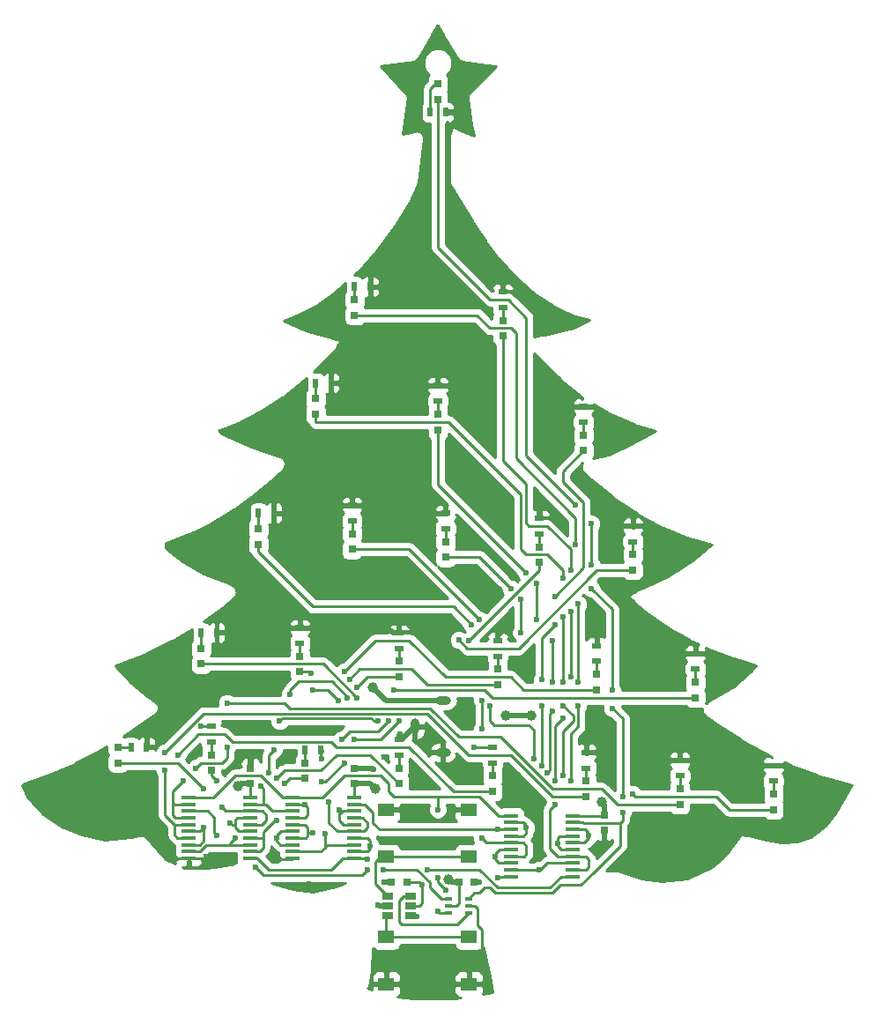
<source format=gtl>
G04 #@! TF.FileFunction,Copper,L1,Top,Signal*
%FSLAX46Y46*%
G04 Gerber Fmt 4.6, Leading zero omitted, Abs format (unit mm)*
G04 Created by KiCad (PCBNEW 4.0.4-stable) date Sat Dec  3 20:50:57 2016*
%MOMM*%
%LPD*%
G01*
G04 APERTURE LIST*
%ADD10C,0.100000*%
%ADD11C,0.600000*%
%ADD12O,1.500000X0.800000*%
%ADD13O,0.800000X1.500000*%
%ADD14R,0.797560X0.797560*%
%ADD15R,1.450000X0.450000*%
%ADD16R,0.900000X0.500000*%
%ADD17R,0.500000X0.900000*%
%ADD18R,1.550000X1.300000*%
%ADD19R,0.800000X0.750000*%
%ADD20R,0.750000X0.800000*%
%ADD21R,1.060000X0.650000*%
%ADD22R,0.749300X0.398780*%
%ADD23C,1.000000*%
%ADD24C,0.500000*%
%ADD25C,0.250000*%
%ADD26C,0.254000*%
G04 APERTURE END LIST*
D10*
D11*
X168700000Y-126100000D03*
X168700000Y-128300000D03*
X148650000Y-136650000D03*
X149800000Y-124600000D03*
X155850000Y-136500000D03*
X155250000Y-138700000D03*
X147250000Y-110350000D03*
X144250000Y-110150000D03*
X151850000Y-111350000D03*
X151850000Y-113350000D03*
X135250000Y-117750000D03*
X135650000Y-115150000D03*
X132450000Y-116350000D03*
X141050000Y-117150000D03*
X138450000Y-118150000D03*
X136050000Y-119550000D03*
X124450000Y-128150000D03*
X130450000Y-129150000D03*
X127250000Y-127350000D03*
X127650000Y-130750000D03*
X133850000Y-131550000D03*
X197650000Y-130350000D03*
X186050000Y-126150000D03*
X185850000Y-123550000D03*
X185850000Y-120550000D03*
X183450000Y-120150000D03*
X180850000Y-120550000D03*
X182050000Y-123350000D03*
X182450000Y-121550000D03*
X182450000Y-124750000D03*
X181450000Y-126750000D03*
X177250000Y-125550000D03*
X177250000Y-122950000D03*
X176250000Y-120750000D03*
X158500000Y-59750000D03*
X158700000Y-61150000D03*
X158700000Y-63350000D03*
X163100000Y-60750000D03*
X163500000Y-62950000D03*
X159100000Y-79350000D03*
X156300000Y-79350000D03*
X157500000Y-80550000D03*
X160700000Y-80550000D03*
X164100000Y-80550000D03*
X162100000Y-79150000D03*
X159900000Y-77550000D03*
X156900000Y-77550000D03*
X154700000Y-77550000D03*
X156500000Y-75150000D03*
X159100000Y-74750000D03*
X159100000Y-71750000D03*
X162500000Y-71950000D03*
X164100000Y-75350000D03*
X167100000Y-78350000D03*
X170100000Y-80350000D03*
X172100000Y-82750000D03*
X171900000Y-88950000D03*
X171900000Y-90950000D03*
X175500000Y-98550000D03*
X176900000Y-92150000D03*
X176900000Y-94550000D03*
X178700000Y-93150000D03*
X171700000Y-93750000D03*
X171700000Y-95950000D03*
X167500000Y-102750000D03*
X165900000Y-109350000D03*
X163100000Y-106950000D03*
X164500000Y-107550000D03*
X164300000Y-103550000D03*
X160700000Y-112350000D03*
X155700000Y-111550000D03*
X152900000Y-106350000D03*
X156900000Y-106350000D03*
X155100000Y-108350000D03*
X159700000Y-108350000D03*
X150100000Y-108150000D03*
X147300000Y-103550000D03*
X149100000Y-104950000D03*
X147500000Y-98350000D03*
X148500000Y-96350000D03*
X145700000Y-94350000D03*
X147300000Y-92750000D03*
X144700000Y-92150000D03*
X142500000Y-93150000D03*
X146900000Y-90550000D03*
X151900000Y-86350000D03*
X151500000Y-83550000D03*
X151100000Y-80950000D03*
X148300000Y-82550000D03*
X163300000Y-86550000D03*
X162700000Y-91150000D03*
X165300000Y-92750000D03*
X165300000Y-90150000D03*
X165300000Y-87750000D03*
X165300000Y-85350000D03*
X163100000Y-84150000D03*
X160700000Y-85150000D03*
X157700000Y-86750000D03*
X154500000Y-87150000D03*
X157700000Y-84550000D03*
X155300000Y-84550000D03*
X153500000Y-84550000D03*
X149300000Y-112150000D03*
X145700000Y-113750000D03*
X142100000Y-113950000D03*
X142500000Y-112550000D03*
X144100000Y-111950000D03*
X146100000Y-111950000D03*
X143900000Y-113950000D03*
X140100000Y-114150000D03*
X140900000Y-112550000D03*
X141300000Y-110750000D03*
X142900000Y-108150000D03*
X141100000Y-105550000D03*
X137300000Y-104350000D03*
X141500000Y-102550000D03*
X145300000Y-99350000D03*
X146500000Y-101150000D03*
X149900000Y-97550000D03*
X149900000Y-94350000D03*
X154500000Y-95950000D03*
X157100000Y-97550000D03*
X154700000Y-102750000D03*
X157100000Y-100550000D03*
X157100000Y-102750000D03*
X159500000Y-103550000D03*
X160100000Y-100950000D03*
X152700000Y-98950000D03*
X154500000Y-100150000D03*
X158500000Y-94350000D03*
X155100000Y-89150000D03*
X152100000Y-88550000D03*
X152900000Y-90750000D03*
X158100000Y-90550000D03*
X159300000Y-88750000D03*
X160900000Y-87150000D03*
X162700000Y-88750000D03*
X181800000Y-115000000D03*
X181900000Y-116750000D03*
X179700000Y-116750000D03*
X179800000Y-115000000D03*
X181500000Y-112750000D03*
X179800000Y-113200000D03*
X179500000Y-110750000D03*
X177900000Y-108150000D03*
X182300000Y-105950000D03*
X184700000Y-104350000D03*
X181500000Y-103150000D03*
X177300000Y-103550000D03*
X177300000Y-100750000D03*
X172700000Y-101750000D03*
X170700000Y-100350000D03*
X166300000Y-99950000D03*
X163300000Y-96950000D03*
X150400000Y-122000000D03*
X154800000Y-125600000D03*
X155800000Y-124400000D03*
X157400000Y-122200000D03*
X163800000Y-121600000D03*
X163750000Y-119000000D03*
X163750000Y-115750000D03*
X167250000Y-112250000D03*
X168250000Y-115500000D03*
X170000000Y-114250000D03*
X176250000Y-112500000D03*
X183750000Y-117250000D03*
X189750000Y-116000000D03*
X187750000Y-116750000D03*
X187500000Y-115000000D03*
X183750000Y-114500000D03*
X185750000Y-133750000D03*
X182000000Y-134500000D03*
X183250000Y-131750000D03*
X186750000Y-131250000D03*
X190000000Y-131000000D03*
X194500000Y-131000000D03*
X197250000Y-127750000D03*
X190500000Y-127000000D03*
X190500000Y-124250000D03*
X187500000Y-126750000D03*
X187500000Y-124750000D03*
X187500000Y-122500000D03*
X184250000Y-122250000D03*
X180750000Y-122250000D03*
X180750000Y-125000000D03*
X179750000Y-132500000D03*
X177000000Y-132750000D03*
X175250000Y-122750000D03*
X164500000Y-123500000D03*
X166750000Y-136000000D03*
X160000000Y-144000000D03*
X165000000Y-136500000D03*
X163500000Y-132500000D03*
X159250000Y-127000000D03*
X158250000Y-132500000D03*
X158250000Y-129750000D03*
X145250000Y-134250000D03*
X138750000Y-134000000D03*
X132250000Y-126750000D03*
X134750000Y-121000000D03*
X138250000Y-121500000D03*
X137750000Y-124000000D03*
X146000000Y-125000000D03*
X143000000Y-124200000D03*
X144000000Y-121500000D03*
X145750000Y-117750000D03*
D12*
X161500000Y-124000000D03*
X161500000Y-119000000D03*
D13*
X158800000Y-121500000D03*
D14*
X184250000Y-128999300D03*
X184250000Y-127500700D03*
X175250000Y-128249300D03*
X175250000Y-126750700D03*
X166250000Y-127749300D03*
X166250000Y-126250700D03*
X157250000Y-126999300D03*
X157250000Y-125500700D03*
X148250000Y-126499300D03*
X148250000Y-125000700D03*
X139250000Y-125749300D03*
X139250000Y-124250700D03*
X130250000Y-124999300D03*
X130250000Y-123500700D03*
X185750000Y-118749300D03*
X185750000Y-117250700D03*
X176250000Y-117999300D03*
X176250000Y-116500700D03*
X166750000Y-117499300D03*
X166750000Y-116000700D03*
X157250000Y-116749300D03*
X157250000Y-115250700D03*
X147750000Y-116249300D03*
X147750000Y-114750700D03*
X138250000Y-115499300D03*
X138250000Y-114000700D03*
X179750000Y-106499300D03*
X179750000Y-105000700D03*
X170750000Y-105749300D03*
X170750000Y-104250700D03*
X161750000Y-105249300D03*
X161750000Y-103750700D03*
X152750000Y-104499300D03*
X152750000Y-103000700D03*
X143750000Y-103999300D03*
X143750000Y-102500700D03*
X175000000Y-94999300D03*
X175000000Y-93500700D03*
X161000000Y-92999300D03*
X161000000Y-91500700D03*
X149250000Y-91499300D03*
X149250000Y-90000700D03*
X167250000Y-83999300D03*
X167250000Y-82500700D03*
X153000000Y-81999300D03*
X153000000Y-80500700D03*
X161000000Y-61249300D03*
X161000000Y-59750700D03*
D15*
X137050000Y-128325000D03*
X137050000Y-128975000D03*
X137050000Y-129625000D03*
X137050000Y-130275000D03*
X137050000Y-130925000D03*
X137050000Y-131575000D03*
X137050000Y-132225000D03*
X137050000Y-132875000D03*
X137050000Y-133525000D03*
X137050000Y-134175000D03*
X142950000Y-134175000D03*
X142950000Y-133525000D03*
X142950000Y-132875000D03*
X142950000Y-132225000D03*
X142950000Y-131575000D03*
X142950000Y-130925000D03*
X142950000Y-130275000D03*
X142950000Y-129625000D03*
X142950000Y-128975000D03*
X142950000Y-128325000D03*
X147050000Y-128325000D03*
X147050000Y-128975000D03*
X147050000Y-129625000D03*
X147050000Y-130275000D03*
X147050000Y-130925000D03*
X147050000Y-131575000D03*
X147050000Y-132225000D03*
X147050000Y-132875000D03*
X147050000Y-133525000D03*
X147050000Y-134175000D03*
X152950000Y-134175000D03*
X152950000Y-133525000D03*
X152950000Y-132875000D03*
X152950000Y-132225000D03*
X152950000Y-131575000D03*
X152950000Y-130925000D03*
X152950000Y-130275000D03*
X152950000Y-129625000D03*
X152950000Y-128975000D03*
X152950000Y-128325000D03*
X168050000Y-130075000D03*
X168050000Y-130725000D03*
X168050000Y-131375000D03*
X168050000Y-132025000D03*
X168050000Y-132675000D03*
X168050000Y-133325000D03*
X168050000Y-133975000D03*
X168050000Y-134625000D03*
X168050000Y-135275000D03*
X168050000Y-135925000D03*
X173950000Y-135925000D03*
X173950000Y-135275000D03*
X173950000Y-134625000D03*
X173950000Y-133975000D03*
X173950000Y-133325000D03*
X173950000Y-132675000D03*
X173950000Y-132025000D03*
X173950000Y-131375000D03*
X173950000Y-130725000D03*
X173950000Y-130075000D03*
D14*
X193250000Y-129499300D03*
X193250000Y-128000700D03*
D16*
X184250000Y-124750000D03*
X184250000Y-126250000D03*
X175250000Y-124000000D03*
X175250000Y-125500000D03*
X166250000Y-123500000D03*
X166250000Y-125000000D03*
X157250000Y-122750000D03*
X157250000Y-124250000D03*
D17*
X149750000Y-123800000D03*
X148250000Y-123800000D03*
D16*
X139250000Y-121500000D03*
X139250000Y-123000000D03*
D17*
X133000000Y-123500000D03*
X131500000Y-123500000D03*
D16*
X185750000Y-114500000D03*
X185750000Y-116000000D03*
X176250000Y-113750000D03*
X176250000Y-115250000D03*
X166750000Y-113250000D03*
X166750000Y-114750000D03*
X157250000Y-112500000D03*
X157250000Y-114000000D03*
X147750000Y-112000000D03*
X147750000Y-113500000D03*
D17*
X139750000Y-112500000D03*
X138250000Y-112500000D03*
D16*
X179750000Y-102250000D03*
X179750000Y-103750000D03*
X170750000Y-101500000D03*
X170750000Y-103000000D03*
X161750000Y-101000000D03*
X161750000Y-102500000D03*
X152750000Y-100250000D03*
X152750000Y-101750000D03*
D17*
X145250000Y-101000000D03*
X143750000Y-101000000D03*
D16*
X175000000Y-90750000D03*
X175000000Y-92250000D03*
X161000000Y-88750000D03*
X161000000Y-90250000D03*
D17*
X150750000Y-88500000D03*
X149250000Y-88500000D03*
X154500000Y-79250000D03*
X153000000Y-79250000D03*
X161750000Y-62500000D03*
X160250000Y-62500000D03*
D16*
X167250000Y-79750000D03*
X167250000Y-81250000D03*
X193250000Y-125250000D03*
X193250000Y-126750000D03*
D18*
X156025000Y-129500000D03*
X163975000Y-129500000D03*
X156025000Y-134000000D03*
X163975000Y-134000000D03*
X163975000Y-146250000D03*
X156025000Y-146250000D03*
X163975000Y-141750000D03*
X156025000Y-141750000D03*
D19*
X156500000Y-136500000D03*
X158000000Y-136500000D03*
X164500000Y-136500000D03*
X163000000Y-136500000D03*
D20*
X143000000Y-125500000D03*
X143000000Y-127000000D03*
X153000000Y-125500000D03*
X153000000Y-127000000D03*
X177000000Y-131500000D03*
X177000000Y-130000000D03*
D21*
X156150000Y-137800000D03*
X156150000Y-138750000D03*
X156150000Y-139700000D03*
X158350000Y-139700000D03*
X158350000Y-137800000D03*
X158350000Y-138750000D03*
D22*
X163949960Y-139400240D03*
X163949960Y-138750000D03*
X163949960Y-138099760D03*
X162050040Y-138099760D03*
X162050040Y-138750000D03*
X162050040Y-139400240D03*
D11*
X149500000Y-101750000D03*
D23*
X154750000Y-117750000D03*
X141750000Y-127250000D03*
D11*
X159500000Y-136750000D03*
D23*
X162000000Y-136250000D03*
X167500000Y-120500000D03*
X170000000Y-120500000D03*
X176750000Y-128750000D03*
X155000000Y-127500000D03*
D11*
X179750000Y-128000000D03*
X137750000Y-125500000D03*
X136500000Y-126750000D03*
X140750000Y-123500000D03*
X140750000Y-119250000D03*
X134750000Y-124000000D03*
X134750000Y-125750000D03*
X138500000Y-131250000D03*
X136000000Y-124250000D03*
X145500000Y-126500000D03*
X141500000Y-132250000D03*
X146250000Y-127000000D03*
X145500000Y-130500000D03*
X139750000Y-126750000D03*
X141000000Y-130750000D03*
X138500000Y-127500000D03*
X140250000Y-129250000D03*
X144750000Y-126000000D03*
X144000000Y-127250000D03*
X156750000Y-118000000D03*
X155250000Y-121000000D03*
X145250000Y-123750000D03*
X145800000Y-121000000D03*
X152000000Y-116250000D03*
X148250000Y-129000000D03*
X152500000Y-117000000D03*
X149000000Y-131750000D03*
X145500000Y-132250000D03*
X152250000Y-118750000D03*
X153250000Y-117750000D03*
X146800000Y-118400000D03*
X149800000Y-126800000D03*
X148800000Y-116400000D03*
X149000000Y-118000000D03*
X151400000Y-119000000D03*
X152000000Y-125000000D03*
X150200000Y-131800000D03*
X154500000Y-133000000D03*
X153250000Y-118750000D03*
X150500000Y-128750000D03*
X156250000Y-121000000D03*
X151750000Y-122750000D03*
X163000000Y-113200000D03*
X164000000Y-113250000D03*
X157250000Y-121000000D03*
X153000000Y-122750000D03*
X151500000Y-129500000D03*
X168000000Y-108250000D03*
X169000000Y-109250000D03*
X169000000Y-112500000D03*
X166750000Y-131375000D03*
X169500000Y-131250000D03*
X166000000Y-119500000D03*
X165000000Y-111250000D03*
X170200000Y-124600000D03*
X165250000Y-132250000D03*
X164250000Y-111750000D03*
X165250000Y-119000000D03*
X165250000Y-121750000D03*
X166500000Y-134000000D03*
X171000000Y-125250000D03*
X172250000Y-109000000D03*
X172250000Y-111750000D03*
X171000000Y-117000000D03*
X171000000Y-119500000D03*
X170750000Y-135250000D03*
X171500000Y-126000000D03*
X169500000Y-106750000D03*
X170500000Y-107750000D03*
X170500000Y-111250000D03*
X172000000Y-113250000D03*
X172000000Y-117250000D03*
X172000000Y-120000000D03*
X173000000Y-126250000D03*
X172250000Y-129000000D03*
X173000000Y-117250000D03*
X173000000Y-111000000D03*
X173000000Y-107250000D03*
X173000000Y-119500000D03*
X172250000Y-126750000D03*
X172500000Y-132750000D03*
X173750000Y-110500000D03*
X173750000Y-106500000D03*
X173750000Y-116750000D03*
X173000000Y-120750000D03*
X175500000Y-132000000D03*
X174250000Y-104000000D03*
X174500000Y-109750000D03*
X174500000Y-117250000D03*
X174500000Y-119500000D03*
X173750000Y-126750000D03*
X159000000Y-139750000D03*
X160000000Y-135250000D03*
X154250000Y-134250000D03*
X143500000Y-135000000D03*
X155750000Y-135250000D03*
X154250000Y-135250000D03*
X139750000Y-132000000D03*
X161000000Y-139250000D03*
X161750000Y-137250000D03*
X161000000Y-129500000D03*
X161000000Y-136000000D03*
X174250000Y-100250000D03*
X175750000Y-102000000D03*
X175750000Y-106000000D03*
X175750000Y-108250000D03*
X177750000Y-118000000D03*
X177750000Y-119750000D03*
X178750000Y-128250000D03*
X178750000Y-129750000D03*
D24*
X164500000Y-136500000D02*
X165000000Y-136500000D01*
X143000000Y-125500000D02*
X143000000Y-124200000D01*
X170750000Y-101500000D02*
X170750000Y-100400000D01*
X170750000Y-100400000D02*
X170700000Y-100350000D01*
X157250000Y-122750000D02*
X157250000Y-122350000D01*
X157250000Y-122350000D02*
X157400000Y-122200000D01*
X161750000Y-62500000D02*
X163050000Y-62500000D01*
X163050000Y-62500000D02*
X163500000Y-62950000D01*
X167250000Y-79750000D02*
X167250000Y-78500000D01*
X167250000Y-78500000D02*
X167100000Y-78350000D01*
X157250000Y-112500000D02*
X156650000Y-112500000D01*
X156650000Y-112500000D02*
X155700000Y-111550000D01*
X166750000Y-113250000D02*
X166750000Y-112750000D01*
X166750000Y-112750000D02*
X167250000Y-112250000D01*
D25*
X163949960Y-138750000D02*
X164550000Y-138750000D01*
X164400000Y-144000000D02*
X160000000Y-144000000D01*
X165200000Y-143200000D02*
X164400000Y-144000000D01*
X165200000Y-141000000D02*
X165200000Y-143200000D01*
X164800000Y-140600000D02*
X165200000Y-141000000D01*
X164800000Y-139000000D02*
X164800000Y-140600000D01*
X164550000Y-138750000D02*
X164800000Y-139000000D01*
D24*
X177000000Y-131500000D02*
X177000000Y-132750000D01*
D25*
X137050000Y-134175000D02*
X135975000Y-134175000D01*
X133850000Y-132050000D02*
X133850000Y-131550000D01*
X135975000Y-134175000D02*
X133850000Y-132050000D01*
X149750000Y-123800000D02*
X149750000Y-124550000D01*
X149750000Y-124550000D02*
X149800000Y-124600000D01*
D24*
X156500000Y-136500000D02*
X155850000Y-136500000D01*
X156150000Y-138750000D02*
X155300000Y-138750000D01*
X155300000Y-138750000D02*
X155250000Y-138700000D01*
X153000000Y-125500000D02*
X154700000Y-125500000D01*
X154700000Y-125500000D02*
X154800000Y-125600000D01*
X157250000Y-122750000D02*
X157550000Y-122750000D01*
X157550000Y-122750000D02*
X158800000Y-121500000D01*
D25*
X164500000Y-123500000D02*
X166250000Y-123500000D01*
X168050000Y-135925000D02*
X166825000Y-135925000D01*
X166825000Y-135925000D02*
X166750000Y-136000000D01*
X145250000Y-134250000D02*
X146975000Y-134250000D01*
X146975000Y-134250000D02*
X147050000Y-134175000D01*
X137050000Y-134175000D02*
X138575000Y-134175000D01*
X138575000Y-134175000D02*
X138750000Y-134000000D01*
X139250000Y-121500000D02*
X138250000Y-121500000D01*
D24*
X143000000Y-127000000D02*
X142000000Y-127000000D01*
X156000000Y-119000000D02*
X161500000Y-119000000D01*
X154750000Y-117750000D02*
X156000000Y-119000000D01*
X142000000Y-127000000D02*
X141750000Y-127250000D01*
X163000000Y-136500000D02*
X162250000Y-136500000D01*
X162250000Y-136500000D02*
X162000000Y-136250000D01*
X167500000Y-120500000D02*
X170000000Y-120500000D01*
X177000000Y-129000000D02*
X177000000Y-130000000D01*
X176750000Y-128750000D02*
X177000000Y-129000000D01*
X154500000Y-127000000D02*
X153000000Y-127000000D01*
X155000000Y-127500000D02*
X154500000Y-127000000D01*
D25*
X173950000Y-130075000D02*
X176925000Y-130075000D01*
X176925000Y-130075000D02*
X177000000Y-130000000D01*
X142950000Y-128325000D02*
X142950000Y-127050000D01*
X142950000Y-127050000D02*
X143000000Y-127000000D01*
X152950000Y-128325000D02*
X152950000Y-127050000D01*
X152950000Y-127050000D02*
X153000000Y-127000000D01*
X163000000Y-136500000D02*
X163000000Y-138500000D01*
X162750000Y-138750000D02*
X162050040Y-138750000D01*
X163000000Y-138500000D02*
X162750000Y-138750000D01*
X158350000Y-138750000D02*
X159250000Y-138750000D01*
X159250000Y-138750000D02*
X159500000Y-138500000D01*
X159500000Y-138500000D02*
X159500000Y-136750000D01*
X159250000Y-136500000D02*
X158000000Y-136500000D01*
X159500000Y-136750000D02*
X159250000Y-136500000D01*
X179750000Y-128000000D02*
X180000000Y-128250000D01*
X180000000Y-128250000D02*
X187750000Y-128250000D01*
X187750000Y-128250000D02*
X188999300Y-129499300D01*
X188999300Y-129499300D02*
X193250000Y-129499300D01*
X193250000Y-128000700D02*
X193250000Y-126750000D01*
X137050000Y-130275000D02*
X135775000Y-130275000D01*
X135500000Y-130000000D02*
X135500000Y-128500000D01*
X135775000Y-130275000D02*
X135500000Y-130000000D01*
X140250000Y-125000000D02*
X138250000Y-125000000D01*
X138250000Y-125000000D02*
X137750000Y-125500000D01*
X135725000Y-128975000D02*
X137050000Y-128975000D01*
X135500000Y-128750000D02*
X135725000Y-128975000D01*
X135500000Y-127750000D02*
X135500000Y-128500000D01*
X135500000Y-128500000D02*
X135500000Y-128750000D01*
X136500000Y-126750000D02*
X135500000Y-127750000D01*
X140750000Y-123500000D02*
X140750000Y-124500000D01*
X140750000Y-124500000D02*
X140250000Y-125000000D01*
X160250000Y-119750000D02*
X146750000Y-119750000D01*
X178249300Y-128999300D02*
X176750000Y-127500000D01*
X176750000Y-127500000D02*
X172000000Y-127500000D01*
X172000000Y-127500000D02*
X167000000Y-122500000D01*
X167000000Y-122500000D02*
X163000000Y-122500000D01*
X163000000Y-122500000D02*
X160250000Y-119750000D01*
X184250000Y-128999300D02*
X178249300Y-128999300D01*
X146250000Y-119250000D02*
X140750000Y-119250000D01*
X146750000Y-119750000D02*
X146250000Y-119250000D01*
X184250000Y-127500700D02*
X184250000Y-126250000D01*
X137050000Y-132225000D02*
X135975000Y-132225000D01*
X135675000Y-131925000D02*
X135675000Y-130925000D01*
X135975000Y-132225000D02*
X135675000Y-131925000D01*
X135675000Y-130925000D02*
X137050000Y-130925000D01*
X175250000Y-128249300D02*
X171999300Y-128249300D01*
X171999300Y-128249300D02*
X168000000Y-124250000D01*
X168000000Y-124250000D02*
X164000000Y-124250000D01*
X164000000Y-124250000D02*
X160000000Y-120250000D01*
X160000000Y-120250000D02*
X138500000Y-120250000D01*
X138500000Y-120250000D02*
X134750000Y-124000000D01*
X134750000Y-125750000D02*
X134750000Y-130000000D01*
X134750000Y-130000000D02*
X135675000Y-130925000D01*
X175250000Y-126750700D02*
X175250000Y-125500000D01*
X137050000Y-132875000D02*
X138125000Y-132875000D01*
X138500000Y-132500000D02*
X138500000Y-131250000D01*
X138125000Y-132875000D02*
X138500000Y-132500000D01*
X138175000Y-131575000D02*
X137050000Y-131575000D01*
X138500000Y-131250000D02*
X138175000Y-131575000D01*
X166250000Y-127749300D02*
X162499300Y-127749300D01*
X151250000Y-123500000D02*
X150750000Y-123000000D01*
X158250000Y-123500000D02*
X151250000Y-123500000D01*
X162499300Y-127749300D02*
X158250000Y-123500000D01*
X141250000Y-123000000D02*
X140500000Y-122250000D01*
X150750000Y-123000000D02*
X141250000Y-123000000D01*
X138000000Y-122250000D02*
X136000000Y-124250000D01*
X140500000Y-122250000D02*
X138000000Y-122250000D01*
X166250000Y-126250700D02*
X166250000Y-125000000D01*
X137050000Y-133525000D02*
X138111398Y-133525000D01*
X138761398Y-132875000D02*
X142950000Y-132875000D01*
X138111398Y-133525000D02*
X138761398Y-132875000D01*
X141000000Y-132875000D02*
X142950000Y-132875000D01*
X157250000Y-126999300D02*
X157249300Y-126999300D01*
X157249300Y-126999300D02*
X154500000Y-124250000D01*
X154500000Y-124250000D02*
X151250000Y-124250000D01*
X151250000Y-124250000D02*
X149750000Y-125750000D01*
X149750000Y-125750000D02*
X146250000Y-125750000D01*
X146250000Y-125750000D02*
X145500000Y-126500000D01*
X141500000Y-132250000D02*
X141000000Y-132750000D01*
X141000000Y-132750000D02*
X141000000Y-132875000D01*
X157250000Y-125500700D02*
X157250000Y-124250000D01*
X142950000Y-132225000D02*
X144200000Y-132225000D01*
X144200000Y-132225000D02*
X144200000Y-132200000D01*
X145500000Y-130500000D02*
X145300000Y-130500000D01*
X143875000Y-133525000D02*
X142950000Y-133525000D01*
X144200000Y-133200000D02*
X143875000Y-133525000D01*
X144200000Y-131600000D02*
X144200000Y-132200000D01*
X144200000Y-132200000D02*
X144200000Y-133200000D01*
X145300000Y-130500000D02*
X144200000Y-131600000D01*
X146750700Y-126499300D02*
X146250000Y-127000000D01*
X147750700Y-126499300D02*
X146750700Y-126499300D01*
X148250000Y-126499300D02*
X147750700Y-126499300D01*
X148250000Y-125000700D02*
X148250000Y-123800000D01*
X142950000Y-131575000D02*
X141825000Y-131575000D01*
X141725000Y-130275000D02*
X142950000Y-130275000D01*
X141500000Y-130500000D02*
X141725000Y-130275000D01*
X141500000Y-131250000D02*
X141500000Y-131000000D01*
X141500000Y-131000000D02*
X141500000Y-130500000D01*
X141825000Y-131575000D02*
X141500000Y-131250000D01*
X139250000Y-125749300D02*
X139250000Y-126250000D01*
X139250000Y-126250000D02*
X139750000Y-126750000D01*
X141250000Y-131000000D02*
X141500000Y-131000000D01*
X141000000Y-130750000D02*
X141250000Y-131000000D01*
X139250000Y-124250700D02*
X139250000Y-123000000D01*
X140625000Y-129625000D02*
X142950000Y-129625000D01*
X142950000Y-130925000D02*
X144075000Y-130925000D01*
X144125000Y-129625000D02*
X142950000Y-129625000D01*
X144500000Y-130000000D02*
X144125000Y-129625000D01*
X144500000Y-130500000D02*
X144500000Y-130000000D01*
X144075000Y-130925000D02*
X144500000Y-130500000D01*
X130250000Y-124999300D02*
X135999300Y-124999300D01*
X135999300Y-124999300D02*
X138500000Y-127500000D01*
X140250000Y-129250000D02*
X140625000Y-129625000D01*
X130250000Y-123500700D02*
X131499300Y-123500700D01*
X131499300Y-123500700D02*
X131500000Y-123500000D01*
X144750000Y-124250000D02*
X144750000Y-126000000D01*
X144000000Y-127250000D02*
X144250000Y-127500000D01*
X144250000Y-127500000D02*
X144250000Y-128975000D01*
X142950000Y-128975000D02*
X144250000Y-128975000D01*
X144250000Y-128975000D02*
X144475000Y-128975000D01*
X145125000Y-129625000D02*
X147050000Y-129625000D01*
X144475000Y-128975000D02*
X145125000Y-129625000D01*
X155250000Y-121000000D02*
X154899998Y-121000000D01*
X166249300Y-118749300D02*
X165500000Y-118000000D01*
X185750000Y-118749300D02*
X166249300Y-118749300D01*
X165500000Y-118000000D02*
X156750000Y-118000000D01*
X145250000Y-123750000D02*
X144750000Y-124250000D01*
X146099998Y-120700002D02*
X145800000Y-121000000D01*
X154600000Y-120700002D02*
X146099998Y-120700002D01*
X154899998Y-121000000D02*
X154600000Y-120700002D01*
X185750000Y-117250700D02*
X185750000Y-116000000D01*
X147050000Y-128975000D02*
X148225000Y-128975000D01*
X148225000Y-130275000D02*
X147050000Y-130275000D01*
X148500000Y-130000000D02*
X148225000Y-130275000D01*
X148500000Y-129250000D02*
X148500000Y-130000000D01*
X176250000Y-117999300D02*
X169249300Y-117999300D01*
X169249300Y-117999300D02*
X168000000Y-116750000D01*
X168000000Y-116750000D02*
X161750000Y-116750000D01*
X161750000Y-116750000D02*
X158250000Y-113250000D01*
X158250000Y-113250000D02*
X155000000Y-113250000D01*
X155000000Y-113250000D02*
X152000000Y-116250000D01*
X148250000Y-129000000D02*
X148225000Y-128975000D01*
X148225000Y-128975000D02*
X148500000Y-129250000D01*
X176250000Y-116500700D02*
X176250000Y-115250000D01*
X147050000Y-130925000D02*
X148175000Y-130925000D01*
X148275000Y-132225000D02*
X147050000Y-132225000D01*
X166750000Y-117499300D02*
X159999300Y-117499300D01*
X153500000Y-116000000D02*
X152500000Y-117000000D01*
X158500000Y-116000000D02*
X153500000Y-116000000D01*
X159999300Y-117499300D02*
X158500000Y-116000000D01*
X149000000Y-131750000D02*
X148500000Y-131750000D01*
X148500000Y-131250000D02*
X148500000Y-131750000D01*
X148500000Y-131750000D02*
X148500000Y-132000000D01*
X148500000Y-132000000D02*
X148275000Y-132225000D01*
X148175000Y-130925000D02*
X148500000Y-131250000D01*
X166750000Y-116000700D02*
X166750000Y-114750000D01*
X147050000Y-131575000D02*
X145925000Y-131575000D01*
X145875000Y-132875000D02*
X147050000Y-132875000D01*
X145500000Y-132500000D02*
X145875000Y-132875000D01*
X145500000Y-132000000D02*
X145500000Y-132250000D01*
X145500000Y-132250000D02*
X145500000Y-132500000D01*
X145925000Y-131575000D02*
X145500000Y-132000000D01*
X152250000Y-118750000D02*
X152250000Y-118650000D01*
X157250000Y-116749300D02*
X154250700Y-116749300D01*
X154250700Y-116749300D02*
X153250000Y-117750000D01*
X146800000Y-118000000D02*
X146800000Y-118400000D01*
X147600000Y-117200000D02*
X146800000Y-118000000D01*
X150800000Y-117200000D02*
X147600000Y-117200000D01*
X152250000Y-118650000D02*
X150800000Y-117200000D01*
X157250000Y-115250700D02*
X157250000Y-114000000D01*
X150125000Y-133125000D02*
X150125000Y-131875000D01*
X147050000Y-133525000D02*
X149725000Y-133525000D01*
X150375000Y-132875000D02*
X152950000Y-132875000D01*
X149725000Y-133525000D02*
X150125000Y-133125000D01*
X150125000Y-133125000D02*
X150375000Y-132875000D01*
X149800000Y-126800000D02*
X150200000Y-126800000D01*
X148649300Y-116249300D02*
X147750000Y-116249300D01*
X148800000Y-116400000D02*
X148649300Y-116249300D01*
X150400000Y-118000000D02*
X149000000Y-118000000D01*
X151400000Y-119000000D02*
X150400000Y-118000000D01*
X150200000Y-126800000D02*
X152000000Y-125000000D01*
X150125000Y-131875000D02*
X150200000Y-131800000D01*
X147750000Y-114750700D02*
X147750000Y-113500000D01*
X152950000Y-133525000D02*
X154225000Y-133525000D01*
X154225000Y-132225000D02*
X152950000Y-132225000D01*
X154500000Y-132500000D02*
X154225000Y-132225000D01*
X154500000Y-133250000D02*
X154500000Y-133000000D01*
X154500000Y-133000000D02*
X154500000Y-132500000D01*
X154225000Y-133525000D02*
X154500000Y-133250000D01*
X138250000Y-115499300D02*
X149999300Y-115499300D01*
X149999300Y-115499300D02*
X153250000Y-118750000D01*
X138250000Y-114000700D02*
X138250000Y-112500000D01*
X150500000Y-128750000D02*
X150500000Y-130750000D01*
X150500000Y-130750000D02*
X151325000Y-131575000D01*
X152950000Y-131575000D02*
X151325000Y-131575000D01*
X152950000Y-131575000D02*
X153925000Y-131575000D01*
X153775000Y-130275000D02*
X152950000Y-130275000D01*
X154250000Y-130750000D02*
X153775000Y-130275000D01*
X154250000Y-131250000D02*
X154250000Y-130750000D01*
X153925000Y-131575000D02*
X154250000Y-131250000D01*
X168750000Y-114000000D02*
X163800000Y-114000000D01*
X176250700Y-106499300D02*
X168750000Y-114000000D01*
X156250000Y-121000000D02*
X155250000Y-122000000D01*
X155250000Y-122000000D02*
X152500000Y-122000000D01*
X152500000Y-122000000D02*
X151750000Y-122750000D01*
X176250700Y-106499300D02*
X179750000Y-106499300D01*
X163800000Y-114000000D02*
X163000000Y-113200000D01*
X179750000Y-105000700D02*
X179750000Y-103750000D01*
X152950000Y-130925000D02*
X151925000Y-130925000D01*
X151875000Y-129625000D02*
X152950000Y-129625000D01*
X151500000Y-130000000D02*
X151875000Y-129625000D01*
X151500000Y-130500000D02*
X151500000Y-130250000D01*
X151500000Y-130250000D02*
X151500000Y-130000000D01*
X151925000Y-130925000D02*
X151500000Y-130500000D01*
X151500000Y-130250000D02*
X151500000Y-129500000D01*
X170750000Y-106500000D02*
X170750000Y-105749300D01*
X164000000Y-113250000D02*
X170750000Y-106500000D01*
X155500000Y-122750000D02*
X157250000Y-121000000D01*
X153000000Y-122750000D02*
X155500000Y-122750000D01*
X170750000Y-104250700D02*
X170750000Y-103000000D01*
X152950000Y-128975000D02*
X153975000Y-128975000D01*
X166750000Y-131375000D02*
X168050000Y-131375000D01*
X164999300Y-105249300D02*
X168000000Y-108250000D01*
X169000000Y-109250000D02*
X169000000Y-112500000D01*
X161750000Y-105249300D02*
X164999300Y-105249300D01*
X155375000Y-131375000D02*
X166500000Y-131375000D01*
X166500000Y-131375000D02*
X166750000Y-131375000D01*
X154750000Y-130750000D02*
X155375000Y-131375000D01*
X154750000Y-129750000D02*
X154750000Y-130750000D01*
X153975000Y-128975000D02*
X154750000Y-129750000D01*
X161750000Y-103750700D02*
X161750000Y-102500000D01*
X168050000Y-130725000D02*
X169225000Y-130725000D01*
X169225000Y-132025000D02*
X168050000Y-132025000D01*
X169500000Y-131750000D02*
X169225000Y-132025000D01*
X169500000Y-131000000D02*
X169500000Y-131250000D01*
X169500000Y-131250000D02*
X169500000Y-131500000D01*
X169500000Y-131500000D02*
X169500000Y-131750000D01*
X169225000Y-130725000D02*
X169500000Y-131000000D01*
X152750000Y-104499300D02*
X158249300Y-104499300D01*
X158249300Y-104499300D02*
X165000000Y-111250000D01*
X166000000Y-119500000D02*
X166000000Y-121000000D01*
X166000000Y-121000000D02*
X166400000Y-121400000D01*
X166400000Y-121400000D02*
X169749998Y-121400000D01*
X169749998Y-121400000D02*
X170200000Y-121850002D01*
X170200000Y-121850002D02*
X170200000Y-124600000D01*
X152750000Y-103000700D02*
X152750000Y-101750000D01*
X165675000Y-132675000D02*
X168050000Y-132675000D01*
X165250000Y-132250000D02*
X165675000Y-132675000D01*
X168050000Y-132675000D02*
X169175000Y-132675000D01*
X169275000Y-133975000D02*
X168050000Y-133975000D01*
X169500000Y-133750000D02*
X169275000Y-133975000D01*
X169500000Y-133000000D02*
X169500000Y-133750000D01*
X169175000Y-132675000D02*
X169500000Y-133000000D01*
X143750000Y-103999300D02*
X143750000Y-104750000D01*
X143750000Y-104750000D02*
X149000000Y-110000000D01*
X149000000Y-110000000D02*
X162500000Y-110000000D01*
X162500000Y-110000000D02*
X164250000Y-111750000D01*
X165250000Y-119000000D02*
X165250000Y-121750000D01*
X143750000Y-102500700D02*
X143750000Y-101000000D01*
X168050000Y-133325000D02*
X166925000Y-133325000D01*
X166925000Y-133325000D02*
X166500000Y-133750000D01*
X166500000Y-133750000D02*
X166500000Y-134000000D01*
X166500000Y-134000000D02*
X166500000Y-134250000D01*
X166500000Y-134250000D02*
X166875000Y-134625000D01*
X166875000Y-134625000D02*
X168050000Y-134625000D01*
X175000000Y-106250000D02*
X172250000Y-109000000D01*
X175000000Y-100000000D02*
X175000000Y-106250000D01*
X173000000Y-98000000D02*
X175000000Y-100000000D01*
X173000000Y-97000000D02*
X173000000Y-98000000D01*
X173000000Y-97000000D02*
X175000000Y-95000000D01*
X175000000Y-94999300D02*
X175000000Y-95000000D01*
X172250000Y-111750000D02*
X171000000Y-113000000D01*
X171000000Y-113000000D02*
X171000000Y-117000000D01*
X171000000Y-119500000D02*
X171000000Y-125250000D01*
X175000000Y-93500700D02*
X175000000Y-92250000D01*
X170750000Y-135275000D02*
X170850000Y-135275000D01*
X170750000Y-135250000D02*
X170750000Y-135275000D01*
X171750000Y-125750000D02*
X171500000Y-126000000D01*
X168050000Y-135275000D02*
X170850000Y-135275000D01*
X171500000Y-134625000D02*
X173950000Y-134625000D01*
X170850000Y-135275000D02*
X171500000Y-134625000D01*
X171750000Y-120250000D02*
X171750000Y-125750000D01*
X161000000Y-98250000D02*
X169500000Y-106750000D01*
X170500000Y-107750000D02*
X170500000Y-111250000D01*
X172000000Y-113250000D02*
X172000000Y-117250000D01*
X172000000Y-120000000D02*
X171750000Y-120250000D01*
X161000000Y-92999300D02*
X161000000Y-98250000D01*
X161000000Y-91500700D02*
X161000000Y-90250000D01*
X173950000Y-133975000D02*
X172475000Y-133975000D01*
X173000000Y-122000000D02*
X173000000Y-126250000D01*
X171750000Y-129500000D02*
X172250000Y-129000000D01*
X171750000Y-133250000D02*
X171750000Y-129500000D01*
X172475000Y-133975000D02*
X171750000Y-133250000D01*
X173950000Y-135275000D02*
X175225000Y-135275000D01*
X175225000Y-133975000D02*
X173950000Y-133975000D01*
X175500000Y-134250000D02*
X175225000Y-133975000D01*
X175500000Y-135000000D02*
X175500000Y-134250000D01*
X175225000Y-135275000D02*
X175500000Y-135000000D01*
X169000000Y-99250000D02*
X169000000Y-104500000D01*
X149250000Y-92250000D02*
X162000000Y-92250000D01*
X162000000Y-92250000D02*
X169000000Y-99250000D01*
X149250000Y-92250000D02*
X149250000Y-91499300D01*
X173000000Y-111000000D02*
X173000000Y-117250000D01*
X173000000Y-106500000D02*
X173000000Y-107250000D01*
X171500000Y-105000000D02*
X173000000Y-106500000D01*
X169500000Y-105000000D02*
X171500000Y-105000000D01*
X169000000Y-104500000D02*
X169500000Y-105000000D01*
X173000000Y-119500000D02*
X174000000Y-120500000D01*
X174000000Y-120500000D02*
X174000000Y-121000000D01*
X174000000Y-121000000D02*
X173000000Y-122000000D01*
X149250000Y-90000700D02*
X149250000Y-88500000D01*
X173950000Y-133325000D02*
X172825000Y-133325000D01*
X172725000Y-132025000D02*
X173950000Y-132025000D01*
X172500000Y-132250000D02*
X172725000Y-132025000D01*
X172500000Y-133000000D02*
X172500000Y-132750000D01*
X172500000Y-132750000D02*
X172500000Y-132250000D01*
X172825000Y-133325000D02*
X172500000Y-133000000D01*
X167250000Y-96000000D02*
X167250000Y-83999300D01*
X173750000Y-104500000D02*
X173750000Y-106500000D01*
X171500000Y-102250000D02*
X173750000Y-104500000D01*
X169750000Y-102250000D02*
X171500000Y-102250000D01*
X169450002Y-101950002D02*
X169750000Y-102250000D01*
X169450002Y-98200002D02*
X169450002Y-101950002D01*
X167250000Y-96000000D02*
X169450002Y-98200002D01*
X173750000Y-110500000D02*
X173750000Y-116750000D01*
X173000000Y-120750000D02*
X172250000Y-121500000D01*
X172250000Y-122000000D02*
X172250000Y-126750000D01*
X172250000Y-121500000D02*
X172250000Y-122000000D01*
X167250000Y-82500700D02*
X167250000Y-81250000D01*
X173950000Y-131375000D02*
X175125000Y-131375000D01*
X175075000Y-132675000D02*
X173950000Y-132675000D01*
X175500000Y-132250000D02*
X175250000Y-132500000D01*
X175250000Y-132500000D02*
X175075000Y-132675000D01*
X175500000Y-131750000D02*
X175500000Y-132000000D01*
X175500000Y-132000000D02*
X175500000Y-132250000D01*
X175125000Y-131375000D02*
X175500000Y-131750000D01*
X164749300Y-81999300D02*
X166000000Y-83250000D01*
X166000000Y-83250000D02*
X168000000Y-83250000D01*
X168000000Y-83250000D02*
X168500000Y-83750000D01*
X168500000Y-83750000D02*
X168500000Y-95750000D01*
X168500000Y-95750000D02*
X174250000Y-101500000D01*
X174250000Y-101500000D02*
X174250000Y-104000000D01*
X174500000Y-109750000D02*
X174500000Y-117250000D01*
X153000000Y-81999300D02*
X164749300Y-81999300D01*
X174500000Y-121500000D02*
X174500000Y-119500000D01*
X173750000Y-122250000D02*
X174500000Y-121500000D01*
X173750000Y-126750000D02*
X173750000Y-122250000D01*
X153000000Y-80500700D02*
X153000000Y-79250000D01*
X156025000Y-134000000D02*
X155500000Y-134000000D01*
X155500000Y-134000000D02*
X155000000Y-134500000D01*
X155000000Y-136650000D02*
X156150000Y-137800000D01*
X155000000Y-134500000D02*
X155000000Y-136650000D01*
X163975000Y-134000000D02*
X156025000Y-134000000D01*
X156025000Y-141750000D02*
X156025000Y-139825000D01*
X156025000Y-139825000D02*
X156150000Y-139700000D01*
X163975000Y-141750000D02*
X156025000Y-141750000D01*
X158350000Y-139700000D02*
X158950000Y-139700000D01*
X158950000Y-139700000D02*
X159000000Y-139750000D01*
X154175000Y-134175000D02*
X154250000Y-134250000D01*
X152950000Y-134175000D02*
X154175000Y-134175000D01*
X160000000Y-135250000D02*
X161000000Y-135250000D01*
X172825000Y-135925000D02*
X173950000Y-135925000D01*
X171750000Y-137000000D02*
X172825000Y-135925000D01*
X166750000Y-137000000D02*
X171750000Y-137000000D01*
X165000000Y-135250000D02*
X166750000Y-137000000D01*
X160000000Y-135250000D02*
X161000000Y-135250000D01*
X161000000Y-135250000D02*
X165000000Y-135250000D01*
X142950000Y-134175000D02*
X143675000Y-134175000D01*
X143675000Y-134175000D02*
X144750000Y-135250000D01*
X144750000Y-135250000D02*
X150750000Y-135250000D01*
X150750000Y-135250000D02*
X151825000Y-134175000D01*
X151825000Y-134175000D02*
X152950000Y-134175000D01*
X158350000Y-137800000D02*
X157700000Y-137800000D01*
X162850200Y-140500000D02*
X163949960Y-139400240D01*
X157500000Y-140500000D02*
X162850200Y-140500000D01*
X157250000Y-140250000D02*
X157500000Y-140500000D01*
X157250000Y-138250000D02*
X157250000Y-140250000D01*
X157700000Y-137800000D02*
X157250000Y-138250000D01*
X154250000Y-135250000D02*
X153750000Y-135750000D01*
X153750000Y-135750000D02*
X144250000Y-135750000D01*
X144250000Y-135750000D02*
X143500000Y-135000000D01*
X159000000Y-135250000D02*
X155750000Y-135250000D01*
X160250000Y-136500000D02*
X159000000Y-135250000D01*
X160250000Y-137000000D02*
X160250000Y-136500000D01*
X161349760Y-138099760D02*
X160250000Y-137000000D01*
X162050040Y-138099760D02*
X161349760Y-138099760D01*
X138875000Y-129625000D02*
X137050000Y-129625000D01*
X139500000Y-130250000D02*
X138875000Y-129625000D01*
X139500000Y-131750000D02*
X139500000Y-130250000D01*
X139750000Y-132000000D02*
X139500000Y-131750000D01*
X161000000Y-136250000D02*
X161000000Y-136000000D01*
X161150240Y-139400240D02*
X161000000Y-139250000D01*
X161750000Y-137250000D02*
X161000000Y-136500000D01*
X161000000Y-136500000D02*
X161000000Y-136250000D01*
X161000000Y-128250000D02*
X161000000Y-129500000D01*
X161150240Y-139400240D02*
X162050040Y-139400240D01*
X154750000Y-126250000D02*
X155500000Y-126250000D01*
X149925000Y-128325000D02*
X152000000Y-126250000D01*
X152000000Y-126250000D02*
X154750000Y-126250000D01*
X161000000Y-128250000D02*
X160750000Y-128250000D01*
X156750000Y-128250000D02*
X160750000Y-128250000D01*
X149925000Y-128325000D02*
X147050000Y-128325000D01*
X156250000Y-127750000D02*
X156750000Y-128250000D01*
X156250000Y-127000000D02*
X156250000Y-127750000D01*
X155500000Y-126250000D02*
X156250000Y-127000000D01*
X166825000Y-130075000D02*
X168050000Y-130075000D01*
X165000000Y-128250000D02*
X166825000Y-130075000D01*
X161000000Y-128250000D02*
X161250000Y-128250000D01*
X161250000Y-128250000D02*
X165000000Y-128250000D01*
X137050000Y-128325000D02*
X139425000Y-128325000D01*
X139425000Y-128325000D02*
X141500000Y-126250000D01*
X141500000Y-126250000D02*
X144000000Y-126250000D01*
X144000000Y-126250000D02*
X146075000Y-128325000D01*
X146075000Y-128325000D02*
X147050000Y-128325000D01*
X161000000Y-59750700D02*
X160749300Y-59750700D01*
X160749300Y-59750700D02*
X160250000Y-60250000D01*
X160250000Y-60250000D02*
X160250000Y-62500000D01*
X161000000Y-61249300D02*
X161000000Y-75500000D01*
X161000000Y-75500000D02*
X166000000Y-80500000D01*
X166000000Y-80500000D02*
X167750000Y-80500000D01*
X167750000Y-80500000D02*
X169500000Y-82250000D01*
X169500000Y-82250000D02*
X169500000Y-95500000D01*
X169500000Y-95500000D02*
X174250000Y-100250000D01*
X175750000Y-102000000D02*
X175750000Y-106000000D01*
X175750000Y-108250000D02*
X177750000Y-110250000D01*
X177750000Y-110250000D02*
X177750000Y-118000000D01*
X177750000Y-119750000D02*
X178750000Y-120750000D01*
X178750000Y-120750000D02*
X178750000Y-128250000D01*
X178750000Y-129750000D02*
X178750000Y-130000000D01*
X178750000Y-130000000D02*
X178750000Y-130500000D01*
X178750000Y-130500000D02*
X178500000Y-130750000D01*
X178500000Y-130750000D02*
X178500000Y-133000000D01*
X178500000Y-133000000D02*
X176000000Y-135500000D01*
X175000000Y-130750000D02*
X175000000Y-130725000D01*
X178500000Y-130750000D02*
X175000000Y-130750000D01*
X176000000Y-135500000D02*
X174750000Y-136750000D01*
X176000000Y-135500000D02*
X176000000Y-135500000D01*
X174750000Y-136750000D02*
X172750000Y-136750000D01*
X172750000Y-136750000D02*
X172000000Y-137500000D01*
X172000000Y-137500000D02*
X166500000Y-137500000D01*
X166500000Y-137500000D02*
X166000000Y-137000000D01*
X166000000Y-137000000D02*
X165500000Y-137000000D01*
X165500000Y-137000000D02*
X165000000Y-137500000D01*
X165000000Y-137500000D02*
X164500000Y-137500000D01*
X164500000Y-137500000D02*
X163949960Y-138050040D01*
X163949960Y-138099760D02*
X163949960Y-138050040D01*
X175000000Y-130725000D02*
X173950000Y-130725000D01*
D26*
G36*
X162596838Y-142635317D02*
X162735910Y-142851441D01*
X162948110Y-142996431D01*
X163200000Y-143047440D01*
X164750000Y-143047440D01*
X164985317Y-143003162D01*
X165201441Y-142864090D01*
X165346431Y-142651890D01*
X165356172Y-142603786D01*
X165392649Y-142796856D01*
X165396538Y-142806506D01*
X165396744Y-142816907D01*
X166075569Y-145907993D01*
X166280779Y-147052526D01*
X165290767Y-147253808D01*
X165385000Y-147026310D01*
X165385000Y-146535750D01*
X165226250Y-146377000D01*
X164102000Y-146377000D01*
X164102000Y-146397000D01*
X163848000Y-146397000D01*
X163848000Y-146377000D01*
X162723750Y-146377000D01*
X162565000Y-146535750D01*
X162565000Y-147026310D01*
X162661673Y-147259699D01*
X162840302Y-147438327D01*
X163073691Y-147535000D01*
X163206906Y-147535000D01*
X162648097Y-147609013D01*
X162494244Y-147623000D01*
X158649071Y-147623000D01*
X157833527Y-147574474D01*
X157140269Y-147446375D01*
X157159698Y-147438327D01*
X157338327Y-147259699D01*
X157435000Y-147026310D01*
X157435000Y-146535750D01*
X157276250Y-146377000D01*
X156152000Y-146377000D01*
X156152000Y-146397000D01*
X155898000Y-146397000D01*
X155898000Y-146377000D01*
X154773750Y-146377000D01*
X154615000Y-146535750D01*
X154615000Y-146780415D01*
X154244788Y-146644596D01*
X154306796Y-146613592D01*
X154346515Y-146582546D01*
X154375272Y-146520879D01*
X154549803Y-145473690D01*
X154615000Y-145473690D01*
X154615000Y-145964250D01*
X154773750Y-146123000D01*
X155898000Y-146123000D01*
X155898000Y-145123750D01*
X156152000Y-145123750D01*
X156152000Y-146123000D01*
X157276250Y-146123000D01*
X157435000Y-145964250D01*
X157435000Y-145473690D01*
X162565000Y-145473690D01*
X162565000Y-145964250D01*
X162723750Y-146123000D01*
X163848000Y-146123000D01*
X163848000Y-145123750D01*
X164102000Y-145123750D01*
X164102000Y-146123000D01*
X165226250Y-146123000D01*
X165385000Y-145964250D01*
X165385000Y-145473690D01*
X165288327Y-145240301D01*
X165109698Y-145061673D01*
X164876309Y-144965000D01*
X164260750Y-144965000D01*
X164102000Y-145123750D01*
X163848000Y-145123750D01*
X163689250Y-144965000D01*
X163073691Y-144965000D01*
X162840302Y-145061673D01*
X162661673Y-145240301D01*
X162565000Y-145473690D01*
X157435000Y-145473690D01*
X157338327Y-145240301D01*
X157159698Y-145061673D01*
X156926309Y-144965000D01*
X156310750Y-144965000D01*
X156152000Y-145123750D01*
X155898000Y-145123750D01*
X155739250Y-144965000D01*
X155123691Y-144965000D01*
X154890302Y-145061673D01*
X154711673Y-145240301D01*
X154615000Y-145473690D01*
X154549803Y-145473690D01*
X154625272Y-145020879D01*
X154626699Y-145008738D01*
X154776488Y-142836799D01*
X154785910Y-142851441D01*
X154998110Y-142996431D01*
X155250000Y-143047440D01*
X156800000Y-143047440D01*
X157035317Y-143003162D01*
X157251441Y-142864090D01*
X157396431Y-142651890D01*
X157425164Y-142510000D01*
X162573258Y-142510000D01*
X162596838Y-142635317D01*
X162596838Y-142635317D01*
G37*
X162596838Y-142635317D02*
X162735910Y-142851441D01*
X162948110Y-142996431D01*
X163200000Y-143047440D01*
X164750000Y-143047440D01*
X164985317Y-143003162D01*
X165201441Y-142864090D01*
X165346431Y-142651890D01*
X165356172Y-142603786D01*
X165392649Y-142796856D01*
X165396538Y-142806506D01*
X165396744Y-142816907D01*
X166075569Y-145907993D01*
X166280779Y-147052526D01*
X165290767Y-147253808D01*
X165385000Y-147026310D01*
X165385000Y-146535750D01*
X165226250Y-146377000D01*
X164102000Y-146377000D01*
X164102000Y-146397000D01*
X163848000Y-146397000D01*
X163848000Y-146377000D01*
X162723750Y-146377000D01*
X162565000Y-146535750D01*
X162565000Y-147026310D01*
X162661673Y-147259699D01*
X162840302Y-147438327D01*
X163073691Y-147535000D01*
X163206906Y-147535000D01*
X162648097Y-147609013D01*
X162494244Y-147623000D01*
X158649071Y-147623000D01*
X157833527Y-147574474D01*
X157140269Y-147446375D01*
X157159698Y-147438327D01*
X157338327Y-147259699D01*
X157435000Y-147026310D01*
X157435000Y-146535750D01*
X157276250Y-146377000D01*
X156152000Y-146377000D01*
X156152000Y-146397000D01*
X155898000Y-146397000D01*
X155898000Y-146377000D01*
X154773750Y-146377000D01*
X154615000Y-146535750D01*
X154615000Y-146780415D01*
X154244788Y-146644596D01*
X154306796Y-146613592D01*
X154346515Y-146582546D01*
X154375272Y-146520879D01*
X154549803Y-145473690D01*
X154615000Y-145473690D01*
X154615000Y-145964250D01*
X154773750Y-146123000D01*
X155898000Y-146123000D01*
X155898000Y-145123750D01*
X156152000Y-145123750D01*
X156152000Y-146123000D01*
X157276250Y-146123000D01*
X157435000Y-145964250D01*
X157435000Y-145473690D01*
X162565000Y-145473690D01*
X162565000Y-145964250D01*
X162723750Y-146123000D01*
X163848000Y-146123000D01*
X163848000Y-145123750D01*
X164102000Y-145123750D01*
X164102000Y-146123000D01*
X165226250Y-146123000D01*
X165385000Y-145964250D01*
X165385000Y-145473690D01*
X165288327Y-145240301D01*
X165109698Y-145061673D01*
X164876309Y-144965000D01*
X164260750Y-144965000D01*
X164102000Y-145123750D01*
X163848000Y-145123750D01*
X163689250Y-144965000D01*
X163073691Y-144965000D01*
X162840302Y-145061673D01*
X162661673Y-145240301D01*
X162565000Y-145473690D01*
X157435000Y-145473690D01*
X157338327Y-145240301D01*
X157159698Y-145061673D01*
X156926309Y-144965000D01*
X156310750Y-144965000D01*
X156152000Y-145123750D01*
X155898000Y-145123750D01*
X155739250Y-144965000D01*
X155123691Y-144965000D01*
X154890302Y-145061673D01*
X154711673Y-145240301D01*
X154615000Y-145473690D01*
X154549803Y-145473690D01*
X154625272Y-145020879D01*
X154626699Y-145008738D01*
X154776488Y-142836799D01*
X154785910Y-142851441D01*
X154998110Y-142996431D01*
X155250000Y-143047440D01*
X156800000Y-143047440D01*
X157035317Y-143003162D01*
X157251441Y-142864090D01*
X157396431Y-142651890D01*
X157425164Y-142510000D01*
X162573258Y-142510000D01*
X162596838Y-142635317D01*
G36*
X151210875Y-136878596D02*
X148993923Y-137371252D01*
X147025477Y-137125197D01*
X145287536Y-136628642D01*
X145153179Y-136583856D01*
X145038981Y-136510000D01*
X152070933Y-136510000D01*
X151210875Y-136878596D01*
X151210875Y-136878596D01*
G37*
X151210875Y-136878596D02*
X148993923Y-137371252D01*
X147025477Y-137125197D01*
X145287536Y-136628642D01*
X145153179Y-136583856D01*
X145038981Y-136510000D01*
X152070933Y-136510000D01*
X151210875Y-136878596D01*
G36*
X164627000Y-136373000D02*
X164647000Y-136373000D01*
X164647000Y-136627000D01*
X164627000Y-136627000D01*
X164627000Y-136647000D01*
X164373000Y-136647000D01*
X164373000Y-136627000D01*
X164353000Y-136627000D01*
X164353000Y-136373000D01*
X164373000Y-136373000D01*
X164373000Y-136353000D01*
X164627000Y-136353000D01*
X164627000Y-136373000D01*
X164627000Y-136373000D01*
G37*
X164627000Y-136373000D02*
X164647000Y-136373000D01*
X164647000Y-136627000D01*
X164627000Y-136627000D01*
X164627000Y-136647000D01*
X164373000Y-136647000D01*
X164373000Y-136627000D01*
X164353000Y-136627000D01*
X164353000Y-136373000D01*
X164373000Y-136373000D01*
X164373000Y-136353000D01*
X164627000Y-136353000D01*
X164627000Y-136373000D01*
G36*
X156627000Y-136373000D02*
X156647000Y-136373000D01*
X156647000Y-136627000D01*
X156627000Y-136627000D01*
X156627000Y-136647000D01*
X156373000Y-136647000D01*
X156373000Y-136627000D01*
X156353000Y-136627000D01*
X156353000Y-136373000D01*
X156373000Y-136373000D01*
X156373000Y-136353000D01*
X156627000Y-136353000D01*
X156627000Y-136373000D01*
X156627000Y-136373000D01*
G37*
X156627000Y-136373000D02*
X156647000Y-136373000D01*
X156647000Y-136627000D01*
X156627000Y-136627000D01*
X156627000Y-136647000D01*
X156373000Y-136647000D01*
X156373000Y-136627000D01*
X156353000Y-136627000D01*
X156353000Y-136373000D01*
X156373000Y-136373000D01*
X156373000Y-136353000D01*
X156627000Y-136353000D01*
X156627000Y-136373000D01*
G36*
X184887130Y-119599521D02*
X185099330Y-119744511D01*
X185351220Y-119795520D01*
X186148780Y-119795520D01*
X186373000Y-119753330D01*
X186373000Y-120000000D01*
X186383006Y-120049410D01*
X186410197Y-120089803D01*
X186438861Y-120118467D01*
X186464432Y-120211711D01*
X186485973Y-120239445D01*
X186498594Y-120272212D01*
X186568528Y-120345737D01*
X186630772Y-120425878D01*
X186661285Y-120443257D01*
X186685486Y-120468701D01*
X187820569Y-121268937D01*
X187831418Y-121273752D01*
X187839884Y-121282074D01*
X190126060Y-122781419D01*
X190149014Y-122790697D01*
X190167848Y-122806770D01*
X192489434Y-124105744D01*
X192514193Y-124113778D01*
X192535186Y-124129165D01*
X193122998Y-124403136D01*
X193122998Y-124523748D01*
X192964250Y-124365000D01*
X192673690Y-124365000D01*
X192440301Y-124461673D01*
X192261673Y-124640302D01*
X192165000Y-124873691D01*
X192165000Y-124966250D01*
X192323750Y-125125000D01*
X193123000Y-125125000D01*
X193123000Y-125103000D01*
X193377000Y-125103000D01*
X193377000Y-125125000D01*
X194176250Y-125125000D01*
X194333782Y-124967468D01*
X194904642Y-125233538D01*
X194930548Y-125239872D01*
X194953192Y-125253965D01*
X197382977Y-126169502D01*
X197409224Y-126173845D01*
X197432806Y-126186155D01*
X199935381Y-126918627D01*
X199948363Y-126919777D01*
X199960132Y-126925378D01*
X200802086Y-127138409D01*
X200731584Y-127262382D01*
X199182753Y-129878097D01*
X198231045Y-131027031D01*
X196779838Y-132118036D01*
X195544806Y-132558512D01*
X193998591Y-132612385D01*
X193542957Y-132564882D01*
X192541863Y-132439745D01*
X190888011Y-131993918D01*
X190808371Y-131988577D01*
X190730660Y-131970363D01*
X190674362Y-131979591D01*
X190630581Y-131976655D01*
X190284890Y-131877886D01*
X190234632Y-131873933D01*
X190186796Y-131889845D01*
X190148400Y-131923800D01*
X189399582Y-132922224D01*
X188928958Y-133510504D01*
X188326105Y-134187186D01*
X187457053Y-134921718D01*
X187183455Y-135140597D01*
X184967064Y-136125660D01*
X182501575Y-136372209D01*
X180528234Y-136125541D01*
X178290161Y-135379517D01*
X178250000Y-135373000D01*
X177861012Y-135373000D01*
X177747608Y-135352847D01*
X177624670Y-135327254D01*
X177614477Y-135329187D01*
X177604261Y-135327372D01*
X177481634Y-135354385D01*
X177383493Y-135373000D01*
X177250000Y-135373000D01*
X177200590Y-135383006D01*
X177173684Y-135401118D01*
X179037401Y-133537401D01*
X179202148Y-133290839D01*
X179260000Y-133000000D01*
X179260000Y-131064802D01*
X179287401Y-131037401D01*
X179452148Y-130790840D01*
X179510000Y-130500000D01*
X179510000Y-130312463D01*
X179542192Y-130280327D01*
X179684838Y-129936799D01*
X179684993Y-129759300D01*
X183329074Y-129759300D01*
X183387130Y-129849521D01*
X183599330Y-129994511D01*
X183851220Y-130045520D01*
X184648780Y-130045520D01*
X184884097Y-130001242D01*
X185100221Y-129862170D01*
X185245211Y-129649970D01*
X185296220Y-129398080D01*
X185296220Y-129010000D01*
X187435198Y-129010000D01*
X188461899Y-130036701D01*
X188708461Y-130201448D01*
X188999300Y-130259300D01*
X192329074Y-130259300D01*
X192387130Y-130349521D01*
X192599330Y-130494511D01*
X192851220Y-130545520D01*
X193648780Y-130545520D01*
X193884097Y-130501242D01*
X194100221Y-130362170D01*
X194245211Y-130149970D01*
X194296220Y-129898080D01*
X194296220Y-129100520D01*
X194251942Y-128865203D01*
X194177815Y-128750007D01*
X194245211Y-128651370D01*
X194296220Y-128399480D01*
X194296220Y-127601920D01*
X194251942Y-127366603D01*
X194235505Y-127341059D01*
X194296431Y-127251890D01*
X194347440Y-127000000D01*
X194347440Y-126500000D01*
X194303162Y-126264683D01*
X194164090Y-126048559D01*
X194095994Y-126002031D01*
X194238327Y-125859698D01*
X194335000Y-125626309D01*
X194335000Y-125533750D01*
X194176250Y-125375000D01*
X193377000Y-125375000D01*
X193377000Y-125397000D01*
X193123000Y-125397000D01*
X193123000Y-125375000D01*
X192323750Y-125375000D01*
X192165000Y-125533750D01*
X192165000Y-125626309D01*
X192261673Y-125859698D01*
X192402910Y-126000936D01*
X192348559Y-126035910D01*
X192203569Y-126248110D01*
X192152560Y-126500000D01*
X192152560Y-127000000D01*
X192196838Y-127235317D01*
X192262959Y-127338072D01*
X192254789Y-127350030D01*
X192203780Y-127601920D01*
X192203780Y-128399480D01*
X192248058Y-128634797D01*
X192315304Y-128739300D01*
X189314102Y-128739300D01*
X188287401Y-127712599D01*
X188040839Y-127547852D01*
X187750000Y-127490000D01*
X185296220Y-127490000D01*
X185296220Y-127101920D01*
X185251942Y-126866603D01*
X185235505Y-126841059D01*
X185296431Y-126751890D01*
X185347440Y-126500000D01*
X185347440Y-126000000D01*
X185303162Y-125764683D01*
X185164090Y-125548559D01*
X185095994Y-125502031D01*
X185238327Y-125359698D01*
X185335000Y-125126309D01*
X185335000Y-125033750D01*
X185176250Y-124875000D01*
X184377000Y-124875000D01*
X184377000Y-124897000D01*
X184123000Y-124897000D01*
X184123000Y-124875000D01*
X183323750Y-124875000D01*
X183165000Y-125033750D01*
X183165000Y-125126309D01*
X183261673Y-125359698D01*
X183402910Y-125500936D01*
X183348559Y-125535910D01*
X183203569Y-125748110D01*
X183152560Y-126000000D01*
X183152560Y-126500000D01*
X183196838Y-126735317D01*
X183262959Y-126838072D01*
X183254789Y-126850030D01*
X183203780Y-127101920D01*
X183203780Y-127490000D01*
X180550944Y-127490000D01*
X180543117Y-127471057D01*
X180280327Y-127207808D01*
X179936799Y-127065162D01*
X179564833Y-127064838D01*
X179510000Y-127087494D01*
X179510000Y-124373691D01*
X183165000Y-124373691D01*
X183165000Y-124466250D01*
X183323750Y-124625000D01*
X184123000Y-124625000D01*
X184123000Y-124023750D01*
X184377000Y-124023750D01*
X184377000Y-124625000D01*
X185176250Y-124625000D01*
X185335000Y-124466250D01*
X185335000Y-124373691D01*
X185238327Y-124140302D01*
X185059699Y-123961673D01*
X184826310Y-123865000D01*
X184535750Y-123865000D01*
X184377000Y-124023750D01*
X184123000Y-124023750D01*
X183964250Y-123865000D01*
X183673690Y-123865000D01*
X183440301Y-123961673D01*
X183261673Y-124140302D01*
X183165000Y-124373691D01*
X179510000Y-124373691D01*
X179510000Y-120750000D01*
X179452148Y-120459161D01*
X179287401Y-120212599D01*
X178685122Y-119610320D01*
X178685162Y-119564833D01*
X178662216Y-119509300D01*
X184829074Y-119509300D01*
X184887130Y-119599521D01*
X184887130Y-119599521D01*
G37*
X184887130Y-119599521D02*
X185099330Y-119744511D01*
X185351220Y-119795520D01*
X186148780Y-119795520D01*
X186373000Y-119753330D01*
X186373000Y-120000000D01*
X186383006Y-120049410D01*
X186410197Y-120089803D01*
X186438861Y-120118467D01*
X186464432Y-120211711D01*
X186485973Y-120239445D01*
X186498594Y-120272212D01*
X186568528Y-120345737D01*
X186630772Y-120425878D01*
X186661285Y-120443257D01*
X186685486Y-120468701D01*
X187820569Y-121268937D01*
X187831418Y-121273752D01*
X187839884Y-121282074D01*
X190126060Y-122781419D01*
X190149014Y-122790697D01*
X190167848Y-122806770D01*
X192489434Y-124105744D01*
X192514193Y-124113778D01*
X192535186Y-124129165D01*
X193122998Y-124403136D01*
X193122998Y-124523748D01*
X192964250Y-124365000D01*
X192673690Y-124365000D01*
X192440301Y-124461673D01*
X192261673Y-124640302D01*
X192165000Y-124873691D01*
X192165000Y-124966250D01*
X192323750Y-125125000D01*
X193123000Y-125125000D01*
X193123000Y-125103000D01*
X193377000Y-125103000D01*
X193377000Y-125125000D01*
X194176250Y-125125000D01*
X194333782Y-124967468D01*
X194904642Y-125233538D01*
X194930548Y-125239872D01*
X194953192Y-125253965D01*
X197382977Y-126169502D01*
X197409224Y-126173845D01*
X197432806Y-126186155D01*
X199935381Y-126918627D01*
X199948363Y-126919777D01*
X199960132Y-126925378D01*
X200802086Y-127138409D01*
X200731584Y-127262382D01*
X199182753Y-129878097D01*
X198231045Y-131027031D01*
X196779838Y-132118036D01*
X195544806Y-132558512D01*
X193998591Y-132612385D01*
X193542957Y-132564882D01*
X192541863Y-132439745D01*
X190888011Y-131993918D01*
X190808371Y-131988577D01*
X190730660Y-131970363D01*
X190674362Y-131979591D01*
X190630581Y-131976655D01*
X190284890Y-131877886D01*
X190234632Y-131873933D01*
X190186796Y-131889845D01*
X190148400Y-131923800D01*
X189399582Y-132922224D01*
X188928958Y-133510504D01*
X188326105Y-134187186D01*
X187457053Y-134921718D01*
X187183455Y-135140597D01*
X184967064Y-136125660D01*
X182501575Y-136372209D01*
X180528234Y-136125541D01*
X178290161Y-135379517D01*
X178250000Y-135373000D01*
X177861012Y-135373000D01*
X177747608Y-135352847D01*
X177624670Y-135327254D01*
X177614477Y-135329187D01*
X177604261Y-135327372D01*
X177481634Y-135354385D01*
X177383493Y-135373000D01*
X177250000Y-135373000D01*
X177200590Y-135383006D01*
X177173684Y-135401118D01*
X179037401Y-133537401D01*
X179202148Y-133290839D01*
X179260000Y-133000000D01*
X179260000Y-131064802D01*
X179287401Y-131037401D01*
X179452148Y-130790840D01*
X179510000Y-130500000D01*
X179510000Y-130312463D01*
X179542192Y-130280327D01*
X179684838Y-129936799D01*
X179684993Y-129759300D01*
X183329074Y-129759300D01*
X183387130Y-129849521D01*
X183599330Y-129994511D01*
X183851220Y-130045520D01*
X184648780Y-130045520D01*
X184884097Y-130001242D01*
X185100221Y-129862170D01*
X185245211Y-129649970D01*
X185296220Y-129398080D01*
X185296220Y-129010000D01*
X187435198Y-129010000D01*
X188461899Y-130036701D01*
X188708461Y-130201448D01*
X188999300Y-130259300D01*
X192329074Y-130259300D01*
X192387130Y-130349521D01*
X192599330Y-130494511D01*
X192851220Y-130545520D01*
X193648780Y-130545520D01*
X193884097Y-130501242D01*
X194100221Y-130362170D01*
X194245211Y-130149970D01*
X194296220Y-129898080D01*
X194296220Y-129100520D01*
X194251942Y-128865203D01*
X194177815Y-128750007D01*
X194245211Y-128651370D01*
X194296220Y-128399480D01*
X194296220Y-127601920D01*
X194251942Y-127366603D01*
X194235505Y-127341059D01*
X194296431Y-127251890D01*
X194347440Y-127000000D01*
X194347440Y-126500000D01*
X194303162Y-126264683D01*
X194164090Y-126048559D01*
X194095994Y-126002031D01*
X194238327Y-125859698D01*
X194335000Y-125626309D01*
X194335000Y-125533750D01*
X194176250Y-125375000D01*
X193377000Y-125375000D01*
X193377000Y-125397000D01*
X193123000Y-125397000D01*
X193123000Y-125375000D01*
X192323750Y-125375000D01*
X192165000Y-125533750D01*
X192165000Y-125626309D01*
X192261673Y-125859698D01*
X192402910Y-126000936D01*
X192348559Y-126035910D01*
X192203569Y-126248110D01*
X192152560Y-126500000D01*
X192152560Y-127000000D01*
X192196838Y-127235317D01*
X192262959Y-127338072D01*
X192254789Y-127350030D01*
X192203780Y-127601920D01*
X192203780Y-128399480D01*
X192248058Y-128634797D01*
X192315304Y-128739300D01*
X189314102Y-128739300D01*
X188287401Y-127712599D01*
X188040839Y-127547852D01*
X187750000Y-127490000D01*
X185296220Y-127490000D01*
X185296220Y-127101920D01*
X185251942Y-126866603D01*
X185235505Y-126841059D01*
X185296431Y-126751890D01*
X185347440Y-126500000D01*
X185347440Y-126000000D01*
X185303162Y-125764683D01*
X185164090Y-125548559D01*
X185095994Y-125502031D01*
X185238327Y-125359698D01*
X185335000Y-125126309D01*
X185335000Y-125033750D01*
X185176250Y-124875000D01*
X184377000Y-124875000D01*
X184377000Y-124897000D01*
X184123000Y-124897000D01*
X184123000Y-124875000D01*
X183323750Y-124875000D01*
X183165000Y-125033750D01*
X183165000Y-125126309D01*
X183261673Y-125359698D01*
X183402910Y-125500936D01*
X183348559Y-125535910D01*
X183203569Y-125748110D01*
X183152560Y-126000000D01*
X183152560Y-126500000D01*
X183196838Y-126735317D01*
X183262959Y-126838072D01*
X183254789Y-126850030D01*
X183203780Y-127101920D01*
X183203780Y-127490000D01*
X180550944Y-127490000D01*
X180543117Y-127471057D01*
X180280327Y-127207808D01*
X179936799Y-127065162D01*
X179564833Y-127064838D01*
X179510000Y-127087494D01*
X179510000Y-124373691D01*
X183165000Y-124373691D01*
X183165000Y-124466250D01*
X183323750Y-124625000D01*
X184123000Y-124625000D01*
X184123000Y-124023750D01*
X184377000Y-124023750D01*
X184377000Y-124625000D01*
X185176250Y-124625000D01*
X185335000Y-124466250D01*
X185335000Y-124373691D01*
X185238327Y-124140302D01*
X185059699Y-123961673D01*
X184826310Y-123865000D01*
X184535750Y-123865000D01*
X184377000Y-124023750D01*
X184123000Y-124023750D01*
X183964250Y-123865000D01*
X183673690Y-123865000D01*
X183440301Y-123961673D01*
X183261673Y-124140302D01*
X183165000Y-124373691D01*
X179510000Y-124373691D01*
X179510000Y-120750000D01*
X179452148Y-120459161D01*
X179287401Y-120212599D01*
X178685122Y-119610320D01*
X178685162Y-119564833D01*
X178662216Y-119509300D01*
X184829074Y-119509300D01*
X184887130Y-119599521D01*
G36*
X141577560Y-133750000D02*
X141597067Y-133853671D01*
X141577560Y-133950000D01*
X141577560Y-134400000D01*
X141613465Y-134590816D01*
X141508041Y-134623000D01*
X141500000Y-134623000D01*
X141443204Y-134636408D01*
X141410410Y-134652805D01*
X141126354Y-134739522D01*
X139487292Y-135040297D01*
X138742968Y-135123000D01*
X137367747Y-135123000D01*
X136587492Y-135078465D01*
X136514221Y-135060147D01*
X136461209Y-135035000D01*
X136764250Y-135035000D01*
X136923000Y-134876250D01*
X136923000Y-134397440D01*
X137177000Y-134397440D01*
X137177000Y-134876250D01*
X137335750Y-135035000D01*
X137901309Y-135035000D01*
X138134698Y-134938327D01*
X138313327Y-134759699D01*
X138410000Y-134526310D01*
X138410000Y-134446250D01*
X138265752Y-134302002D01*
X138410000Y-134302002D01*
X138410000Y-134221961D01*
X138648799Y-134062401D01*
X139076200Y-133635000D01*
X141577560Y-133635000D01*
X141577560Y-133750000D01*
X141577560Y-133750000D01*
G37*
X141577560Y-133750000D02*
X141597067Y-133853671D01*
X141577560Y-133950000D01*
X141577560Y-134400000D01*
X141613465Y-134590816D01*
X141508041Y-134623000D01*
X141500000Y-134623000D01*
X141443204Y-134636408D01*
X141410410Y-134652805D01*
X141126354Y-134739522D01*
X139487292Y-135040297D01*
X138742968Y-135123000D01*
X137367747Y-135123000D01*
X136587492Y-135078465D01*
X136514221Y-135060147D01*
X136461209Y-135035000D01*
X136764250Y-135035000D01*
X136923000Y-134876250D01*
X136923000Y-134397440D01*
X137177000Y-134397440D01*
X137177000Y-134876250D01*
X137335750Y-135035000D01*
X137901309Y-135035000D01*
X138134698Y-134938327D01*
X138313327Y-134759699D01*
X138410000Y-134526310D01*
X138410000Y-134446250D01*
X138265752Y-134302002D01*
X138410000Y-134302002D01*
X138410000Y-134221961D01*
X138648799Y-134062401D01*
X139076200Y-133635000D01*
X141577560Y-133635000D01*
X141577560Y-133750000D01*
G36*
X129203780Y-123899480D02*
X129248058Y-124134797D01*
X129322185Y-124249993D01*
X129254789Y-124348630D01*
X129203780Y-124600520D01*
X129203780Y-125398080D01*
X129248058Y-125633397D01*
X129387130Y-125849521D01*
X129599330Y-125994511D01*
X129851220Y-126045520D01*
X130648780Y-126045520D01*
X130884097Y-126001242D01*
X131100221Y-125862170D01*
X131170509Y-125759300D01*
X133814991Y-125759300D01*
X133814838Y-125935167D01*
X133956883Y-126278943D01*
X133990000Y-126312118D01*
X133990000Y-130000000D01*
X134047852Y-130290839D01*
X134212599Y-130537401D01*
X134915000Y-131239802D01*
X134915000Y-131925000D01*
X134972852Y-132215839D01*
X135137599Y-132462401D01*
X135437599Y-132762401D01*
X135677560Y-132922737D01*
X135677560Y-133100000D01*
X135697067Y-133203671D01*
X135677560Y-133300000D01*
X135677560Y-133750000D01*
X135690980Y-133821323D01*
X135690000Y-133823690D01*
X135690000Y-133903750D01*
X135710312Y-133924062D01*
X135721838Y-133985317D01*
X135860910Y-134201441D01*
X135986862Y-134287500D01*
X135848750Y-134287500D01*
X135690000Y-134446250D01*
X135690000Y-134526310D01*
X135763646Y-134704108D01*
X134863050Y-134276905D01*
X133453388Y-132768748D01*
X133058632Y-132213003D01*
X133057999Y-132212405D01*
X133057642Y-132211614D01*
X132959665Y-132119535D01*
X132861483Y-132026808D01*
X132860669Y-132026498D01*
X132860037Y-132025904D01*
X132734141Y-131978275D01*
X132608088Y-131930233D01*
X132607220Y-131930258D01*
X132606406Y-131929950D01*
X132471783Y-131934128D01*
X132337023Y-131937978D01*
X132336228Y-131938334D01*
X132335360Y-131938361D01*
X131537345Y-132123000D01*
X131500000Y-132123000D01*
X131487363Y-132123630D01*
X129007649Y-132371601D01*
X126786250Y-131877957D01*
X124810227Y-131136949D01*
X123082374Y-129902768D01*
X122061842Y-128882236D01*
X121514893Y-128220682D01*
X121050394Y-127134843D01*
X121307908Y-127019598D01*
X123632197Y-126171927D01*
X123653038Y-126159262D01*
X123676820Y-126153878D01*
X126078012Y-125084498D01*
X126095987Y-125071792D01*
X126117108Y-125065601D01*
X128517548Y-123811409D01*
X128534018Y-123798150D01*
X128553918Y-123790995D01*
X129203780Y-123400129D01*
X129203780Y-123899480D01*
X129203780Y-123899480D01*
G37*
X129203780Y-123899480D02*
X129248058Y-124134797D01*
X129322185Y-124249993D01*
X129254789Y-124348630D01*
X129203780Y-124600520D01*
X129203780Y-125398080D01*
X129248058Y-125633397D01*
X129387130Y-125849521D01*
X129599330Y-125994511D01*
X129851220Y-126045520D01*
X130648780Y-126045520D01*
X130884097Y-126001242D01*
X131100221Y-125862170D01*
X131170509Y-125759300D01*
X133814991Y-125759300D01*
X133814838Y-125935167D01*
X133956883Y-126278943D01*
X133990000Y-126312118D01*
X133990000Y-130000000D01*
X134047852Y-130290839D01*
X134212599Y-130537401D01*
X134915000Y-131239802D01*
X134915000Y-131925000D01*
X134972852Y-132215839D01*
X135137599Y-132462401D01*
X135437599Y-132762401D01*
X135677560Y-132922737D01*
X135677560Y-133100000D01*
X135697067Y-133203671D01*
X135677560Y-133300000D01*
X135677560Y-133750000D01*
X135690980Y-133821323D01*
X135690000Y-133823690D01*
X135690000Y-133903750D01*
X135710312Y-133924062D01*
X135721838Y-133985317D01*
X135860910Y-134201441D01*
X135986862Y-134287500D01*
X135848750Y-134287500D01*
X135690000Y-134446250D01*
X135690000Y-134526310D01*
X135763646Y-134704108D01*
X134863050Y-134276905D01*
X133453388Y-132768748D01*
X133058632Y-132213003D01*
X133057999Y-132212405D01*
X133057642Y-132211614D01*
X132959665Y-132119535D01*
X132861483Y-132026808D01*
X132860669Y-132026498D01*
X132860037Y-132025904D01*
X132734141Y-131978275D01*
X132608088Y-131930233D01*
X132607220Y-131930258D01*
X132606406Y-131929950D01*
X132471783Y-131934128D01*
X132337023Y-131937978D01*
X132336228Y-131938334D01*
X132335360Y-131938361D01*
X131537345Y-132123000D01*
X131500000Y-132123000D01*
X131487363Y-132123630D01*
X129007649Y-132371601D01*
X126786250Y-131877957D01*
X124810227Y-131136949D01*
X123082374Y-129902768D01*
X122061842Y-128882236D01*
X121514893Y-128220682D01*
X121050394Y-127134843D01*
X121307908Y-127019598D01*
X123632197Y-126171927D01*
X123653038Y-126159262D01*
X123676820Y-126153878D01*
X126078012Y-125084498D01*
X126095987Y-125071792D01*
X126117108Y-125065601D01*
X128517548Y-123811409D01*
X128534018Y-123798150D01*
X128553918Y-123790995D01*
X129203780Y-123400129D01*
X129203780Y-123899480D01*
G36*
X171365991Y-128690793D02*
X171315162Y-128813201D01*
X171315121Y-128860077D01*
X171212599Y-128962599D01*
X171047852Y-129209161D01*
X170990000Y-129500000D01*
X170990000Y-133250000D01*
X171047852Y-133540839D01*
X171212599Y-133787401D01*
X171325007Y-133899809D01*
X171209161Y-133922852D01*
X170962599Y-134087599D01*
X170735212Y-134314986D01*
X170564833Y-134314838D01*
X170221057Y-134456883D01*
X170162838Y-134515000D01*
X169808511Y-134515000D01*
X169812401Y-134512401D01*
X170037401Y-134287401D01*
X170202148Y-134040839D01*
X170260000Y-133750000D01*
X170260000Y-133000000D01*
X170210271Y-132750000D01*
X170202148Y-132709160D01*
X170037401Y-132462599D01*
X169949802Y-132375000D01*
X170037401Y-132287401D01*
X170202148Y-132040839D01*
X170244497Y-131827939D01*
X170292192Y-131780327D01*
X170434838Y-131436799D01*
X170435162Y-131064833D01*
X170293117Y-130721057D01*
X170042039Y-130469541D01*
X170037401Y-130462599D01*
X169762401Y-130187599D01*
X169515839Y-130022852D01*
X169422440Y-130004274D01*
X169422440Y-129850000D01*
X169378162Y-129614683D01*
X169239090Y-129398559D01*
X169026890Y-129253569D01*
X168775000Y-129202560D01*
X167325000Y-129202560D01*
X167089683Y-129246838D01*
X167078704Y-129253902D01*
X166620322Y-128795520D01*
X166648780Y-128795520D01*
X166884097Y-128751242D01*
X167100221Y-128612170D01*
X167245211Y-128399970D01*
X167296220Y-128148080D01*
X167296220Y-127350520D01*
X167251942Y-127115203D01*
X167177815Y-127000007D01*
X167245211Y-126901370D01*
X167296220Y-126649480D01*
X167296220Y-125851920D01*
X167251942Y-125616603D01*
X167235505Y-125591059D01*
X167296431Y-125501890D01*
X167347440Y-125250000D01*
X167347440Y-125010000D01*
X167685198Y-125010000D01*
X171365991Y-128690793D01*
X171365991Y-128690793D01*
G37*
X171365991Y-128690793D02*
X171315162Y-128813201D01*
X171315121Y-128860077D01*
X171212599Y-128962599D01*
X171047852Y-129209161D01*
X170990000Y-129500000D01*
X170990000Y-133250000D01*
X171047852Y-133540839D01*
X171212599Y-133787401D01*
X171325007Y-133899809D01*
X171209161Y-133922852D01*
X170962599Y-134087599D01*
X170735212Y-134314986D01*
X170564833Y-134314838D01*
X170221057Y-134456883D01*
X170162838Y-134515000D01*
X169808511Y-134515000D01*
X169812401Y-134512401D01*
X170037401Y-134287401D01*
X170202148Y-134040839D01*
X170260000Y-133750000D01*
X170260000Y-133000000D01*
X170210271Y-132750000D01*
X170202148Y-132709160D01*
X170037401Y-132462599D01*
X169949802Y-132375000D01*
X170037401Y-132287401D01*
X170202148Y-132040839D01*
X170244497Y-131827939D01*
X170292192Y-131780327D01*
X170434838Y-131436799D01*
X170435162Y-131064833D01*
X170293117Y-130721057D01*
X170042039Y-130469541D01*
X170037401Y-130462599D01*
X169762401Y-130187599D01*
X169515839Y-130022852D01*
X169422440Y-130004274D01*
X169422440Y-129850000D01*
X169378162Y-129614683D01*
X169239090Y-129398559D01*
X169026890Y-129253569D01*
X168775000Y-129202560D01*
X167325000Y-129202560D01*
X167089683Y-129246838D01*
X167078704Y-129253902D01*
X166620322Y-128795520D01*
X166648780Y-128795520D01*
X166884097Y-128751242D01*
X167100221Y-128612170D01*
X167245211Y-128399970D01*
X167296220Y-128148080D01*
X167296220Y-127350520D01*
X167251942Y-127115203D01*
X167177815Y-127000007D01*
X167245211Y-126901370D01*
X167296220Y-126649480D01*
X167296220Y-125851920D01*
X167251942Y-125616603D01*
X167235505Y-125591059D01*
X167296431Y-125501890D01*
X167347440Y-125250000D01*
X167347440Y-125010000D01*
X167685198Y-125010000D01*
X171365991Y-128690793D01*
G36*
X144962599Y-133037401D02*
X145337599Y-133412401D01*
X145584161Y-133577148D01*
X145677560Y-133595726D01*
X145677560Y-133750000D01*
X145690980Y-133821323D01*
X145690000Y-133823690D01*
X145690000Y-133903750D01*
X145710312Y-133924062D01*
X145721838Y-133985317D01*
X145860910Y-134201441D01*
X145986862Y-134287500D01*
X145848750Y-134287500D01*
X145690000Y-134446250D01*
X145690000Y-134490000D01*
X145064802Y-134490000D01*
X144524802Y-133950000D01*
X144737401Y-133737401D01*
X144902148Y-133490840D01*
X144915196Y-133425245D01*
X144960000Y-133200000D01*
X144960000Y-133033511D01*
X144962599Y-133037401D01*
X144962599Y-133037401D01*
G37*
X144962599Y-133037401D02*
X145337599Y-133412401D01*
X145584161Y-133577148D01*
X145677560Y-133595726D01*
X145677560Y-133750000D01*
X145690980Y-133821323D01*
X145690000Y-133823690D01*
X145690000Y-133903750D01*
X145710312Y-133924062D01*
X145721838Y-133985317D01*
X145860910Y-134201441D01*
X145986862Y-134287500D01*
X145848750Y-134287500D01*
X145690000Y-134446250D01*
X145690000Y-134490000D01*
X145064802Y-134490000D01*
X144524802Y-133950000D01*
X144737401Y-133737401D01*
X144902148Y-133490840D01*
X144915196Y-133425245D01*
X144960000Y-133200000D01*
X144960000Y-133033511D01*
X144962599Y-133037401D01*
G36*
X177147000Y-131627000D02*
X177127000Y-131627000D01*
X177127000Y-132376250D01*
X177285750Y-132535000D01*
X177501310Y-132535000D01*
X177734699Y-132438327D01*
X177740000Y-132433026D01*
X177740000Y-132685198D01*
X176245930Y-134179268D01*
X176202148Y-133959161D01*
X176037401Y-133712599D01*
X175762401Y-133437599D01*
X175518884Y-133274887D01*
X175612401Y-133212401D01*
X176037401Y-132787401D01*
X176042874Y-132779211D01*
X176292192Y-132530327D01*
X176320841Y-132461333D01*
X176498690Y-132535000D01*
X176714250Y-132535000D01*
X176873000Y-132376250D01*
X176873000Y-131627000D01*
X176853000Y-131627000D01*
X176853000Y-131510000D01*
X177147000Y-131510000D01*
X177147000Y-131627000D01*
X177147000Y-131627000D01*
G37*
X177147000Y-131627000D02*
X177127000Y-131627000D01*
X177127000Y-132376250D01*
X177285750Y-132535000D01*
X177501310Y-132535000D01*
X177734699Y-132438327D01*
X177740000Y-132433026D01*
X177740000Y-132685198D01*
X176245930Y-134179268D01*
X176202148Y-133959161D01*
X176037401Y-133712599D01*
X175762401Y-133437599D01*
X175518884Y-133274887D01*
X175612401Y-133212401D01*
X176037401Y-132787401D01*
X176042874Y-132779211D01*
X176292192Y-132530327D01*
X176320841Y-132461333D01*
X176498690Y-132535000D01*
X176714250Y-132535000D01*
X176873000Y-132376250D01*
X176873000Y-131627000D01*
X176853000Y-131627000D01*
X176853000Y-131510000D01*
X177147000Y-131510000D01*
X177147000Y-131627000D01*
G36*
X155375000Y-132135000D02*
X164315099Y-132135000D01*
X164314838Y-132435167D01*
X164425322Y-132702560D01*
X163200000Y-132702560D01*
X162964683Y-132746838D01*
X162748559Y-132885910D01*
X162603569Y-133098110D01*
X162574836Y-133240000D01*
X157426742Y-133240000D01*
X157403162Y-133114683D01*
X157264090Y-132898559D01*
X157051890Y-132753569D01*
X156800000Y-132702560D01*
X155388772Y-132702560D01*
X155293117Y-132471057D01*
X155244569Y-132422424D01*
X155202148Y-132209161D01*
X155118505Y-132083979D01*
X155375000Y-132135000D01*
X155375000Y-132135000D01*
G37*
X155375000Y-132135000D02*
X164315099Y-132135000D01*
X164314838Y-132435167D01*
X164425322Y-132702560D01*
X163200000Y-132702560D01*
X162964683Y-132746838D01*
X162748559Y-132885910D01*
X162603569Y-133098110D01*
X162574836Y-133240000D01*
X157426742Y-133240000D01*
X157403162Y-133114683D01*
X157264090Y-132898559D01*
X157051890Y-132753569D01*
X156800000Y-132702560D01*
X155388772Y-132702560D01*
X155293117Y-132471057D01*
X155244569Y-132422424D01*
X155202148Y-132209161D01*
X155118505Y-132083979D01*
X155375000Y-132135000D01*
G36*
X160065162Y-129313201D02*
X160064838Y-129685167D01*
X160206883Y-130028943D01*
X160469673Y-130292192D01*
X160813201Y-130434838D01*
X161185167Y-130435162D01*
X161528943Y-130293117D01*
X161792192Y-130030327D01*
X161934838Y-129686799D01*
X161935162Y-129314833D01*
X161809208Y-129010000D01*
X162565000Y-129010000D01*
X162565000Y-129214250D01*
X162723750Y-129373000D01*
X163848000Y-129373000D01*
X163848000Y-129353000D01*
X164102000Y-129353000D01*
X164102000Y-129373000D01*
X164122000Y-129373000D01*
X164122000Y-129627000D01*
X164102000Y-129627000D01*
X164102000Y-129647000D01*
X163848000Y-129647000D01*
X163848000Y-129627000D01*
X162723750Y-129627000D01*
X162565000Y-129785750D01*
X162565000Y-130276310D01*
X162661673Y-130509699D01*
X162766975Y-130615000D01*
X157233025Y-130615000D01*
X157338327Y-130509699D01*
X157435000Y-130276310D01*
X157435000Y-129785750D01*
X157276250Y-129627000D01*
X156152000Y-129627000D01*
X156152000Y-129647000D01*
X155898000Y-129647000D01*
X155898000Y-129627000D01*
X155878000Y-129627000D01*
X155878000Y-129373000D01*
X155898000Y-129373000D01*
X155898000Y-129353000D01*
X156152000Y-129353000D01*
X156152000Y-129373000D01*
X157276250Y-129373000D01*
X157435000Y-129214250D01*
X157435000Y-129010000D01*
X160191063Y-129010000D01*
X160065162Y-129313201D01*
X160065162Y-129313201D01*
G37*
X160065162Y-129313201D02*
X160064838Y-129685167D01*
X160206883Y-130028943D01*
X160469673Y-130292192D01*
X160813201Y-130434838D01*
X161185167Y-130435162D01*
X161528943Y-130293117D01*
X161792192Y-130030327D01*
X161934838Y-129686799D01*
X161935162Y-129314833D01*
X161809208Y-129010000D01*
X162565000Y-129010000D01*
X162565000Y-129214250D01*
X162723750Y-129373000D01*
X163848000Y-129373000D01*
X163848000Y-129353000D01*
X164102000Y-129353000D01*
X164102000Y-129373000D01*
X164122000Y-129373000D01*
X164122000Y-129627000D01*
X164102000Y-129627000D01*
X164102000Y-129647000D01*
X163848000Y-129647000D01*
X163848000Y-129627000D01*
X162723750Y-129627000D01*
X162565000Y-129785750D01*
X162565000Y-130276310D01*
X162661673Y-130509699D01*
X162766975Y-130615000D01*
X157233025Y-130615000D01*
X157338327Y-130509699D01*
X157435000Y-130276310D01*
X157435000Y-129785750D01*
X157276250Y-129627000D01*
X156152000Y-129627000D01*
X156152000Y-129647000D01*
X155898000Y-129647000D01*
X155898000Y-129627000D01*
X155878000Y-129627000D01*
X155878000Y-129373000D01*
X155898000Y-129373000D01*
X155898000Y-129353000D01*
X156152000Y-129353000D01*
X156152000Y-129373000D01*
X157276250Y-129373000D01*
X157435000Y-129214250D01*
X157435000Y-129010000D01*
X160191063Y-129010000D01*
X160065162Y-129313201D01*
G36*
X176815162Y-119563201D02*
X176814838Y-119935167D01*
X176956883Y-120278943D01*
X177219673Y-120542192D01*
X177563201Y-120684838D01*
X177610077Y-120684879D01*
X177990000Y-121064802D01*
X177990000Y-127665198D01*
X177287401Y-126962599D01*
X177040839Y-126797852D01*
X176750000Y-126740000D01*
X176296220Y-126740000D01*
X176296220Y-126351920D01*
X176251942Y-126116603D01*
X176235505Y-126091059D01*
X176296431Y-126001890D01*
X176347440Y-125750000D01*
X176347440Y-125250000D01*
X176303162Y-125014683D01*
X176164090Y-124798559D01*
X176095994Y-124752031D01*
X176238327Y-124609698D01*
X176335000Y-124376309D01*
X176335000Y-124283750D01*
X176176250Y-124125000D01*
X175377000Y-124125000D01*
X175377000Y-124147000D01*
X175123000Y-124147000D01*
X175123000Y-124125000D01*
X175103000Y-124125000D01*
X175103000Y-123875000D01*
X175123000Y-123875000D01*
X175123000Y-123273750D01*
X175377000Y-123273750D01*
X175377000Y-123875000D01*
X176176250Y-123875000D01*
X176335000Y-123716250D01*
X176335000Y-123623691D01*
X176238327Y-123390302D01*
X176059699Y-123211673D01*
X175826310Y-123115000D01*
X175535750Y-123115000D01*
X175377000Y-123273750D01*
X175123000Y-123273750D01*
X174964250Y-123115000D01*
X174673690Y-123115000D01*
X174510000Y-123182803D01*
X174510000Y-122564802D01*
X175037401Y-122037401D01*
X175202148Y-121790840D01*
X175260000Y-121500000D01*
X175260000Y-120062463D01*
X175292192Y-120030327D01*
X175434838Y-119686799D01*
X175434993Y-119509300D01*
X176837544Y-119509300D01*
X176815162Y-119563201D01*
X176815162Y-119563201D01*
G37*
X176815162Y-119563201D02*
X176814838Y-119935167D01*
X176956883Y-120278943D01*
X177219673Y-120542192D01*
X177563201Y-120684838D01*
X177610077Y-120684879D01*
X177990000Y-121064802D01*
X177990000Y-127665198D01*
X177287401Y-126962599D01*
X177040839Y-126797852D01*
X176750000Y-126740000D01*
X176296220Y-126740000D01*
X176296220Y-126351920D01*
X176251942Y-126116603D01*
X176235505Y-126091059D01*
X176296431Y-126001890D01*
X176347440Y-125750000D01*
X176347440Y-125250000D01*
X176303162Y-125014683D01*
X176164090Y-124798559D01*
X176095994Y-124752031D01*
X176238327Y-124609698D01*
X176335000Y-124376309D01*
X176335000Y-124283750D01*
X176176250Y-124125000D01*
X175377000Y-124125000D01*
X175377000Y-124147000D01*
X175123000Y-124147000D01*
X175123000Y-124125000D01*
X175103000Y-124125000D01*
X175103000Y-123875000D01*
X175123000Y-123875000D01*
X175123000Y-123273750D01*
X175377000Y-123273750D01*
X175377000Y-123875000D01*
X176176250Y-123875000D01*
X176335000Y-123716250D01*
X176335000Y-123623691D01*
X176238327Y-123390302D01*
X176059699Y-123211673D01*
X175826310Y-123115000D01*
X175535750Y-123115000D01*
X175377000Y-123273750D01*
X175123000Y-123273750D01*
X174964250Y-123115000D01*
X174673690Y-123115000D01*
X174510000Y-123182803D01*
X174510000Y-122564802D01*
X175037401Y-122037401D01*
X175202148Y-121790840D01*
X175260000Y-121500000D01*
X175260000Y-120062463D01*
X175292192Y-120030327D01*
X175434838Y-119686799D01*
X175434993Y-119509300D01*
X176837544Y-119509300D01*
X176815162Y-119563201D01*
G36*
X161165198Y-127490000D02*
X158277606Y-127490000D01*
X158296220Y-127398080D01*
X158296220Y-126600520D01*
X158251942Y-126365203D01*
X158177815Y-126250007D01*
X158245211Y-126151370D01*
X158296220Y-125899480D01*
X158296220Y-125101920D01*
X158251942Y-124866603D01*
X158235505Y-124841059D01*
X158296431Y-124751890D01*
X158318434Y-124643236D01*
X161165198Y-127490000D01*
X161165198Y-127490000D01*
G37*
X161165198Y-127490000D02*
X158277606Y-127490000D01*
X158296220Y-127398080D01*
X158296220Y-126600520D01*
X158251942Y-126365203D01*
X158177815Y-126250007D01*
X158245211Y-126151370D01*
X158296220Y-125899480D01*
X158296220Y-125101920D01*
X158251942Y-124866603D01*
X158235505Y-124841059D01*
X158296431Y-124751890D01*
X158318434Y-124643236D01*
X161165198Y-127490000D01*
G36*
X161640198Y-122965000D02*
X161627000Y-122965000D01*
X161627000Y-123873000D01*
X161647000Y-123873000D01*
X161647000Y-124127000D01*
X161627000Y-124127000D01*
X161627000Y-125035000D01*
X161977000Y-125035000D01*
X162363410Y-124907615D01*
X162671658Y-124642053D01*
X162844666Y-124286123D01*
X162717000Y-124127002D01*
X162802200Y-124127002D01*
X163462599Y-124787401D01*
X163709160Y-124952148D01*
X164000000Y-125010000D01*
X165152560Y-125010000D01*
X165152560Y-125250000D01*
X165196838Y-125485317D01*
X165262959Y-125588072D01*
X165254789Y-125600030D01*
X165203780Y-125851920D01*
X165203780Y-126649480D01*
X165248058Y-126884797D01*
X165315304Y-126989300D01*
X162814102Y-126989300D01*
X160779543Y-124954741D01*
X161023000Y-125035000D01*
X161373000Y-125035000D01*
X161373000Y-124127000D01*
X160283002Y-124127000D01*
X160155334Y-124286123D01*
X160197336Y-124372534D01*
X159538679Y-123713877D01*
X160155334Y-123713877D01*
X160283002Y-123873000D01*
X161373000Y-123873000D01*
X161373000Y-122965000D01*
X161023000Y-122965000D01*
X160636590Y-123092385D01*
X160328342Y-123357947D01*
X160155334Y-123713877D01*
X159538679Y-123713877D01*
X158787401Y-122962599D01*
X158557964Y-122809294D01*
X158673000Y-122716998D01*
X158673000Y-121627000D01*
X158927000Y-121627000D01*
X158927000Y-122716998D01*
X159086123Y-122844666D01*
X159442053Y-122671658D01*
X159707615Y-122363410D01*
X159835000Y-121977000D01*
X159835000Y-121627000D01*
X158927000Y-121627000D01*
X158673000Y-121627000D01*
X158653000Y-121627000D01*
X158653000Y-121373000D01*
X158673000Y-121373000D01*
X158673000Y-121353000D01*
X158927000Y-121353000D01*
X158927000Y-121373000D01*
X159835000Y-121373000D01*
X159835000Y-121159802D01*
X161640198Y-122965000D01*
X161640198Y-122965000D01*
G37*
X161640198Y-122965000D02*
X161627000Y-122965000D01*
X161627000Y-123873000D01*
X161647000Y-123873000D01*
X161647000Y-124127000D01*
X161627000Y-124127000D01*
X161627000Y-125035000D01*
X161977000Y-125035000D01*
X162363410Y-124907615D01*
X162671658Y-124642053D01*
X162844666Y-124286123D01*
X162717000Y-124127002D01*
X162802200Y-124127002D01*
X163462599Y-124787401D01*
X163709160Y-124952148D01*
X164000000Y-125010000D01*
X165152560Y-125010000D01*
X165152560Y-125250000D01*
X165196838Y-125485317D01*
X165262959Y-125588072D01*
X165254789Y-125600030D01*
X165203780Y-125851920D01*
X165203780Y-126649480D01*
X165248058Y-126884797D01*
X165315304Y-126989300D01*
X162814102Y-126989300D01*
X160779543Y-124954741D01*
X161023000Y-125035000D01*
X161373000Y-125035000D01*
X161373000Y-124127000D01*
X160283002Y-124127000D01*
X160155334Y-124286123D01*
X160197336Y-124372534D01*
X159538679Y-123713877D01*
X160155334Y-123713877D01*
X160283002Y-123873000D01*
X161373000Y-123873000D01*
X161373000Y-122965000D01*
X161023000Y-122965000D01*
X160636590Y-123092385D01*
X160328342Y-123357947D01*
X160155334Y-123713877D01*
X159538679Y-123713877D01*
X158787401Y-122962599D01*
X158557964Y-122809294D01*
X158673000Y-122716998D01*
X158673000Y-121627000D01*
X158927000Y-121627000D01*
X158927000Y-122716998D01*
X159086123Y-122844666D01*
X159442053Y-122671658D01*
X159707615Y-122363410D01*
X159835000Y-121977000D01*
X159835000Y-121627000D01*
X158927000Y-121627000D01*
X158673000Y-121627000D01*
X158653000Y-121627000D01*
X158653000Y-121373000D01*
X158673000Y-121373000D01*
X158673000Y-121353000D01*
X158927000Y-121353000D01*
X158927000Y-121373000D01*
X159835000Y-121373000D01*
X159835000Y-121159802D01*
X161640198Y-122965000D01*
G36*
X144047852Y-123959161D02*
X143990000Y-124250000D01*
X143990000Y-124925407D01*
X143913327Y-124740302D01*
X143734699Y-124561673D01*
X143501310Y-124465000D01*
X143285750Y-124465000D01*
X143127000Y-124623750D01*
X143127000Y-125373000D01*
X143147000Y-125373000D01*
X143147000Y-125490000D01*
X142853000Y-125490000D01*
X142853000Y-125373000D01*
X142873000Y-125373000D01*
X142873000Y-124623750D01*
X142714250Y-124465000D01*
X142498690Y-124465000D01*
X142265301Y-124561673D01*
X142086673Y-124740302D01*
X141990000Y-124973691D01*
X141990000Y-125214250D01*
X142148748Y-125372998D01*
X141990000Y-125372998D01*
X141990000Y-125490000D01*
X141500000Y-125490000D01*
X141209161Y-125547852D01*
X140962599Y-125712599D01*
X140498668Y-126176530D01*
X140296220Y-125973729D01*
X140296220Y-125750806D01*
X140540839Y-125702148D01*
X140787401Y-125537401D01*
X141287401Y-125037401D01*
X141452148Y-124790839D01*
X141510000Y-124500000D01*
X141510000Y-124062463D01*
X141542192Y-124030327D01*
X141654442Y-123760000D01*
X144180927Y-123760000D01*
X144047852Y-123959161D01*
X144047852Y-123959161D01*
G37*
X144047852Y-123959161D02*
X143990000Y-124250000D01*
X143990000Y-124925407D01*
X143913327Y-124740302D01*
X143734699Y-124561673D01*
X143501310Y-124465000D01*
X143285750Y-124465000D01*
X143127000Y-124623750D01*
X143127000Y-125373000D01*
X143147000Y-125373000D01*
X143147000Y-125490000D01*
X142853000Y-125490000D01*
X142853000Y-125373000D01*
X142873000Y-125373000D01*
X142873000Y-124623750D01*
X142714250Y-124465000D01*
X142498690Y-124465000D01*
X142265301Y-124561673D01*
X142086673Y-124740302D01*
X141990000Y-124973691D01*
X141990000Y-125214250D01*
X142148748Y-125372998D01*
X141990000Y-125372998D01*
X141990000Y-125490000D01*
X141500000Y-125490000D01*
X141209161Y-125547852D01*
X140962599Y-125712599D01*
X140498668Y-126176530D01*
X140296220Y-125973729D01*
X140296220Y-125750806D01*
X140540839Y-125702148D01*
X140787401Y-125537401D01*
X141287401Y-125037401D01*
X141452148Y-124790839D01*
X141510000Y-124500000D01*
X141510000Y-124062463D01*
X141542192Y-124030327D01*
X141654442Y-123760000D01*
X144180927Y-123760000D01*
X144047852Y-123959161D01*
G36*
X147352560Y-124206937D02*
X147254789Y-124350030D01*
X147203780Y-124601920D01*
X147203780Y-124990000D01*
X146250000Y-124990000D01*
X145959160Y-125047852D01*
X145712599Y-125212599D01*
X145510000Y-125415198D01*
X145510000Y-124654242D01*
X145778943Y-124543117D01*
X146042192Y-124280327D01*
X146184838Y-123936799D01*
X146184992Y-123760000D01*
X147352560Y-123760000D01*
X147352560Y-124206937D01*
X147352560Y-124206937D01*
G37*
X147352560Y-124206937D02*
X147254789Y-124350030D01*
X147203780Y-124601920D01*
X147203780Y-124990000D01*
X146250000Y-124990000D01*
X145959160Y-125047852D01*
X145712599Y-125212599D01*
X145510000Y-125415198D01*
X145510000Y-124654242D01*
X145778943Y-124543117D01*
X146042192Y-124280327D01*
X146184838Y-123936799D01*
X146184992Y-123760000D01*
X147352560Y-123760000D01*
X147352560Y-124206937D01*
G36*
X138152560Y-123250000D02*
X138196838Y-123485317D01*
X138262959Y-123588072D01*
X138254789Y-123600030D01*
X138203780Y-123851920D01*
X138203780Y-124249194D01*
X137959161Y-124297852D01*
X137712599Y-124462599D01*
X137610320Y-124564878D01*
X137564833Y-124564838D01*
X137221057Y-124706883D01*
X137001179Y-124926377D01*
X136810658Y-124735856D01*
X136934838Y-124436799D01*
X136934879Y-124389923D01*
X138152560Y-123172242D01*
X138152560Y-123250000D01*
X138152560Y-123250000D01*
G37*
X138152560Y-123250000D02*
X138196838Y-123485317D01*
X138262959Y-123588072D01*
X138254789Y-123600030D01*
X138203780Y-123851920D01*
X138203780Y-124249194D01*
X137959161Y-124297852D01*
X137712599Y-124462599D01*
X137610320Y-124564878D01*
X137564833Y-124564838D01*
X137221057Y-124706883D01*
X137001179Y-124926377D01*
X136810658Y-124735856D01*
X136934838Y-124436799D01*
X136934879Y-124389923D01*
X138152560Y-123172242D01*
X138152560Y-123250000D01*
G36*
X156152560Y-124500000D02*
X156196838Y-124735317D01*
X156262959Y-124838072D01*
X156254789Y-124850030D01*
X156241324Y-124916522D01*
X155584802Y-124260000D01*
X156152560Y-124260000D01*
X156152560Y-124500000D01*
X156152560Y-124500000D01*
G37*
X156152560Y-124500000D02*
X156196838Y-124735317D01*
X156262959Y-124838072D01*
X156254789Y-124850030D01*
X156241324Y-124916522D01*
X155584802Y-124260000D01*
X156152560Y-124260000D01*
X156152560Y-124500000D01*
G36*
X149897000Y-123927000D02*
X149875000Y-123927000D01*
X149875000Y-123947000D01*
X149625000Y-123947000D01*
X149625000Y-123927000D01*
X149603000Y-123927000D01*
X149603000Y-123760000D01*
X149897000Y-123760000D01*
X149897000Y-123927000D01*
X149897000Y-123927000D01*
G37*
X149897000Y-123927000D02*
X149875000Y-123927000D01*
X149875000Y-123947000D01*
X149625000Y-123947000D01*
X149625000Y-123927000D01*
X149603000Y-123927000D01*
X149603000Y-123760000D01*
X149897000Y-123760000D01*
X149897000Y-123927000D01*
G36*
X137352560Y-112950000D02*
X137390467Y-113151458D01*
X137254789Y-113350030D01*
X137203780Y-113601920D01*
X137203780Y-114399480D01*
X137248058Y-114634797D01*
X137322185Y-114749993D01*
X137254789Y-114848630D01*
X137203780Y-115100520D01*
X137203780Y-115898080D01*
X137248058Y-116133397D01*
X137387130Y-116349521D01*
X137599330Y-116494511D01*
X137851220Y-116545520D01*
X138648780Y-116545520D01*
X138884097Y-116501242D01*
X139100221Y-116362170D01*
X139170509Y-116259300D01*
X146703780Y-116259300D01*
X146703780Y-116648080D01*
X146748058Y-116883397D01*
X146784762Y-116940436D01*
X146262599Y-117462599D01*
X146097852Y-117709161D01*
X146080323Y-117797284D01*
X146007808Y-117869673D01*
X145865162Y-118213201D01*
X145864921Y-118490000D01*
X141312463Y-118490000D01*
X141280327Y-118457808D01*
X140936799Y-118315162D01*
X140564833Y-118314838D01*
X140221057Y-118456883D01*
X139957808Y-118719673D01*
X139815162Y-119063201D01*
X139814838Y-119435167D01*
X139837494Y-119490000D01*
X138500000Y-119490000D01*
X138209161Y-119547852D01*
X137962599Y-119712599D01*
X134610320Y-123064878D01*
X134564833Y-123064838D01*
X134221057Y-123206883D01*
X133957808Y-123469673D01*
X133843707Y-123744457D01*
X133726250Y-123627000D01*
X133125000Y-123627000D01*
X133125000Y-123647000D01*
X132875000Y-123647000D01*
X132875000Y-123627000D01*
X132853000Y-123627000D01*
X132853000Y-123373000D01*
X132875000Y-123373000D01*
X132875000Y-122573750D01*
X133125000Y-122573750D01*
X133125000Y-123373000D01*
X133726250Y-123373000D01*
X133885000Y-123214250D01*
X133885000Y-122923690D01*
X133788327Y-122690301D01*
X133609698Y-122511673D01*
X133376309Y-122415000D01*
X133283750Y-122415000D01*
X133125000Y-122573750D01*
X132875000Y-122573750D01*
X132716250Y-122415000D01*
X132623691Y-122415000D01*
X132390302Y-122511673D01*
X132249064Y-122652910D01*
X132214090Y-122598559D01*
X132001890Y-122453569D01*
X131750000Y-122402560D01*
X131250000Y-122402560D01*
X131014683Y-122446838D01*
X130911761Y-122513067D01*
X130900670Y-122505489D01*
X130743983Y-122473759D01*
X130899169Y-122380421D01*
X130915137Y-122365903D01*
X130934959Y-122357373D01*
X133170585Y-120818846D01*
X133178456Y-120810756D01*
X133188677Y-120805965D01*
X133889387Y-120289995D01*
X133960824Y-120211717D01*
X134038782Y-120139928D01*
X134051613Y-120112234D01*
X134072185Y-120089692D01*
X134108227Y-119990041D01*
X134152780Y-119893878D01*
X134154036Y-119863382D01*
X134164416Y-119834683D01*
X134159579Y-119728818D01*
X134163940Y-119622932D01*
X134153431Y-119594279D01*
X134152038Y-119563791D01*
X134107057Y-119467837D01*
X134070565Y-119368340D01*
X134049890Y-119345888D01*
X134036936Y-119318255D01*
X133958663Y-119246822D01*
X133886870Y-119168860D01*
X133047106Y-118556296D01*
X131498779Y-117287207D01*
X130156539Y-115847448D01*
X129996373Y-115643543D01*
X130505494Y-115467485D01*
X130516988Y-115460762D01*
X130530099Y-115458453D01*
X132971642Y-114509641D01*
X132997883Y-114492932D01*
X133027924Y-114484850D01*
X135426265Y-113299076D01*
X135449695Y-113281060D01*
X135477489Y-113271012D01*
X137352560Y-112138781D01*
X137352560Y-112950000D01*
X137352560Y-112950000D01*
G37*
X137352560Y-112950000D02*
X137390467Y-113151458D01*
X137254789Y-113350030D01*
X137203780Y-113601920D01*
X137203780Y-114399480D01*
X137248058Y-114634797D01*
X137322185Y-114749993D01*
X137254789Y-114848630D01*
X137203780Y-115100520D01*
X137203780Y-115898080D01*
X137248058Y-116133397D01*
X137387130Y-116349521D01*
X137599330Y-116494511D01*
X137851220Y-116545520D01*
X138648780Y-116545520D01*
X138884097Y-116501242D01*
X139100221Y-116362170D01*
X139170509Y-116259300D01*
X146703780Y-116259300D01*
X146703780Y-116648080D01*
X146748058Y-116883397D01*
X146784762Y-116940436D01*
X146262599Y-117462599D01*
X146097852Y-117709161D01*
X146080323Y-117797284D01*
X146007808Y-117869673D01*
X145865162Y-118213201D01*
X145864921Y-118490000D01*
X141312463Y-118490000D01*
X141280327Y-118457808D01*
X140936799Y-118315162D01*
X140564833Y-118314838D01*
X140221057Y-118456883D01*
X139957808Y-118719673D01*
X139815162Y-119063201D01*
X139814838Y-119435167D01*
X139837494Y-119490000D01*
X138500000Y-119490000D01*
X138209161Y-119547852D01*
X137962599Y-119712599D01*
X134610320Y-123064878D01*
X134564833Y-123064838D01*
X134221057Y-123206883D01*
X133957808Y-123469673D01*
X133843707Y-123744457D01*
X133726250Y-123627000D01*
X133125000Y-123627000D01*
X133125000Y-123647000D01*
X132875000Y-123647000D01*
X132875000Y-123627000D01*
X132853000Y-123627000D01*
X132853000Y-123373000D01*
X132875000Y-123373000D01*
X132875000Y-122573750D01*
X133125000Y-122573750D01*
X133125000Y-123373000D01*
X133726250Y-123373000D01*
X133885000Y-123214250D01*
X133885000Y-122923690D01*
X133788327Y-122690301D01*
X133609698Y-122511673D01*
X133376309Y-122415000D01*
X133283750Y-122415000D01*
X133125000Y-122573750D01*
X132875000Y-122573750D01*
X132716250Y-122415000D01*
X132623691Y-122415000D01*
X132390302Y-122511673D01*
X132249064Y-122652910D01*
X132214090Y-122598559D01*
X132001890Y-122453569D01*
X131750000Y-122402560D01*
X131250000Y-122402560D01*
X131014683Y-122446838D01*
X130911761Y-122513067D01*
X130900670Y-122505489D01*
X130743983Y-122473759D01*
X130899169Y-122380421D01*
X130915137Y-122365903D01*
X130934959Y-122357373D01*
X133170585Y-120818846D01*
X133178456Y-120810756D01*
X133188677Y-120805965D01*
X133889387Y-120289995D01*
X133960824Y-120211717D01*
X134038782Y-120139928D01*
X134051613Y-120112234D01*
X134072185Y-120089692D01*
X134108227Y-119990041D01*
X134152780Y-119893878D01*
X134154036Y-119863382D01*
X134164416Y-119834683D01*
X134159579Y-119728818D01*
X134163940Y-119622932D01*
X134153431Y-119594279D01*
X134152038Y-119563791D01*
X134107057Y-119467837D01*
X134070565Y-119368340D01*
X134049890Y-119345888D01*
X134036936Y-119318255D01*
X133958663Y-119246822D01*
X133886870Y-119168860D01*
X133047106Y-118556296D01*
X131498779Y-117287207D01*
X130156539Y-115847448D01*
X129996373Y-115643543D01*
X130505494Y-115467485D01*
X130516988Y-115460762D01*
X130530099Y-115458453D01*
X132971642Y-114509641D01*
X132997883Y-114492932D01*
X133027924Y-114484850D01*
X135426265Y-113299076D01*
X135449695Y-113281060D01*
X135477489Y-113271012D01*
X137352560Y-112138781D01*
X137352560Y-112950000D01*
G36*
X144864838Y-121185167D02*
X145006883Y-121528943D01*
X145269673Y-121792192D01*
X145613201Y-121934838D01*
X145985167Y-121935162D01*
X146328943Y-121793117D01*
X146592192Y-121530327D01*
X146621394Y-121460002D01*
X151966486Y-121460002D01*
X151962599Y-121462599D01*
X151610320Y-121814878D01*
X151564833Y-121814838D01*
X151221057Y-121956883D01*
X150957808Y-122219673D01*
X150934157Y-122276631D01*
X150750000Y-122240000D01*
X141564802Y-122240000D01*
X141037401Y-121712599D01*
X140790839Y-121547852D01*
X140500000Y-121490000D01*
X140335000Y-121490000D01*
X140335000Y-121372998D01*
X140178252Y-121372998D01*
X140335000Y-121216250D01*
X140335000Y-121123691D01*
X140287908Y-121010000D01*
X144864991Y-121010000D01*
X144864838Y-121185167D01*
X144864838Y-121185167D01*
G37*
X144864838Y-121185167D02*
X145006883Y-121528943D01*
X145269673Y-121792192D01*
X145613201Y-121934838D01*
X145985167Y-121935162D01*
X146328943Y-121793117D01*
X146592192Y-121530327D01*
X146621394Y-121460002D01*
X151966486Y-121460002D01*
X151962599Y-121462599D01*
X151610320Y-121814878D01*
X151564833Y-121814838D01*
X151221057Y-121956883D01*
X150957808Y-122219673D01*
X150934157Y-122276631D01*
X150750000Y-122240000D01*
X141564802Y-122240000D01*
X141037401Y-121712599D01*
X140790839Y-121547852D01*
X140500000Y-121490000D01*
X140335000Y-121490000D01*
X140335000Y-121372998D01*
X140178252Y-121372998D01*
X140335000Y-121216250D01*
X140335000Y-121123691D01*
X140287908Y-121010000D01*
X144864991Y-121010000D01*
X144864838Y-121185167D01*
G36*
X164315162Y-118813201D02*
X164314838Y-119185167D01*
X164456883Y-119528943D01*
X164490000Y-119562118D01*
X164490000Y-121187537D01*
X164457808Y-121219673D01*
X164315162Y-121563201D01*
X164315008Y-121740000D01*
X163314802Y-121740000D01*
X161609802Y-120035000D01*
X161877134Y-120035000D01*
X162273211Y-119956215D01*
X162608990Y-119731856D01*
X162833349Y-119396077D01*
X162912134Y-119000000D01*
X162864395Y-118760000D01*
X164337253Y-118760000D01*
X164315162Y-118813201D01*
X164315162Y-118813201D01*
G37*
X164315162Y-118813201D02*
X164314838Y-119185167D01*
X164456883Y-119528943D01*
X164490000Y-119562118D01*
X164490000Y-121187537D01*
X164457808Y-121219673D01*
X164315162Y-121563201D01*
X164315008Y-121740000D01*
X163314802Y-121740000D01*
X161609802Y-120035000D01*
X161877134Y-120035000D01*
X162273211Y-119956215D01*
X162608990Y-119731856D01*
X162833349Y-119396077D01*
X162912134Y-119000000D01*
X162864395Y-118760000D01*
X164337253Y-118760000D01*
X164315162Y-118813201D01*
G36*
X174888873Y-96188520D02*
X174885850Y-96200227D01*
X174883294Y-96202878D01*
X174856177Y-96271851D01*
X174817159Y-96334855D01*
X174807046Y-96396818D01*
X174784073Y-96455250D01*
X174785415Y-96529347D01*
X174773477Y-96602489D01*
X174787846Y-96663607D01*
X174788983Y-96726381D01*
X174818579Y-96794325D01*
X174835540Y-96866467D01*
X174872204Y-96917434D01*
X174897277Y-96974994D01*
X174950621Y-97026441D01*
X174993899Y-97086601D01*
X175717272Y-97761623D01*
X175737934Y-97774419D01*
X175753451Y-97793119D01*
X177836949Y-99484187D01*
X177860626Y-99496678D01*
X177879238Y-99515921D01*
X180186666Y-101113939D01*
X180224525Y-101130365D01*
X180256500Y-101156453D01*
X182576271Y-102387857D01*
X182610985Y-102398279D01*
X182641279Y-102418174D01*
X185118653Y-103421347D01*
X185156800Y-103428620D01*
X185191417Y-103446222D01*
X187294038Y-104037319D01*
X187111218Y-104214425D01*
X185442025Y-105597165D01*
X183064845Y-107111791D01*
X180722227Y-108166768D01*
X180075999Y-108428681D01*
X180053558Y-108443429D01*
X180027643Y-108450463D01*
X179940939Y-108517441D01*
X179849381Y-108577612D01*
X179844647Y-108584581D01*
X179709839Y-108629517D01*
X179660197Y-108660197D01*
X179410197Y-108910197D01*
X179382334Y-108952211D01*
X179373012Y-109001754D01*
X179383700Y-109051022D01*
X179410197Y-109089803D01*
X179660197Y-109339803D01*
X179670664Y-109349170D01*
X179719220Y-109388015D01*
X179781706Y-109468904D01*
X179841877Y-109560462D01*
X179864089Y-109575550D01*
X179880506Y-109596802D01*
X180897846Y-110483162D01*
X180933123Y-110503377D01*
X180961535Y-110532462D01*
X183128963Y-112017682D01*
X183154208Y-112028486D01*
X183174869Y-112046573D01*
X185191480Y-113208425D01*
X185217875Y-113217358D01*
X185240227Y-113233994D01*
X186042304Y-113615000D01*
X186035750Y-113615000D01*
X185877000Y-113773750D01*
X185877000Y-114375000D01*
X186676250Y-114375000D01*
X186835000Y-114216250D01*
X186835000Y-114123691D01*
X186766857Y-113959180D01*
X187245797Y-114186688D01*
X187274841Y-114194015D01*
X187300305Y-114209789D01*
X189357986Y-114980225D01*
X189386588Y-114984897D01*
X189412394Y-114998077D01*
X191531992Y-115598059D01*
X191154050Y-116164973D01*
X189425477Y-117646607D01*
X186934659Y-119141098D01*
X186910197Y-119160197D01*
X186807592Y-119262802D01*
X186774909Y-119279158D01*
X186768699Y-119283981D01*
X186796220Y-119148080D01*
X186796220Y-118350520D01*
X186751942Y-118115203D01*
X186677815Y-118000007D01*
X186745211Y-117901370D01*
X186796220Y-117649480D01*
X186796220Y-116851920D01*
X186751942Y-116616603D01*
X186735505Y-116591059D01*
X186796431Y-116501890D01*
X186847440Y-116250000D01*
X186847440Y-115750000D01*
X186803162Y-115514683D01*
X186664090Y-115298559D01*
X186595994Y-115252031D01*
X186738327Y-115109698D01*
X186835000Y-114876309D01*
X186835000Y-114783750D01*
X186676250Y-114625000D01*
X185877000Y-114625000D01*
X185877000Y-114647000D01*
X185623000Y-114647000D01*
X185623000Y-114625000D01*
X184823750Y-114625000D01*
X184665000Y-114783750D01*
X184665000Y-114876309D01*
X184761673Y-115109698D01*
X184902910Y-115250936D01*
X184848559Y-115285910D01*
X184703569Y-115498110D01*
X184652560Y-115750000D01*
X184652560Y-116250000D01*
X184696838Y-116485317D01*
X184762959Y-116588072D01*
X184754789Y-116600030D01*
X184703780Y-116851920D01*
X184703780Y-117649480D01*
X184748058Y-117884797D01*
X184815304Y-117989300D01*
X178685010Y-117989300D01*
X178685162Y-117814833D01*
X178543117Y-117471057D01*
X178510000Y-117437882D01*
X178510000Y-114123691D01*
X184665000Y-114123691D01*
X184665000Y-114216250D01*
X184823750Y-114375000D01*
X185623000Y-114375000D01*
X185623000Y-113773750D01*
X185464250Y-113615000D01*
X185173690Y-113615000D01*
X184940301Y-113711673D01*
X184761673Y-113890302D01*
X184665000Y-114123691D01*
X178510000Y-114123691D01*
X178510000Y-110250000D01*
X178452148Y-109959161D01*
X178287401Y-109712599D01*
X176685122Y-108110320D01*
X176685162Y-108064833D01*
X176543117Y-107721057D01*
X176323623Y-107501179D01*
X176565502Y-107259300D01*
X178829074Y-107259300D01*
X178887130Y-107349521D01*
X179099330Y-107494511D01*
X179351220Y-107545520D01*
X180148780Y-107545520D01*
X180384097Y-107501242D01*
X180600221Y-107362170D01*
X180745211Y-107149970D01*
X180796220Y-106898080D01*
X180796220Y-106100520D01*
X180751942Y-105865203D01*
X180677815Y-105750007D01*
X180745211Y-105651370D01*
X180796220Y-105399480D01*
X180796220Y-104601920D01*
X180751942Y-104366603D01*
X180735505Y-104341059D01*
X180796431Y-104251890D01*
X180847440Y-104000000D01*
X180847440Y-103500000D01*
X180803162Y-103264683D01*
X180664090Y-103048559D01*
X180595994Y-103002031D01*
X180738327Y-102859698D01*
X180835000Y-102626309D01*
X180835000Y-102533750D01*
X180676250Y-102375000D01*
X179877000Y-102375000D01*
X179877000Y-102397000D01*
X179623000Y-102397000D01*
X179623000Y-102375000D01*
X178823750Y-102375000D01*
X178665000Y-102533750D01*
X178665000Y-102626309D01*
X178761673Y-102859698D01*
X178902910Y-103000936D01*
X178848559Y-103035910D01*
X178703569Y-103248110D01*
X178652560Y-103500000D01*
X178652560Y-104000000D01*
X178696838Y-104235317D01*
X178762959Y-104338072D01*
X178754789Y-104350030D01*
X178703780Y-104601920D01*
X178703780Y-105399480D01*
X178748058Y-105634797D01*
X178815304Y-105739300D01*
X176653952Y-105739300D01*
X176543117Y-105471057D01*
X176510000Y-105437882D01*
X176510000Y-102562463D01*
X176542192Y-102530327D01*
X176684838Y-102186799D01*
X176685110Y-101873691D01*
X178665000Y-101873691D01*
X178665000Y-101966250D01*
X178823750Y-102125000D01*
X179623000Y-102125000D01*
X179623000Y-101523750D01*
X179877000Y-101523750D01*
X179877000Y-102125000D01*
X180676250Y-102125000D01*
X180835000Y-101966250D01*
X180835000Y-101873691D01*
X180738327Y-101640302D01*
X180559699Y-101461673D01*
X180326310Y-101365000D01*
X180035750Y-101365000D01*
X179877000Y-101523750D01*
X179623000Y-101523750D01*
X179464250Y-101365000D01*
X179173690Y-101365000D01*
X178940301Y-101461673D01*
X178761673Y-101640302D01*
X178665000Y-101873691D01*
X176685110Y-101873691D01*
X176685162Y-101814833D01*
X176543117Y-101471057D01*
X176280327Y-101207808D01*
X175936799Y-101065162D01*
X175760000Y-101065008D01*
X175760000Y-100000000D01*
X175702148Y-99709161D01*
X175537401Y-99462599D01*
X173760000Y-97685198D01*
X173760000Y-97314802D01*
X174903684Y-96171118D01*
X174888873Y-96188520D01*
X174888873Y-96188520D01*
G37*
X174888873Y-96188520D02*
X174885850Y-96200227D01*
X174883294Y-96202878D01*
X174856177Y-96271851D01*
X174817159Y-96334855D01*
X174807046Y-96396818D01*
X174784073Y-96455250D01*
X174785415Y-96529347D01*
X174773477Y-96602489D01*
X174787846Y-96663607D01*
X174788983Y-96726381D01*
X174818579Y-96794325D01*
X174835540Y-96866467D01*
X174872204Y-96917434D01*
X174897277Y-96974994D01*
X174950621Y-97026441D01*
X174993899Y-97086601D01*
X175717272Y-97761623D01*
X175737934Y-97774419D01*
X175753451Y-97793119D01*
X177836949Y-99484187D01*
X177860626Y-99496678D01*
X177879238Y-99515921D01*
X180186666Y-101113939D01*
X180224525Y-101130365D01*
X180256500Y-101156453D01*
X182576271Y-102387857D01*
X182610985Y-102398279D01*
X182641279Y-102418174D01*
X185118653Y-103421347D01*
X185156800Y-103428620D01*
X185191417Y-103446222D01*
X187294038Y-104037319D01*
X187111218Y-104214425D01*
X185442025Y-105597165D01*
X183064845Y-107111791D01*
X180722227Y-108166768D01*
X180075999Y-108428681D01*
X180053558Y-108443429D01*
X180027643Y-108450463D01*
X179940939Y-108517441D01*
X179849381Y-108577612D01*
X179844647Y-108584581D01*
X179709839Y-108629517D01*
X179660197Y-108660197D01*
X179410197Y-108910197D01*
X179382334Y-108952211D01*
X179373012Y-109001754D01*
X179383700Y-109051022D01*
X179410197Y-109089803D01*
X179660197Y-109339803D01*
X179670664Y-109349170D01*
X179719220Y-109388015D01*
X179781706Y-109468904D01*
X179841877Y-109560462D01*
X179864089Y-109575550D01*
X179880506Y-109596802D01*
X180897846Y-110483162D01*
X180933123Y-110503377D01*
X180961535Y-110532462D01*
X183128963Y-112017682D01*
X183154208Y-112028486D01*
X183174869Y-112046573D01*
X185191480Y-113208425D01*
X185217875Y-113217358D01*
X185240227Y-113233994D01*
X186042304Y-113615000D01*
X186035750Y-113615000D01*
X185877000Y-113773750D01*
X185877000Y-114375000D01*
X186676250Y-114375000D01*
X186835000Y-114216250D01*
X186835000Y-114123691D01*
X186766857Y-113959180D01*
X187245797Y-114186688D01*
X187274841Y-114194015D01*
X187300305Y-114209789D01*
X189357986Y-114980225D01*
X189386588Y-114984897D01*
X189412394Y-114998077D01*
X191531992Y-115598059D01*
X191154050Y-116164973D01*
X189425477Y-117646607D01*
X186934659Y-119141098D01*
X186910197Y-119160197D01*
X186807592Y-119262802D01*
X186774909Y-119279158D01*
X186768699Y-119283981D01*
X186796220Y-119148080D01*
X186796220Y-118350520D01*
X186751942Y-118115203D01*
X186677815Y-118000007D01*
X186745211Y-117901370D01*
X186796220Y-117649480D01*
X186796220Y-116851920D01*
X186751942Y-116616603D01*
X186735505Y-116591059D01*
X186796431Y-116501890D01*
X186847440Y-116250000D01*
X186847440Y-115750000D01*
X186803162Y-115514683D01*
X186664090Y-115298559D01*
X186595994Y-115252031D01*
X186738327Y-115109698D01*
X186835000Y-114876309D01*
X186835000Y-114783750D01*
X186676250Y-114625000D01*
X185877000Y-114625000D01*
X185877000Y-114647000D01*
X185623000Y-114647000D01*
X185623000Y-114625000D01*
X184823750Y-114625000D01*
X184665000Y-114783750D01*
X184665000Y-114876309D01*
X184761673Y-115109698D01*
X184902910Y-115250936D01*
X184848559Y-115285910D01*
X184703569Y-115498110D01*
X184652560Y-115750000D01*
X184652560Y-116250000D01*
X184696838Y-116485317D01*
X184762959Y-116588072D01*
X184754789Y-116600030D01*
X184703780Y-116851920D01*
X184703780Y-117649480D01*
X184748058Y-117884797D01*
X184815304Y-117989300D01*
X178685010Y-117989300D01*
X178685162Y-117814833D01*
X178543117Y-117471057D01*
X178510000Y-117437882D01*
X178510000Y-114123691D01*
X184665000Y-114123691D01*
X184665000Y-114216250D01*
X184823750Y-114375000D01*
X185623000Y-114375000D01*
X185623000Y-113773750D01*
X185464250Y-113615000D01*
X185173690Y-113615000D01*
X184940301Y-113711673D01*
X184761673Y-113890302D01*
X184665000Y-114123691D01*
X178510000Y-114123691D01*
X178510000Y-110250000D01*
X178452148Y-109959161D01*
X178287401Y-109712599D01*
X176685122Y-108110320D01*
X176685162Y-108064833D01*
X176543117Y-107721057D01*
X176323623Y-107501179D01*
X176565502Y-107259300D01*
X178829074Y-107259300D01*
X178887130Y-107349521D01*
X179099330Y-107494511D01*
X179351220Y-107545520D01*
X180148780Y-107545520D01*
X180384097Y-107501242D01*
X180600221Y-107362170D01*
X180745211Y-107149970D01*
X180796220Y-106898080D01*
X180796220Y-106100520D01*
X180751942Y-105865203D01*
X180677815Y-105750007D01*
X180745211Y-105651370D01*
X180796220Y-105399480D01*
X180796220Y-104601920D01*
X180751942Y-104366603D01*
X180735505Y-104341059D01*
X180796431Y-104251890D01*
X180847440Y-104000000D01*
X180847440Y-103500000D01*
X180803162Y-103264683D01*
X180664090Y-103048559D01*
X180595994Y-103002031D01*
X180738327Y-102859698D01*
X180835000Y-102626309D01*
X180835000Y-102533750D01*
X180676250Y-102375000D01*
X179877000Y-102375000D01*
X179877000Y-102397000D01*
X179623000Y-102397000D01*
X179623000Y-102375000D01*
X178823750Y-102375000D01*
X178665000Y-102533750D01*
X178665000Y-102626309D01*
X178761673Y-102859698D01*
X178902910Y-103000936D01*
X178848559Y-103035910D01*
X178703569Y-103248110D01*
X178652560Y-103500000D01*
X178652560Y-104000000D01*
X178696838Y-104235317D01*
X178762959Y-104338072D01*
X178754789Y-104350030D01*
X178703780Y-104601920D01*
X178703780Y-105399480D01*
X178748058Y-105634797D01*
X178815304Y-105739300D01*
X176653952Y-105739300D01*
X176543117Y-105471057D01*
X176510000Y-105437882D01*
X176510000Y-102562463D01*
X176542192Y-102530327D01*
X176684838Y-102186799D01*
X176685110Y-101873691D01*
X178665000Y-101873691D01*
X178665000Y-101966250D01*
X178823750Y-102125000D01*
X179623000Y-102125000D01*
X179623000Y-101523750D01*
X179877000Y-101523750D01*
X179877000Y-102125000D01*
X180676250Y-102125000D01*
X180835000Y-101966250D01*
X180835000Y-101873691D01*
X180738327Y-101640302D01*
X180559699Y-101461673D01*
X180326310Y-101365000D01*
X180035750Y-101365000D01*
X179877000Y-101523750D01*
X179623000Y-101523750D01*
X179464250Y-101365000D01*
X179173690Y-101365000D01*
X178940301Y-101461673D01*
X178761673Y-101640302D01*
X178665000Y-101873691D01*
X176685110Y-101873691D01*
X176685162Y-101814833D01*
X176543117Y-101471057D01*
X176280327Y-101207808D01*
X175936799Y-101065162D01*
X175760000Y-101065008D01*
X175760000Y-100000000D01*
X175702148Y-99709161D01*
X175537401Y-99462599D01*
X173760000Y-97685198D01*
X173760000Y-97314802D01*
X174903684Y-96171118D01*
X174888873Y-96188520D01*
G36*
X170240000Y-116437537D02*
X170207808Y-116469673D01*
X170065162Y-116813201D01*
X170064838Y-117185167D01*
X170087205Y-117239300D01*
X169564102Y-117239300D01*
X168537401Y-116212599D01*
X168290839Y-116047852D01*
X168000000Y-115990000D01*
X167796220Y-115990000D01*
X167796220Y-115601920D01*
X167751942Y-115366603D01*
X167735505Y-115341059D01*
X167796431Y-115251890D01*
X167847440Y-115000000D01*
X167847440Y-114760000D01*
X168750000Y-114760000D01*
X169040839Y-114702148D01*
X169287401Y-114537401D01*
X170240000Y-113584802D01*
X170240000Y-116437537D01*
X170240000Y-116437537D01*
G37*
X170240000Y-116437537D02*
X170207808Y-116469673D01*
X170065162Y-116813201D01*
X170064838Y-117185167D01*
X170087205Y-117239300D01*
X169564102Y-117239300D01*
X168537401Y-116212599D01*
X168290839Y-116047852D01*
X168000000Y-115990000D01*
X167796220Y-115990000D01*
X167796220Y-115601920D01*
X167751942Y-115366603D01*
X167735505Y-115341059D01*
X167796431Y-115251890D01*
X167847440Y-115000000D01*
X167847440Y-114760000D01*
X168750000Y-114760000D01*
X169040839Y-114702148D01*
X169287401Y-114537401D01*
X170240000Y-113584802D01*
X170240000Y-116437537D01*
G36*
X148352560Y-88050000D02*
X148352560Y-88950000D01*
X148390467Y-89151458D01*
X148254789Y-89350030D01*
X148203780Y-89601920D01*
X148203780Y-90399480D01*
X148248058Y-90634797D01*
X148322185Y-90749993D01*
X148254789Y-90848630D01*
X148203780Y-91100520D01*
X148203780Y-91898080D01*
X148248058Y-92133397D01*
X148387130Y-92349521D01*
X148529090Y-92446518D01*
X148547852Y-92540839D01*
X148712599Y-92787401D01*
X148959161Y-92952148D01*
X149250000Y-93010000D01*
X159953780Y-93010000D01*
X159953780Y-93398080D01*
X159998058Y-93633397D01*
X160137130Y-93849521D01*
X160240000Y-93919809D01*
X160240000Y-98250000D01*
X160297852Y-98540839D01*
X160462599Y-98787401D01*
X161912974Y-100237776D01*
X161877000Y-100273750D01*
X161877000Y-100875000D01*
X161897000Y-100875000D01*
X161897000Y-101125000D01*
X161877000Y-101125000D01*
X161877000Y-101147000D01*
X161623000Y-101147000D01*
X161623000Y-101125000D01*
X160823750Y-101125000D01*
X160665000Y-101283750D01*
X160665000Y-101376309D01*
X160761673Y-101609698D01*
X160902910Y-101750936D01*
X160848559Y-101785910D01*
X160703569Y-101998110D01*
X160652560Y-102250000D01*
X160652560Y-102750000D01*
X160696838Y-102985317D01*
X160762959Y-103088072D01*
X160754789Y-103100030D01*
X160703780Y-103351920D01*
X160703780Y-104149480D01*
X160748058Y-104384797D01*
X160822185Y-104499993D01*
X160754789Y-104598630D01*
X160703780Y-104850520D01*
X160703780Y-105648080D01*
X160748058Y-105883397D01*
X160819999Y-105995197D01*
X158786701Y-103961899D01*
X158540139Y-103797152D01*
X158249300Y-103739300D01*
X153685131Y-103739300D01*
X153745211Y-103651370D01*
X153796220Y-103399480D01*
X153796220Y-102601920D01*
X153751942Y-102366603D01*
X153735505Y-102341059D01*
X153796431Y-102251890D01*
X153847440Y-102000000D01*
X153847440Y-101500000D01*
X153803162Y-101264683D01*
X153664090Y-101048559D01*
X153595994Y-101002031D01*
X153738327Y-100859698D01*
X153835000Y-100626309D01*
X153835000Y-100623691D01*
X160665000Y-100623691D01*
X160665000Y-100716250D01*
X160823750Y-100875000D01*
X161623000Y-100875000D01*
X161623000Y-100273750D01*
X161464250Y-100115000D01*
X161173690Y-100115000D01*
X160940301Y-100211673D01*
X160761673Y-100390302D01*
X160665000Y-100623691D01*
X153835000Y-100623691D01*
X153835000Y-100533750D01*
X153676250Y-100375000D01*
X152877000Y-100375000D01*
X152877000Y-100397000D01*
X152623000Y-100397000D01*
X152623000Y-100375000D01*
X151823750Y-100375000D01*
X151665000Y-100533750D01*
X151665000Y-100626309D01*
X151761673Y-100859698D01*
X151902910Y-101000936D01*
X151848559Y-101035910D01*
X151703569Y-101248110D01*
X151652560Y-101500000D01*
X151652560Y-102000000D01*
X151696838Y-102235317D01*
X151762959Y-102338072D01*
X151754789Y-102350030D01*
X151703780Y-102601920D01*
X151703780Y-103399480D01*
X151748058Y-103634797D01*
X151822185Y-103749993D01*
X151754789Y-103848630D01*
X151703780Y-104100520D01*
X151703780Y-104898080D01*
X151748058Y-105133397D01*
X151887130Y-105349521D01*
X152099330Y-105494511D01*
X152351220Y-105545520D01*
X153148780Y-105545520D01*
X153384097Y-105501242D01*
X153600221Y-105362170D01*
X153670509Y-105259300D01*
X157934498Y-105259300D01*
X161915197Y-109240000D01*
X149314802Y-109240000D01*
X144736914Y-104662112D01*
X144745211Y-104649970D01*
X144796220Y-104398080D01*
X144796220Y-103600520D01*
X144751942Y-103365203D01*
X144677815Y-103250007D01*
X144745211Y-103151370D01*
X144796220Y-102899480D01*
X144796220Y-102101920D01*
X144786219Y-102048768D01*
X144873691Y-102085000D01*
X144966250Y-102085000D01*
X145125000Y-101926250D01*
X145125000Y-101127000D01*
X145375000Y-101127000D01*
X145375000Y-101926250D01*
X145533750Y-102085000D01*
X145626309Y-102085000D01*
X145859698Y-101988327D01*
X146038327Y-101809699D01*
X146135000Y-101576310D01*
X146135000Y-101285750D01*
X145976250Y-101127000D01*
X145375000Y-101127000D01*
X145125000Y-101127000D01*
X145103000Y-101127000D01*
X145103000Y-100873000D01*
X145125000Y-100873000D01*
X145125000Y-100073750D01*
X145375000Y-100073750D01*
X145375000Y-100873000D01*
X145976250Y-100873000D01*
X146135000Y-100714250D01*
X146135000Y-100423690D01*
X146038327Y-100190301D01*
X145859698Y-100011673D01*
X145626309Y-99915000D01*
X145533750Y-99915000D01*
X145375000Y-100073750D01*
X145125000Y-100073750D01*
X144966250Y-99915000D01*
X144873691Y-99915000D01*
X144640302Y-100011673D01*
X144499064Y-100152910D01*
X144464090Y-100098559D01*
X144251890Y-99953569D01*
X144000000Y-99902560D01*
X143500000Y-99902560D01*
X143264683Y-99946838D01*
X143048559Y-100085910D01*
X142903569Y-100298110D01*
X142852560Y-100550000D01*
X142852560Y-101450000D01*
X142890467Y-101651458D01*
X142754789Y-101850030D01*
X142703780Y-102101920D01*
X142703780Y-102899480D01*
X142748058Y-103134797D01*
X142822185Y-103249993D01*
X142754789Y-103348630D01*
X142703780Y-103600520D01*
X142703780Y-104398080D01*
X142748058Y-104633397D01*
X142887130Y-104849521D01*
X143029090Y-104946518D01*
X143047852Y-105040839D01*
X143212599Y-105287401D01*
X148462599Y-110537401D01*
X148709160Y-110702148D01*
X149000000Y-110760000D01*
X162185198Y-110760000D01*
X163314878Y-111889680D01*
X163314838Y-111935167D01*
X163456883Y-112278943D01*
X163586780Y-112409067D01*
X163547702Y-112425214D01*
X163530327Y-112407808D01*
X163186799Y-112265162D01*
X162814833Y-112264838D01*
X162471057Y-112406883D01*
X162207808Y-112669673D01*
X162065162Y-113013201D01*
X162064838Y-113385167D01*
X162206883Y-113728943D01*
X162469673Y-113992192D01*
X162813201Y-114134838D01*
X162860077Y-114134879D01*
X163262599Y-114537401D01*
X163509161Y-114702148D01*
X163800000Y-114760000D01*
X165652560Y-114760000D01*
X165652560Y-115000000D01*
X165696838Y-115235317D01*
X165762959Y-115338072D01*
X165754789Y-115350030D01*
X165703780Y-115601920D01*
X165703780Y-115990000D01*
X162064802Y-115990000D01*
X158787401Y-112712599D01*
X158540839Y-112547852D01*
X158250000Y-112490000D01*
X157103000Y-112490000D01*
X157103000Y-112375000D01*
X157123000Y-112375000D01*
X157123000Y-111773750D01*
X157377000Y-111773750D01*
X157377000Y-112375000D01*
X158176250Y-112375000D01*
X158335000Y-112216250D01*
X158335000Y-112123691D01*
X158238327Y-111890302D01*
X158059699Y-111711673D01*
X157826310Y-111615000D01*
X157535750Y-111615000D01*
X157377000Y-111773750D01*
X157123000Y-111773750D01*
X156964250Y-111615000D01*
X156673690Y-111615000D01*
X156440301Y-111711673D01*
X156261673Y-111890302D01*
X156165000Y-112123691D01*
X156165000Y-112216250D01*
X156321748Y-112372998D01*
X156165000Y-112372998D01*
X156165000Y-112490000D01*
X155000000Y-112490000D01*
X154709161Y-112547852D01*
X154462599Y-112712599D01*
X151860320Y-115314878D01*
X151814833Y-115314838D01*
X151471057Y-115456883D01*
X151251179Y-115676377D01*
X150536701Y-114961899D01*
X150290139Y-114797152D01*
X149999300Y-114739300D01*
X148796220Y-114739300D01*
X148796220Y-114351920D01*
X148751942Y-114116603D01*
X148735505Y-114091059D01*
X148796431Y-114001890D01*
X148847440Y-113750000D01*
X148847440Y-113250000D01*
X148803162Y-113014683D01*
X148664090Y-112798559D01*
X148595994Y-112752031D01*
X148738327Y-112609698D01*
X148835000Y-112376309D01*
X148835000Y-112283750D01*
X148676250Y-112125000D01*
X147877000Y-112125000D01*
X147877000Y-112147000D01*
X147623000Y-112147000D01*
X147623000Y-112125000D01*
X146823750Y-112125000D01*
X146665000Y-112283750D01*
X146665000Y-112376309D01*
X146761673Y-112609698D01*
X146902910Y-112750936D01*
X146848559Y-112785910D01*
X146703569Y-112998110D01*
X146652560Y-113250000D01*
X146652560Y-113750000D01*
X146696838Y-113985317D01*
X146762959Y-114088072D01*
X146754789Y-114100030D01*
X146703780Y-114351920D01*
X146703780Y-114739300D01*
X139185131Y-114739300D01*
X139245211Y-114651370D01*
X139296220Y-114399480D01*
X139296220Y-113601920D01*
X139286219Y-113548768D01*
X139373691Y-113585000D01*
X139466250Y-113585000D01*
X139625000Y-113426250D01*
X139625000Y-112627000D01*
X139875000Y-112627000D01*
X139875000Y-113426250D01*
X140033750Y-113585000D01*
X140126309Y-113585000D01*
X140359698Y-113488327D01*
X140538327Y-113309699D01*
X140635000Y-113076310D01*
X140635000Y-112785750D01*
X140476250Y-112627000D01*
X139875000Y-112627000D01*
X139625000Y-112627000D01*
X139603000Y-112627000D01*
X139603000Y-112373000D01*
X139625000Y-112373000D01*
X139625000Y-111573750D01*
X139875000Y-111573750D01*
X139875000Y-112373000D01*
X140476250Y-112373000D01*
X140635000Y-112214250D01*
X140635000Y-111923690D01*
X140538327Y-111690301D01*
X140471717Y-111623691D01*
X146665000Y-111623691D01*
X146665000Y-111716250D01*
X146823750Y-111875000D01*
X147623000Y-111875000D01*
X147623000Y-111273750D01*
X147877000Y-111273750D01*
X147877000Y-111875000D01*
X148676250Y-111875000D01*
X148835000Y-111716250D01*
X148835000Y-111623691D01*
X148738327Y-111390302D01*
X148559699Y-111211673D01*
X148326310Y-111115000D01*
X148035750Y-111115000D01*
X147877000Y-111273750D01*
X147623000Y-111273750D01*
X147464250Y-111115000D01*
X147173690Y-111115000D01*
X146940301Y-111211673D01*
X146761673Y-111390302D01*
X146665000Y-111623691D01*
X140471717Y-111623691D01*
X140359698Y-111511673D01*
X140126309Y-111415000D01*
X140033750Y-111415000D01*
X139875000Y-111573750D01*
X139625000Y-111573750D01*
X139466250Y-111415000D01*
X139373691Y-111415000D01*
X139140302Y-111511673D01*
X138999064Y-111652910D01*
X138964090Y-111598559D01*
X138751890Y-111453569D01*
X138500000Y-111402560D01*
X138461876Y-111402560D01*
X140234967Y-110134030D01*
X140256717Y-110110843D01*
X140284388Y-110095178D01*
X141427535Y-109109640D01*
X141431420Y-109104664D01*
X141436852Y-109101460D01*
X141514691Y-108998023D01*
X141594429Y-108895905D01*
X141596114Y-108889822D01*
X141599907Y-108884782D01*
X141632237Y-108759433D01*
X141666827Y-108634573D01*
X141666056Y-108628307D01*
X141667631Y-108622200D01*
X141649531Y-108494026D01*
X141633706Y-108365427D01*
X141630596Y-108359933D01*
X141629714Y-108353688D01*
X141563932Y-108242180D01*
X141500109Y-108129444D01*
X141495134Y-108125560D01*
X141491929Y-108120126D01*
X141388456Y-108042261D01*
X141286374Y-107962550D01*
X141280293Y-107960865D01*
X141275251Y-107957071D01*
X140564459Y-107614802D01*
X140535626Y-107607366D01*
X140510406Y-107591539D01*
X138466284Y-106812618D01*
X136451432Y-105649616D01*
X134877000Y-104398918D01*
X134877000Y-103897960D01*
X134941013Y-103872431D01*
X137062463Y-103034597D01*
X137088414Y-103017872D01*
X137118191Y-103009707D01*
X138023587Y-102556634D01*
X139050028Y-102116731D01*
X139070447Y-102105670D01*
X139820447Y-101605670D01*
X139823239Y-101603755D01*
X139897863Y-101551079D01*
X141359883Y-100664394D01*
X141380126Y-100645854D01*
X141405111Y-100634490D01*
X142463600Y-99873691D01*
X151665000Y-99873691D01*
X151665000Y-99966250D01*
X151823750Y-100125000D01*
X152623000Y-100125000D01*
X152623000Y-99523750D01*
X152877000Y-99523750D01*
X152877000Y-100125000D01*
X153676250Y-100125000D01*
X153835000Y-99966250D01*
X153835000Y-99873691D01*
X153738327Y-99640302D01*
X153559699Y-99461673D01*
X153326310Y-99365000D01*
X153035750Y-99365000D01*
X152877000Y-99523750D01*
X152623000Y-99523750D01*
X152464250Y-99365000D01*
X152173690Y-99365000D01*
X151940301Y-99461673D01*
X151761673Y-99640302D01*
X151665000Y-99873691D01*
X142463600Y-99873691D01*
X143404515Y-99197400D01*
X143423231Y-99177360D01*
X143447233Y-99164097D01*
X145335295Y-97570055D01*
X145344064Y-97559061D01*
X145356092Y-97551775D01*
X146078995Y-96890367D01*
X146129264Y-96821917D01*
X146189105Y-96761645D01*
X146208794Y-96713625D01*
X146239510Y-96671800D01*
X146259757Y-96589328D01*
X146291979Y-96510741D01*
X146291793Y-96458841D01*
X146295867Y-96442246D01*
X146363592Y-96306796D01*
X146376740Y-96258128D01*
X146363592Y-96193204D01*
X146113592Y-95693204D01*
X146082546Y-95653485D01*
X146040161Y-95629517D01*
X143045976Y-94631455D01*
X140804208Y-93635114D01*
X140288214Y-93377117D01*
X139932878Y-93070948D01*
X140040813Y-93035501D01*
X140058354Y-93025605D01*
X140078177Y-93022036D01*
X142031446Y-92254377D01*
X142063367Y-92233880D01*
X142099759Y-92223169D01*
X144044391Y-91204377D01*
X144071161Y-91182776D01*
X144103051Y-91169884D01*
X146031522Y-89904933D01*
X146053703Y-89883126D01*
X146081402Y-89868962D01*
X147986193Y-88362826D01*
X148004450Y-88341386D01*
X148028416Y-88326601D01*
X148358757Y-88019400D01*
X148352560Y-88050000D01*
X148352560Y-88050000D01*
G37*
X148352560Y-88050000D02*
X148352560Y-88950000D01*
X148390467Y-89151458D01*
X148254789Y-89350030D01*
X148203780Y-89601920D01*
X148203780Y-90399480D01*
X148248058Y-90634797D01*
X148322185Y-90749993D01*
X148254789Y-90848630D01*
X148203780Y-91100520D01*
X148203780Y-91898080D01*
X148248058Y-92133397D01*
X148387130Y-92349521D01*
X148529090Y-92446518D01*
X148547852Y-92540839D01*
X148712599Y-92787401D01*
X148959161Y-92952148D01*
X149250000Y-93010000D01*
X159953780Y-93010000D01*
X159953780Y-93398080D01*
X159998058Y-93633397D01*
X160137130Y-93849521D01*
X160240000Y-93919809D01*
X160240000Y-98250000D01*
X160297852Y-98540839D01*
X160462599Y-98787401D01*
X161912974Y-100237776D01*
X161877000Y-100273750D01*
X161877000Y-100875000D01*
X161897000Y-100875000D01*
X161897000Y-101125000D01*
X161877000Y-101125000D01*
X161877000Y-101147000D01*
X161623000Y-101147000D01*
X161623000Y-101125000D01*
X160823750Y-101125000D01*
X160665000Y-101283750D01*
X160665000Y-101376309D01*
X160761673Y-101609698D01*
X160902910Y-101750936D01*
X160848559Y-101785910D01*
X160703569Y-101998110D01*
X160652560Y-102250000D01*
X160652560Y-102750000D01*
X160696838Y-102985317D01*
X160762959Y-103088072D01*
X160754789Y-103100030D01*
X160703780Y-103351920D01*
X160703780Y-104149480D01*
X160748058Y-104384797D01*
X160822185Y-104499993D01*
X160754789Y-104598630D01*
X160703780Y-104850520D01*
X160703780Y-105648080D01*
X160748058Y-105883397D01*
X160819999Y-105995197D01*
X158786701Y-103961899D01*
X158540139Y-103797152D01*
X158249300Y-103739300D01*
X153685131Y-103739300D01*
X153745211Y-103651370D01*
X153796220Y-103399480D01*
X153796220Y-102601920D01*
X153751942Y-102366603D01*
X153735505Y-102341059D01*
X153796431Y-102251890D01*
X153847440Y-102000000D01*
X153847440Y-101500000D01*
X153803162Y-101264683D01*
X153664090Y-101048559D01*
X153595994Y-101002031D01*
X153738327Y-100859698D01*
X153835000Y-100626309D01*
X153835000Y-100623691D01*
X160665000Y-100623691D01*
X160665000Y-100716250D01*
X160823750Y-100875000D01*
X161623000Y-100875000D01*
X161623000Y-100273750D01*
X161464250Y-100115000D01*
X161173690Y-100115000D01*
X160940301Y-100211673D01*
X160761673Y-100390302D01*
X160665000Y-100623691D01*
X153835000Y-100623691D01*
X153835000Y-100533750D01*
X153676250Y-100375000D01*
X152877000Y-100375000D01*
X152877000Y-100397000D01*
X152623000Y-100397000D01*
X152623000Y-100375000D01*
X151823750Y-100375000D01*
X151665000Y-100533750D01*
X151665000Y-100626309D01*
X151761673Y-100859698D01*
X151902910Y-101000936D01*
X151848559Y-101035910D01*
X151703569Y-101248110D01*
X151652560Y-101500000D01*
X151652560Y-102000000D01*
X151696838Y-102235317D01*
X151762959Y-102338072D01*
X151754789Y-102350030D01*
X151703780Y-102601920D01*
X151703780Y-103399480D01*
X151748058Y-103634797D01*
X151822185Y-103749993D01*
X151754789Y-103848630D01*
X151703780Y-104100520D01*
X151703780Y-104898080D01*
X151748058Y-105133397D01*
X151887130Y-105349521D01*
X152099330Y-105494511D01*
X152351220Y-105545520D01*
X153148780Y-105545520D01*
X153384097Y-105501242D01*
X153600221Y-105362170D01*
X153670509Y-105259300D01*
X157934498Y-105259300D01*
X161915197Y-109240000D01*
X149314802Y-109240000D01*
X144736914Y-104662112D01*
X144745211Y-104649970D01*
X144796220Y-104398080D01*
X144796220Y-103600520D01*
X144751942Y-103365203D01*
X144677815Y-103250007D01*
X144745211Y-103151370D01*
X144796220Y-102899480D01*
X144796220Y-102101920D01*
X144786219Y-102048768D01*
X144873691Y-102085000D01*
X144966250Y-102085000D01*
X145125000Y-101926250D01*
X145125000Y-101127000D01*
X145375000Y-101127000D01*
X145375000Y-101926250D01*
X145533750Y-102085000D01*
X145626309Y-102085000D01*
X145859698Y-101988327D01*
X146038327Y-101809699D01*
X146135000Y-101576310D01*
X146135000Y-101285750D01*
X145976250Y-101127000D01*
X145375000Y-101127000D01*
X145125000Y-101127000D01*
X145103000Y-101127000D01*
X145103000Y-100873000D01*
X145125000Y-100873000D01*
X145125000Y-100073750D01*
X145375000Y-100073750D01*
X145375000Y-100873000D01*
X145976250Y-100873000D01*
X146135000Y-100714250D01*
X146135000Y-100423690D01*
X146038327Y-100190301D01*
X145859698Y-100011673D01*
X145626309Y-99915000D01*
X145533750Y-99915000D01*
X145375000Y-100073750D01*
X145125000Y-100073750D01*
X144966250Y-99915000D01*
X144873691Y-99915000D01*
X144640302Y-100011673D01*
X144499064Y-100152910D01*
X144464090Y-100098559D01*
X144251890Y-99953569D01*
X144000000Y-99902560D01*
X143500000Y-99902560D01*
X143264683Y-99946838D01*
X143048559Y-100085910D01*
X142903569Y-100298110D01*
X142852560Y-100550000D01*
X142852560Y-101450000D01*
X142890467Y-101651458D01*
X142754789Y-101850030D01*
X142703780Y-102101920D01*
X142703780Y-102899480D01*
X142748058Y-103134797D01*
X142822185Y-103249993D01*
X142754789Y-103348630D01*
X142703780Y-103600520D01*
X142703780Y-104398080D01*
X142748058Y-104633397D01*
X142887130Y-104849521D01*
X143029090Y-104946518D01*
X143047852Y-105040839D01*
X143212599Y-105287401D01*
X148462599Y-110537401D01*
X148709160Y-110702148D01*
X149000000Y-110760000D01*
X162185198Y-110760000D01*
X163314878Y-111889680D01*
X163314838Y-111935167D01*
X163456883Y-112278943D01*
X163586780Y-112409067D01*
X163547702Y-112425214D01*
X163530327Y-112407808D01*
X163186799Y-112265162D01*
X162814833Y-112264838D01*
X162471057Y-112406883D01*
X162207808Y-112669673D01*
X162065162Y-113013201D01*
X162064838Y-113385167D01*
X162206883Y-113728943D01*
X162469673Y-113992192D01*
X162813201Y-114134838D01*
X162860077Y-114134879D01*
X163262599Y-114537401D01*
X163509161Y-114702148D01*
X163800000Y-114760000D01*
X165652560Y-114760000D01*
X165652560Y-115000000D01*
X165696838Y-115235317D01*
X165762959Y-115338072D01*
X165754789Y-115350030D01*
X165703780Y-115601920D01*
X165703780Y-115990000D01*
X162064802Y-115990000D01*
X158787401Y-112712599D01*
X158540839Y-112547852D01*
X158250000Y-112490000D01*
X157103000Y-112490000D01*
X157103000Y-112375000D01*
X157123000Y-112375000D01*
X157123000Y-111773750D01*
X157377000Y-111773750D01*
X157377000Y-112375000D01*
X158176250Y-112375000D01*
X158335000Y-112216250D01*
X158335000Y-112123691D01*
X158238327Y-111890302D01*
X158059699Y-111711673D01*
X157826310Y-111615000D01*
X157535750Y-111615000D01*
X157377000Y-111773750D01*
X157123000Y-111773750D01*
X156964250Y-111615000D01*
X156673690Y-111615000D01*
X156440301Y-111711673D01*
X156261673Y-111890302D01*
X156165000Y-112123691D01*
X156165000Y-112216250D01*
X156321748Y-112372998D01*
X156165000Y-112372998D01*
X156165000Y-112490000D01*
X155000000Y-112490000D01*
X154709161Y-112547852D01*
X154462599Y-112712599D01*
X151860320Y-115314878D01*
X151814833Y-115314838D01*
X151471057Y-115456883D01*
X151251179Y-115676377D01*
X150536701Y-114961899D01*
X150290139Y-114797152D01*
X149999300Y-114739300D01*
X148796220Y-114739300D01*
X148796220Y-114351920D01*
X148751942Y-114116603D01*
X148735505Y-114091059D01*
X148796431Y-114001890D01*
X148847440Y-113750000D01*
X148847440Y-113250000D01*
X148803162Y-113014683D01*
X148664090Y-112798559D01*
X148595994Y-112752031D01*
X148738327Y-112609698D01*
X148835000Y-112376309D01*
X148835000Y-112283750D01*
X148676250Y-112125000D01*
X147877000Y-112125000D01*
X147877000Y-112147000D01*
X147623000Y-112147000D01*
X147623000Y-112125000D01*
X146823750Y-112125000D01*
X146665000Y-112283750D01*
X146665000Y-112376309D01*
X146761673Y-112609698D01*
X146902910Y-112750936D01*
X146848559Y-112785910D01*
X146703569Y-112998110D01*
X146652560Y-113250000D01*
X146652560Y-113750000D01*
X146696838Y-113985317D01*
X146762959Y-114088072D01*
X146754789Y-114100030D01*
X146703780Y-114351920D01*
X146703780Y-114739300D01*
X139185131Y-114739300D01*
X139245211Y-114651370D01*
X139296220Y-114399480D01*
X139296220Y-113601920D01*
X139286219Y-113548768D01*
X139373691Y-113585000D01*
X139466250Y-113585000D01*
X139625000Y-113426250D01*
X139625000Y-112627000D01*
X139875000Y-112627000D01*
X139875000Y-113426250D01*
X140033750Y-113585000D01*
X140126309Y-113585000D01*
X140359698Y-113488327D01*
X140538327Y-113309699D01*
X140635000Y-113076310D01*
X140635000Y-112785750D01*
X140476250Y-112627000D01*
X139875000Y-112627000D01*
X139625000Y-112627000D01*
X139603000Y-112627000D01*
X139603000Y-112373000D01*
X139625000Y-112373000D01*
X139625000Y-111573750D01*
X139875000Y-111573750D01*
X139875000Y-112373000D01*
X140476250Y-112373000D01*
X140635000Y-112214250D01*
X140635000Y-111923690D01*
X140538327Y-111690301D01*
X140471717Y-111623691D01*
X146665000Y-111623691D01*
X146665000Y-111716250D01*
X146823750Y-111875000D01*
X147623000Y-111875000D01*
X147623000Y-111273750D01*
X147877000Y-111273750D01*
X147877000Y-111875000D01*
X148676250Y-111875000D01*
X148835000Y-111716250D01*
X148835000Y-111623691D01*
X148738327Y-111390302D01*
X148559699Y-111211673D01*
X148326310Y-111115000D01*
X148035750Y-111115000D01*
X147877000Y-111273750D01*
X147623000Y-111273750D01*
X147464250Y-111115000D01*
X147173690Y-111115000D01*
X146940301Y-111211673D01*
X146761673Y-111390302D01*
X146665000Y-111623691D01*
X140471717Y-111623691D01*
X140359698Y-111511673D01*
X140126309Y-111415000D01*
X140033750Y-111415000D01*
X139875000Y-111573750D01*
X139625000Y-111573750D01*
X139466250Y-111415000D01*
X139373691Y-111415000D01*
X139140302Y-111511673D01*
X138999064Y-111652910D01*
X138964090Y-111598559D01*
X138751890Y-111453569D01*
X138500000Y-111402560D01*
X138461876Y-111402560D01*
X140234967Y-110134030D01*
X140256717Y-110110843D01*
X140284388Y-110095178D01*
X141427535Y-109109640D01*
X141431420Y-109104664D01*
X141436852Y-109101460D01*
X141514691Y-108998023D01*
X141594429Y-108895905D01*
X141596114Y-108889822D01*
X141599907Y-108884782D01*
X141632237Y-108759433D01*
X141666827Y-108634573D01*
X141666056Y-108628307D01*
X141667631Y-108622200D01*
X141649531Y-108494026D01*
X141633706Y-108365427D01*
X141630596Y-108359933D01*
X141629714Y-108353688D01*
X141563932Y-108242180D01*
X141500109Y-108129444D01*
X141495134Y-108125560D01*
X141491929Y-108120126D01*
X141388456Y-108042261D01*
X141286374Y-107962550D01*
X141280293Y-107960865D01*
X141275251Y-107957071D01*
X140564459Y-107614802D01*
X140535626Y-107607366D01*
X140510406Y-107591539D01*
X138466284Y-106812618D01*
X136451432Y-105649616D01*
X134877000Y-104398918D01*
X134877000Y-103897960D01*
X134941013Y-103872431D01*
X137062463Y-103034597D01*
X137088414Y-103017872D01*
X137118191Y-103009707D01*
X138023587Y-102556634D01*
X139050028Y-102116731D01*
X139070447Y-102105670D01*
X139820447Y-101605670D01*
X139823239Y-101603755D01*
X139897863Y-101551079D01*
X141359883Y-100664394D01*
X141380126Y-100645854D01*
X141405111Y-100634490D01*
X142463600Y-99873691D01*
X151665000Y-99873691D01*
X151665000Y-99966250D01*
X151823750Y-100125000D01*
X152623000Y-100125000D01*
X152623000Y-99523750D01*
X152877000Y-99523750D01*
X152877000Y-100125000D01*
X153676250Y-100125000D01*
X153835000Y-99966250D01*
X153835000Y-99873691D01*
X153738327Y-99640302D01*
X153559699Y-99461673D01*
X153326310Y-99365000D01*
X153035750Y-99365000D01*
X152877000Y-99523750D01*
X152623000Y-99523750D01*
X152464250Y-99365000D01*
X152173690Y-99365000D01*
X151940301Y-99461673D01*
X151761673Y-99640302D01*
X151665000Y-99873691D01*
X142463600Y-99873691D01*
X143404515Y-99197400D01*
X143423231Y-99177360D01*
X143447233Y-99164097D01*
X145335295Y-97570055D01*
X145344064Y-97559061D01*
X145356092Y-97551775D01*
X146078995Y-96890367D01*
X146129264Y-96821917D01*
X146189105Y-96761645D01*
X146208794Y-96713625D01*
X146239510Y-96671800D01*
X146259757Y-96589328D01*
X146291979Y-96510741D01*
X146291793Y-96458841D01*
X146295867Y-96442246D01*
X146363592Y-96306796D01*
X146376740Y-96258128D01*
X146363592Y-96193204D01*
X146113592Y-95693204D01*
X146082546Y-95653485D01*
X146040161Y-95629517D01*
X143045976Y-94631455D01*
X140804208Y-93635114D01*
X140288214Y-93377117D01*
X139932878Y-93070948D01*
X140040813Y-93035501D01*
X140058354Y-93025605D01*
X140078177Y-93022036D01*
X142031446Y-92254377D01*
X142063367Y-92233880D01*
X142099759Y-92223169D01*
X144044391Y-91204377D01*
X144071161Y-91182776D01*
X144103051Y-91169884D01*
X146031522Y-89904933D01*
X146053703Y-89883126D01*
X146081402Y-89868962D01*
X147986193Y-88362826D01*
X148004450Y-88341386D01*
X148028416Y-88326601D01*
X148358757Y-88019400D01*
X148352560Y-88050000D01*
G36*
X175219673Y-109042192D02*
X175563201Y-109184838D01*
X175610077Y-109184879D01*
X176990000Y-110564802D01*
X176990000Y-112932803D01*
X176826310Y-112865000D01*
X176535750Y-112865000D01*
X176377000Y-113023750D01*
X176377000Y-113625000D01*
X176397000Y-113625000D01*
X176397000Y-113875000D01*
X176377000Y-113875000D01*
X176377000Y-113897000D01*
X176123000Y-113897000D01*
X176123000Y-113875000D01*
X176103000Y-113875000D01*
X176103000Y-113625000D01*
X176123000Y-113625000D01*
X176123000Y-113023750D01*
X175964250Y-112865000D01*
X175673690Y-112865000D01*
X175440301Y-112961673D01*
X175261673Y-113140302D01*
X175260000Y-113144341D01*
X175260000Y-110312463D01*
X175292192Y-110280327D01*
X175434838Y-109936799D01*
X175435162Y-109564833D01*
X175293117Y-109221057D01*
X175030327Y-108957808D01*
X174914917Y-108909885D01*
X175001332Y-108823470D01*
X175219673Y-109042192D01*
X175219673Y-109042192D01*
G37*
X175219673Y-109042192D02*
X175563201Y-109184838D01*
X175610077Y-109184879D01*
X176990000Y-110564802D01*
X176990000Y-112932803D01*
X176826310Y-112865000D01*
X176535750Y-112865000D01*
X176377000Y-113023750D01*
X176377000Y-113625000D01*
X176397000Y-113625000D01*
X176397000Y-113875000D01*
X176377000Y-113875000D01*
X176377000Y-113897000D01*
X176123000Y-113897000D01*
X176123000Y-113875000D01*
X176103000Y-113875000D01*
X176103000Y-113625000D01*
X176123000Y-113625000D01*
X176123000Y-113023750D01*
X175964250Y-112865000D01*
X175673690Y-112865000D01*
X175440301Y-112961673D01*
X175261673Y-113140302D01*
X175260000Y-113144341D01*
X175260000Y-110312463D01*
X175292192Y-110280327D01*
X175434838Y-109936799D01*
X175435162Y-109564833D01*
X175293117Y-109221057D01*
X175030327Y-108957808D01*
X174914917Y-108909885D01*
X175001332Y-108823470D01*
X175219673Y-109042192D01*
G36*
X168240000Y-111937537D02*
X168207808Y-111969673D01*
X168065162Y-112313201D01*
X168064838Y-112685167D01*
X168206883Y-113028943D01*
X168417572Y-113240000D01*
X167835000Y-113240000D01*
X167835000Y-113122998D01*
X167678252Y-113122998D01*
X167835000Y-112966250D01*
X167835000Y-112873691D01*
X167738327Y-112640302D01*
X167559699Y-112461673D01*
X167326310Y-112365000D01*
X167035750Y-112365000D01*
X166877000Y-112523750D01*
X166877000Y-113125000D01*
X166897000Y-113125000D01*
X166897000Y-113240000D01*
X166603000Y-113240000D01*
X166603000Y-113125000D01*
X166623000Y-113125000D01*
X166623000Y-112523750D01*
X166464250Y-112365000D01*
X166173690Y-112365000D01*
X165940301Y-112461673D01*
X165761673Y-112640302D01*
X165665000Y-112873691D01*
X165665000Y-112966250D01*
X165821748Y-113122998D01*
X165665000Y-113122998D01*
X165665000Y-113240000D01*
X165084802Y-113240000D01*
X168240000Y-110084802D01*
X168240000Y-111937537D01*
X168240000Y-111937537D01*
G37*
X168240000Y-111937537D02*
X168207808Y-111969673D01*
X168065162Y-112313201D01*
X168064838Y-112685167D01*
X168206883Y-113028943D01*
X168417572Y-113240000D01*
X167835000Y-113240000D01*
X167835000Y-113122998D01*
X167678252Y-113122998D01*
X167835000Y-112966250D01*
X167835000Y-112873691D01*
X167738327Y-112640302D01*
X167559699Y-112461673D01*
X167326310Y-112365000D01*
X167035750Y-112365000D01*
X166877000Y-112523750D01*
X166877000Y-113125000D01*
X166897000Y-113125000D01*
X166897000Y-113240000D01*
X166603000Y-113240000D01*
X166603000Y-113125000D01*
X166623000Y-113125000D01*
X166623000Y-112523750D01*
X166464250Y-112365000D01*
X166173690Y-112365000D01*
X165940301Y-112461673D01*
X165761673Y-112640302D01*
X165665000Y-112873691D01*
X165665000Y-112966250D01*
X165821748Y-113122998D01*
X165665000Y-113122998D01*
X165665000Y-113240000D01*
X165084802Y-113240000D01*
X168240000Y-110084802D01*
X168240000Y-111937537D01*
G36*
X167064878Y-108389680D02*
X167064838Y-108435167D01*
X167206883Y-108778943D01*
X167301486Y-108873712D01*
X165623777Y-110551421D01*
X165530327Y-110457808D01*
X165186799Y-110315162D01*
X165139924Y-110315121D01*
X161004559Y-106179757D01*
X161099330Y-106244511D01*
X161351220Y-106295520D01*
X162148780Y-106295520D01*
X162384097Y-106251242D01*
X162600221Y-106112170D01*
X162670509Y-106009300D01*
X164684498Y-106009300D01*
X167064878Y-108389680D01*
X167064878Y-108389680D01*
G37*
X167064878Y-108389680D02*
X167064838Y-108435167D01*
X167206883Y-108778943D01*
X167301486Y-108873712D01*
X165623777Y-110551421D01*
X165530327Y-110457808D01*
X165186799Y-110315162D01*
X165139924Y-110315121D01*
X161004559Y-106179757D01*
X161099330Y-106244511D01*
X161351220Y-106295520D01*
X162148780Y-106295520D01*
X162384097Y-106251242D01*
X162600221Y-106112170D01*
X162670509Y-106009300D01*
X164684498Y-106009300D01*
X167064878Y-108389680D01*
G36*
X168564878Y-106889680D02*
X168564838Y-106935167D01*
X168706883Y-107278943D01*
X168801486Y-107373712D01*
X168623777Y-107551421D01*
X168530327Y-107457808D01*
X168186799Y-107315162D01*
X168139923Y-107315121D01*
X165536701Y-104711899D01*
X165290139Y-104547152D01*
X164999300Y-104489300D01*
X162685131Y-104489300D01*
X162745211Y-104401370D01*
X162796220Y-104149480D01*
X162796220Y-103351920D01*
X162751942Y-103116603D01*
X162735505Y-103091059D01*
X162796431Y-103001890D01*
X162847440Y-102750000D01*
X162847440Y-102250000D01*
X162803162Y-102014683D01*
X162664090Y-101798559D01*
X162595994Y-101752031D01*
X162738327Y-101609698D01*
X162835000Y-101376309D01*
X162835000Y-101283750D01*
X162678252Y-101127002D01*
X162802200Y-101127002D01*
X168564878Y-106889680D01*
X168564878Y-106889680D01*
G37*
X168564878Y-106889680D02*
X168564838Y-106935167D01*
X168706883Y-107278943D01*
X168801486Y-107373712D01*
X168623777Y-107551421D01*
X168530327Y-107457808D01*
X168186799Y-107315162D01*
X168139923Y-107315121D01*
X165536701Y-104711899D01*
X165290139Y-104547152D01*
X164999300Y-104489300D01*
X162685131Y-104489300D01*
X162745211Y-104401370D01*
X162796220Y-104149480D01*
X162796220Y-103351920D01*
X162751942Y-103116603D01*
X162735505Y-103091059D01*
X162796431Y-103001890D01*
X162847440Y-102750000D01*
X162847440Y-102250000D01*
X162803162Y-102014683D01*
X162664090Y-101798559D01*
X162595994Y-101752031D01*
X162738327Y-101609698D01*
X162835000Y-101376309D01*
X162835000Y-101283750D01*
X162678252Y-101127002D01*
X162802200Y-101127002D01*
X168564878Y-106889680D01*
G36*
X168240000Y-99564802D02*
X168240000Y-104415198D01*
X161760000Y-97935198D01*
X161760000Y-93920226D01*
X161850221Y-93862170D01*
X161995211Y-93649970D01*
X162046220Y-93398080D01*
X162046220Y-93371022D01*
X168240000Y-99564802D01*
X168240000Y-99564802D01*
G37*
X168240000Y-99564802D02*
X168240000Y-104415198D01*
X161760000Y-97935198D01*
X161760000Y-93920226D01*
X161850221Y-93862170D01*
X161995211Y-93649970D01*
X162046220Y-93398080D01*
X162046220Y-93371022D01*
X168240000Y-99564802D01*
G36*
X173490000Y-101814802D02*
X173490000Y-103165198D01*
X172037401Y-101712599D01*
X171790839Y-101547852D01*
X171500000Y-101490000D01*
X170603000Y-101490000D01*
X170603000Y-101375000D01*
X170623000Y-101375000D01*
X170623000Y-100773750D01*
X170877000Y-100773750D01*
X170877000Y-101375000D01*
X171676250Y-101375000D01*
X171835000Y-101216250D01*
X171835000Y-101123691D01*
X171738327Y-100890302D01*
X171559699Y-100711673D01*
X171326310Y-100615000D01*
X171035750Y-100615000D01*
X170877000Y-100773750D01*
X170623000Y-100773750D01*
X170464250Y-100615000D01*
X170210002Y-100615000D01*
X170210002Y-98534804D01*
X173490000Y-101814802D01*
X173490000Y-101814802D01*
G37*
X173490000Y-101814802D02*
X173490000Y-103165198D01*
X172037401Y-101712599D01*
X171790839Y-101547852D01*
X171500000Y-101490000D01*
X170603000Y-101490000D01*
X170603000Y-101375000D01*
X170623000Y-101375000D01*
X170623000Y-100773750D01*
X170877000Y-100773750D01*
X170877000Y-101375000D01*
X171676250Y-101375000D01*
X171835000Y-101216250D01*
X171835000Y-101123691D01*
X171738327Y-100890302D01*
X171559699Y-100711673D01*
X171326310Y-100615000D01*
X171035750Y-100615000D01*
X170877000Y-100773750D01*
X170623000Y-100773750D01*
X170464250Y-100615000D01*
X170210002Y-100615000D01*
X170210002Y-98534804D01*
X173490000Y-101814802D01*
G36*
X170639150Y-86046114D02*
X170654008Y-86057116D01*
X170664343Y-86072445D01*
X172738951Y-88129966D01*
X172771452Y-88151489D01*
X172796693Y-88181195D01*
X174921421Y-89865000D01*
X174872998Y-89865000D01*
X174872998Y-90023748D01*
X174714250Y-89865000D01*
X174423690Y-89865000D01*
X174190301Y-89961673D01*
X174011673Y-90140302D01*
X173915000Y-90373691D01*
X173915000Y-90466250D01*
X174073750Y-90625000D01*
X174873000Y-90625000D01*
X174873000Y-90603000D01*
X175127000Y-90603000D01*
X175127000Y-90625000D01*
X175926250Y-90625000D01*
X176004571Y-90546679D01*
X177341733Y-91366522D01*
X177384340Y-91382252D01*
X177421391Y-91408519D01*
X179786109Y-92465537D01*
X179833557Y-92476347D01*
X179876775Y-92498719D01*
X181933413Y-93093064D01*
X179377504Y-94479255D01*
X177409952Y-95358142D01*
X175924951Y-95752799D01*
X175995211Y-95649970D01*
X176046220Y-95398080D01*
X176046220Y-94600520D01*
X176001942Y-94365203D01*
X175927815Y-94250007D01*
X175995211Y-94151370D01*
X176046220Y-93899480D01*
X176046220Y-93101920D01*
X176001942Y-92866603D01*
X175985505Y-92841059D01*
X176046431Y-92751890D01*
X176097440Y-92500000D01*
X176097440Y-92000000D01*
X176053162Y-91764683D01*
X175914090Y-91548559D01*
X175845994Y-91502031D01*
X175988327Y-91359698D01*
X176085000Y-91126309D01*
X176085000Y-91033750D01*
X175926250Y-90875000D01*
X175127000Y-90875000D01*
X175127000Y-90897000D01*
X174873000Y-90897000D01*
X174873000Y-90875000D01*
X174073750Y-90875000D01*
X173915000Y-91033750D01*
X173915000Y-91126309D01*
X174011673Y-91359698D01*
X174152910Y-91500936D01*
X174098559Y-91535910D01*
X173953569Y-91748110D01*
X173902560Y-92000000D01*
X173902560Y-92500000D01*
X173946838Y-92735317D01*
X174012959Y-92838072D01*
X174004789Y-92850030D01*
X173953780Y-93101920D01*
X173953780Y-93899480D01*
X173998058Y-94134797D01*
X174072185Y-94249993D01*
X174004789Y-94348630D01*
X173953780Y-94600520D01*
X173953780Y-94971418D01*
X172462599Y-96462599D01*
X172297852Y-96709161D01*
X172240000Y-97000000D01*
X172240000Y-97165198D01*
X170260000Y-95185198D01*
X170260000Y-85628444D01*
X170639150Y-86046114D01*
X170639150Y-86046114D01*
G37*
X170639150Y-86046114D02*
X170654008Y-86057116D01*
X170664343Y-86072445D01*
X172738951Y-88129966D01*
X172771452Y-88151489D01*
X172796693Y-88181195D01*
X174921421Y-89865000D01*
X174872998Y-89865000D01*
X174872998Y-90023748D01*
X174714250Y-89865000D01*
X174423690Y-89865000D01*
X174190301Y-89961673D01*
X174011673Y-90140302D01*
X173915000Y-90373691D01*
X173915000Y-90466250D01*
X174073750Y-90625000D01*
X174873000Y-90625000D01*
X174873000Y-90603000D01*
X175127000Y-90603000D01*
X175127000Y-90625000D01*
X175926250Y-90625000D01*
X176004571Y-90546679D01*
X177341733Y-91366522D01*
X177384340Y-91382252D01*
X177421391Y-91408519D01*
X179786109Y-92465537D01*
X179833557Y-92476347D01*
X179876775Y-92498719D01*
X181933413Y-93093064D01*
X179377504Y-94479255D01*
X177409952Y-95358142D01*
X175924951Y-95752799D01*
X175995211Y-95649970D01*
X176046220Y-95398080D01*
X176046220Y-94600520D01*
X176001942Y-94365203D01*
X175927815Y-94250007D01*
X175995211Y-94151370D01*
X176046220Y-93899480D01*
X176046220Y-93101920D01*
X176001942Y-92866603D01*
X175985505Y-92841059D01*
X176046431Y-92751890D01*
X176097440Y-92500000D01*
X176097440Y-92000000D01*
X176053162Y-91764683D01*
X175914090Y-91548559D01*
X175845994Y-91502031D01*
X175988327Y-91359698D01*
X176085000Y-91126309D01*
X176085000Y-91033750D01*
X175926250Y-90875000D01*
X175127000Y-90875000D01*
X175127000Y-90897000D01*
X174873000Y-90897000D01*
X174873000Y-90875000D01*
X174073750Y-90875000D01*
X173915000Y-91033750D01*
X173915000Y-91126309D01*
X174011673Y-91359698D01*
X174152910Y-91500936D01*
X174098559Y-91535910D01*
X173953569Y-91748110D01*
X173902560Y-92000000D01*
X173902560Y-92500000D01*
X173946838Y-92735317D01*
X174012959Y-92838072D01*
X174004789Y-92850030D01*
X173953780Y-93101920D01*
X173953780Y-93899480D01*
X173998058Y-94134797D01*
X174072185Y-94249993D01*
X174004789Y-94348630D01*
X173953780Y-94600520D01*
X173953780Y-94971418D01*
X172462599Y-96462599D01*
X172297852Y-96709161D01*
X172240000Y-97000000D01*
X172240000Y-97165198D01*
X170260000Y-95185198D01*
X170260000Y-85628444D01*
X170639150Y-86046114D01*
G36*
X152102560Y-79700000D02*
X152103583Y-79705439D01*
X152004789Y-79850030D01*
X151953780Y-80101920D01*
X151953780Y-80899480D01*
X151998058Y-81134797D01*
X152072185Y-81249993D01*
X152004789Y-81348630D01*
X151953780Y-81600520D01*
X151953780Y-82398080D01*
X151998058Y-82633397D01*
X152137130Y-82849521D01*
X152349330Y-82994511D01*
X152601220Y-83045520D01*
X153398780Y-83045520D01*
X153634097Y-83001242D01*
X153850221Y-82862170D01*
X153920509Y-82759300D01*
X164434498Y-82759300D01*
X165462599Y-83787401D01*
X165709161Y-83952148D01*
X166000000Y-84010000D01*
X166203780Y-84010000D01*
X166203780Y-84398080D01*
X166248058Y-84633397D01*
X166387130Y-84849521D01*
X166490000Y-84919809D01*
X166490000Y-95665198D01*
X162537401Y-91712599D01*
X162290839Y-91547852D01*
X162046220Y-91499194D01*
X162046220Y-91101920D01*
X162001942Y-90866603D01*
X161985505Y-90841059D01*
X162046431Y-90751890D01*
X162097440Y-90500000D01*
X162097440Y-90000000D01*
X162053162Y-89764683D01*
X161914090Y-89548559D01*
X161845994Y-89502031D01*
X161988327Y-89359698D01*
X162085000Y-89126309D01*
X162085000Y-89033750D01*
X161926250Y-88875000D01*
X161127000Y-88875000D01*
X161127000Y-88897000D01*
X160873000Y-88897000D01*
X160873000Y-88875000D01*
X160073750Y-88875000D01*
X159915000Y-89033750D01*
X159915000Y-89126309D01*
X160011673Y-89359698D01*
X160152910Y-89500936D01*
X160098559Y-89535910D01*
X159953569Y-89748110D01*
X159902560Y-90000000D01*
X159902560Y-90500000D01*
X159946838Y-90735317D01*
X160012959Y-90838072D01*
X160004789Y-90850030D01*
X159953780Y-91101920D01*
X159953780Y-91490000D01*
X150296220Y-91490000D01*
X150296220Y-91100520D01*
X150251942Y-90865203D01*
X150177815Y-90750007D01*
X150245211Y-90651370D01*
X150296220Y-90399480D01*
X150296220Y-89601920D01*
X150286219Y-89548768D01*
X150373691Y-89585000D01*
X150466250Y-89585000D01*
X150625000Y-89426250D01*
X150625000Y-88627000D01*
X150875000Y-88627000D01*
X150875000Y-89426250D01*
X151033750Y-89585000D01*
X151126309Y-89585000D01*
X151359698Y-89488327D01*
X151538327Y-89309699D01*
X151635000Y-89076310D01*
X151635000Y-88785750D01*
X151476250Y-88627000D01*
X150875000Y-88627000D01*
X150625000Y-88627000D01*
X150603000Y-88627000D01*
X150603000Y-88373691D01*
X159915000Y-88373691D01*
X159915000Y-88466250D01*
X160073750Y-88625000D01*
X160873000Y-88625000D01*
X160873000Y-88023750D01*
X161127000Y-88023750D01*
X161127000Y-88625000D01*
X161926250Y-88625000D01*
X162085000Y-88466250D01*
X162085000Y-88373691D01*
X161988327Y-88140302D01*
X161809699Y-87961673D01*
X161576310Y-87865000D01*
X161285750Y-87865000D01*
X161127000Y-88023750D01*
X160873000Y-88023750D01*
X160714250Y-87865000D01*
X160423690Y-87865000D01*
X160190301Y-87961673D01*
X160011673Y-88140302D01*
X159915000Y-88373691D01*
X150603000Y-88373691D01*
X150603000Y-88373000D01*
X150625000Y-88373000D01*
X150625000Y-87573750D01*
X150875000Y-87573750D01*
X150875000Y-88373000D01*
X151476250Y-88373000D01*
X151635000Y-88214250D01*
X151635000Y-87923690D01*
X151538327Y-87690301D01*
X151359698Y-87511673D01*
X151126309Y-87415000D01*
X151033750Y-87415000D01*
X150875000Y-87573750D01*
X150625000Y-87573750D01*
X150466250Y-87415000D01*
X150373691Y-87415000D01*
X150140302Y-87511673D01*
X149999064Y-87652910D01*
X149964090Y-87598559D01*
X149751890Y-87453569D01*
X149500000Y-87402560D01*
X149022060Y-87402560D01*
X149902004Y-86584254D01*
X149909714Y-86573575D01*
X149920660Y-86566245D01*
X151156081Y-85328272D01*
X151186799Y-85282196D01*
X151227376Y-85244507D01*
X151261311Y-85170430D01*
X151306505Y-85102642D01*
X151317252Y-85048319D01*
X151340318Y-84997970D01*
X151343322Y-84916549D01*
X151354731Y-84858883D01*
X151595577Y-84583630D01*
X151620584Y-84539856D01*
X151626590Y-84489802D01*
X151612649Y-84441355D01*
X151580958Y-84402149D01*
X151534890Y-84377886D01*
X150955500Y-84212346D01*
X150929437Y-84194970D01*
X150875114Y-84184223D01*
X150824765Y-84161157D01*
X150537480Y-84092912D01*
X149784890Y-83877886D01*
X149770879Y-83874728D01*
X149756909Y-83872400D01*
X148275683Y-83453597D01*
X146162314Y-82490470D01*
X147762322Y-81885743D01*
X147782913Y-81872899D01*
X147790161Y-81870483D01*
X147806796Y-81863592D01*
X147829793Y-81852094D01*
X147848422Y-81846303D01*
X147929712Y-81802134D01*
X149306796Y-81113592D01*
X149326200Y-81101600D01*
X150837963Y-79967777D01*
X151301497Y-79637669D01*
X151329797Y-79607631D01*
X151365191Y-79586405D01*
X152102560Y-78917772D01*
X152102560Y-79700000D01*
X152102560Y-79700000D01*
G37*
X152102560Y-79700000D02*
X152103583Y-79705439D01*
X152004789Y-79850030D01*
X151953780Y-80101920D01*
X151953780Y-80899480D01*
X151998058Y-81134797D01*
X152072185Y-81249993D01*
X152004789Y-81348630D01*
X151953780Y-81600520D01*
X151953780Y-82398080D01*
X151998058Y-82633397D01*
X152137130Y-82849521D01*
X152349330Y-82994511D01*
X152601220Y-83045520D01*
X153398780Y-83045520D01*
X153634097Y-83001242D01*
X153850221Y-82862170D01*
X153920509Y-82759300D01*
X164434498Y-82759300D01*
X165462599Y-83787401D01*
X165709161Y-83952148D01*
X166000000Y-84010000D01*
X166203780Y-84010000D01*
X166203780Y-84398080D01*
X166248058Y-84633397D01*
X166387130Y-84849521D01*
X166490000Y-84919809D01*
X166490000Y-95665198D01*
X162537401Y-91712599D01*
X162290839Y-91547852D01*
X162046220Y-91499194D01*
X162046220Y-91101920D01*
X162001942Y-90866603D01*
X161985505Y-90841059D01*
X162046431Y-90751890D01*
X162097440Y-90500000D01*
X162097440Y-90000000D01*
X162053162Y-89764683D01*
X161914090Y-89548559D01*
X161845994Y-89502031D01*
X161988327Y-89359698D01*
X162085000Y-89126309D01*
X162085000Y-89033750D01*
X161926250Y-88875000D01*
X161127000Y-88875000D01*
X161127000Y-88897000D01*
X160873000Y-88897000D01*
X160873000Y-88875000D01*
X160073750Y-88875000D01*
X159915000Y-89033750D01*
X159915000Y-89126309D01*
X160011673Y-89359698D01*
X160152910Y-89500936D01*
X160098559Y-89535910D01*
X159953569Y-89748110D01*
X159902560Y-90000000D01*
X159902560Y-90500000D01*
X159946838Y-90735317D01*
X160012959Y-90838072D01*
X160004789Y-90850030D01*
X159953780Y-91101920D01*
X159953780Y-91490000D01*
X150296220Y-91490000D01*
X150296220Y-91100520D01*
X150251942Y-90865203D01*
X150177815Y-90750007D01*
X150245211Y-90651370D01*
X150296220Y-90399480D01*
X150296220Y-89601920D01*
X150286219Y-89548768D01*
X150373691Y-89585000D01*
X150466250Y-89585000D01*
X150625000Y-89426250D01*
X150625000Y-88627000D01*
X150875000Y-88627000D01*
X150875000Y-89426250D01*
X151033750Y-89585000D01*
X151126309Y-89585000D01*
X151359698Y-89488327D01*
X151538327Y-89309699D01*
X151635000Y-89076310D01*
X151635000Y-88785750D01*
X151476250Y-88627000D01*
X150875000Y-88627000D01*
X150625000Y-88627000D01*
X150603000Y-88627000D01*
X150603000Y-88373691D01*
X159915000Y-88373691D01*
X159915000Y-88466250D01*
X160073750Y-88625000D01*
X160873000Y-88625000D01*
X160873000Y-88023750D01*
X161127000Y-88023750D01*
X161127000Y-88625000D01*
X161926250Y-88625000D01*
X162085000Y-88466250D01*
X162085000Y-88373691D01*
X161988327Y-88140302D01*
X161809699Y-87961673D01*
X161576310Y-87865000D01*
X161285750Y-87865000D01*
X161127000Y-88023750D01*
X160873000Y-88023750D01*
X160714250Y-87865000D01*
X160423690Y-87865000D01*
X160190301Y-87961673D01*
X160011673Y-88140302D01*
X159915000Y-88373691D01*
X150603000Y-88373691D01*
X150603000Y-88373000D01*
X150625000Y-88373000D01*
X150625000Y-87573750D01*
X150875000Y-87573750D01*
X150875000Y-88373000D01*
X151476250Y-88373000D01*
X151635000Y-88214250D01*
X151635000Y-87923690D01*
X151538327Y-87690301D01*
X151359698Y-87511673D01*
X151126309Y-87415000D01*
X151033750Y-87415000D01*
X150875000Y-87573750D01*
X150625000Y-87573750D01*
X150466250Y-87415000D01*
X150373691Y-87415000D01*
X150140302Y-87511673D01*
X149999064Y-87652910D01*
X149964090Y-87598559D01*
X149751890Y-87453569D01*
X149500000Y-87402560D01*
X149022060Y-87402560D01*
X149902004Y-86584254D01*
X149909714Y-86573575D01*
X149920660Y-86566245D01*
X151156081Y-85328272D01*
X151186799Y-85282196D01*
X151227376Y-85244507D01*
X151261311Y-85170430D01*
X151306505Y-85102642D01*
X151317252Y-85048319D01*
X151340318Y-84997970D01*
X151343322Y-84916549D01*
X151354731Y-84858883D01*
X151595577Y-84583630D01*
X151620584Y-84539856D01*
X151626590Y-84489802D01*
X151612649Y-84441355D01*
X151580958Y-84402149D01*
X151534890Y-84377886D01*
X150955500Y-84212346D01*
X150929437Y-84194970D01*
X150875114Y-84184223D01*
X150824765Y-84161157D01*
X150537480Y-84092912D01*
X149784890Y-83877886D01*
X149770879Y-83874728D01*
X149756909Y-83872400D01*
X148275683Y-83453597D01*
X146162314Y-82490470D01*
X147762322Y-81885743D01*
X147782913Y-81872899D01*
X147790161Y-81870483D01*
X147806796Y-81863592D01*
X147829793Y-81852094D01*
X147848422Y-81846303D01*
X147929712Y-81802134D01*
X149306796Y-81113592D01*
X149326200Y-81101600D01*
X150837963Y-79967777D01*
X151301497Y-79637669D01*
X151329797Y-79607631D01*
X151365191Y-79586405D01*
X152102560Y-78917772D01*
X152102560Y-79700000D01*
G36*
X161472279Y-55035359D02*
X161485290Y-55051427D01*
X161492314Y-55070871D01*
X162833185Y-57292690D01*
X162855123Y-57316748D01*
X162868972Y-57346217D01*
X162945845Y-57416237D01*
X163015903Y-57493065D01*
X163045377Y-57506896D01*
X163069450Y-57528823D01*
X163167268Y-57564096D01*
X163261393Y-57608265D01*
X163293917Y-57609764D01*
X163324547Y-57620809D01*
X165686355Y-57977109D01*
X165689865Y-57976945D01*
X165693184Y-57978105D01*
X166574070Y-58102061D01*
X165823181Y-58853184D01*
X164039219Y-60589291D01*
X164003010Y-60641919D01*
X163956642Y-60685860D01*
X163926898Y-60752542D01*
X163885511Y-60812696D01*
X163872198Y-60875174D01*
X163846175Y-60933515D01*
X163844213Y-61006506D01*
X163828997Y-61077917D01*
X163840606Y-61140732D01*
X163838890Y-61204593D01*
X164256798Y-63646706D01*
X164435482Y-64736275D01*
X163198347Y-64242688D01*
X162561677Y-63888982D01*
X162513625Y-63873733D01*
X162463427Y-63878380D01*
X162418991Y-63902191D01*
X162379517Y-63959839D01*
X162206628Y-64478505D01*
X162146393Y-64571257D01*
X162144611Y-64580872D01*
X162139515Y-64589215D01*
X162119963Y-64713850D01*
X162096972Y-64837891D01*
X162099004Y-64847454D01*
X162097489Y-64857114D01*
X162123000Y-65482873D01*
X162123000Y-69250000D01*
X162141098Y-69315341D01*
X163738799Y-71978177D01*
X164270367Y-72913947D01*
X164285713Y-72931695D01*
X164294565Y-72953422D01*
X165539986Y-74841008D01*
X165558304Y-74859540D01*
X165569893Y-74882877D01*
X166879641Y-76579974D01*
X166901485Y-76599024D01*
X166916471Y-76623834D01*
X168287534Y-78126269D01*
X168315443Y-78146821D01*
X168336198Y-78174577D01*
X170167346Y-79821178D01*
X170209332Y-79846120D01*
X170243732Y-79880783D01*
X172079358Y-81117457D01*
X172132405Y-81139667D01*
X172179057Y-81173298D01*
X174145210Y-82070870D01*
X174197063Y-82083115D01*
X174244508Y-82107350D01*
X175565507Y-82481348D01*
X174015884Y-83177621D01*
X171222138Y-83876057D01*
X170980153Y-83924454D01*
X170271897Y-84013674D01*
X170260000Y-84017638D01*
X170260000Y-82250000D01*
X170202148Y-81959161D01*
X170037401Y-81712599D01*
X168287401Y-79962599D01*
X168216423Y-79915173D01*
X168176250Y-79875000D01*
X168156299Y-79875000D01*
X168040839Y-79797852D01*
X167750000Y-79740000D01*
X167103000Y-79740000D01*
X167103000Y-79625000D01*
X167123000Y-79625000D01*
X167123000Y-79023750D01*
X167377000Y-79023750D01*
X167377000Y-79625000D01*
X168176250Y-79625000D01*
X168335000Y-79466250D01*
X168335000Y-79373691D01*
X168238327Y-79140302D01*
X168059699Y-78961673D01*
X167826310Y-78865000D01*
X167535750Y-78865000D01*
X167377000Y-79023750D01*
X167123000Y-79023750D01*
X166964250Y-78865000D01*
X166673690Y-78865000D01*
X166440301Y-78961673D01*
X166261673Y-79140302D01*
X166165000Y-79373691D01*
X166165000Y-79466250D01*
X166321748Y-79622998D01*
X166197800Y-79622998D01*
X161760000Y-75185198D01*
X161760000Y-63585000D01*
X161877002Y-63585000D01*
X161877002Y-63428252D01*
X162033750Y-63585000D01*
X162126309Y-63585000D01*
X162359698Y-63488327D01*
X162538327Y-63309699D01*
X162635000Y-63076310D01*
X162635000Y-62785750D01*
X162476250Y-62627000D01*
X161875000Y-62627000D01*
X161875000Y-62647000D01*
X161760000Y-62647000D01*
X161760000Y-62353000D01*
X161875000Y-62353000D01*
X161875000Y-62373000D01*
X162476250Y-62373000D01*
X162635000Y-62214250D01*
X162635000Y-61923690D01*
X162538327Y-61690301D01*
X162359698Y-61511673D01*
X162126309Y-61415000D01*
X162046220Y-61415000D01*
X162046220Y-60850520D01*
X162001942Y-60615203D01*
X161927815Y-60500007D01*
X161995211Y-60401370D01*
X162046220Y-60149480D01*
X162046220Y-59351920D01*
X162001942Y-59116603D01*
X161862870Y-58900479D01*
X161830242Y-58878185D01*
X162173461Y-58535564D01*
X162384759Y-58026702D01*
X162385240Y-57475715D01*
X162174831Y-56966485D01*
X161785564Y-56576539D01*
X161276702Y-56365241D01*
X160725715Y-56364760D01*
X160216485Y-56575169D01*
X159826539Y-56964436D01*
X159615241Y-57473298D01*
X159614760Y-58024285D01*
X159825169Y-58533515D01*
X160167490Y-58876433D01*
X160149779Y-58887830D01*
X160004789Y-59100030D01*
X159953780Y-59351920D01*
X159953780Y-59471418D01*
X159712599Y-59712599D01*
X159547852Y-59959161D01*
X159490000Y-60250000D01*
X159490000Y-61671614D01*
X159403569Y-61798110D01*
X159352560Y-62050000D01*
X159352560Y-62950000D01*
X159396838Y-63185317D01*
X159535910Y-63401441D01*
X159748110Y-63546431D01*
X160000000Y-63597440D01*
X160240000Y-63597440D01*
X160240000Y-75500000D01*
X160297852Y-75790839D01*
X160462599Y-76037401D01*
X165462599Y-81037401D01*
X165709161Y-81202148D01*
X166000000Y-81260000D01*
X166152560Y-81260000D01*
X166152560Y-81500000D01*
X166196838Y-81735317D01*
X166262959Y-81838072D01*
X166254789Y-81850030D01*
X166203780Y-82101920D01*
X166203780Y-82378978D01*
X165286701Y-81461899D01*
X165040139Y-81297152D01*
X164749300Y-81239300D01*
X153935131Y-81239300D01*
X153995211Y-81151370D01*
X154046220Y-80899480D01*
X154046220Y-80302910D01*
X154123691Y-80335000D01*
X154216250Y-80335000D01*
X154375000Y-80176250D01*
X154375000Y-79377000D01*
X154625000Y-79377000D01*
X154625000Y-80176250D01*
X154783750Y-80335000D01*
X154876309Y-80335000D01*
X155109698Y-80238327D01*
X155288327Y-80059699D01*
X155385000Y-79826310D01*
X155385000Y-79535750D01*
X155226250Y-79377000D01*
X154625000Y-79377000D01*
X154375000Y-79377000D01*
X154353000Y-79377000D01*
X154353000Y-79123000D01*
X154375000Y-79123000D01*
X154375000Y-78323750D01*
X154625000Y-78323750D01*
X154625000Y-79123000D01*
X155226250Y-79123000D01*
X155385000Y-78964250D01*
X155385000Y-78673690D01*
X155288327Y-78440301D01*
X155109698Y-78261673D01*
X154876309Y-78165000D01*
X154783750Y-78165000D01*
X154625000Y-78323750D01*
X154375000Y-78323750D01*
X154216250Y-78165000D01*
X154123691Y-78165000D01*
X153890302Y-78261673D01*
X153749064Y-78402910D01*
X153714090Y-78348559D01*
X153501890Y-78203569D01*
X153250000Y-78152560D01*
X152946436Y-78152560D01*
X153224464Y-77900449D01*
X153246291Y-77871004D01*
X153275590Y-77848978D01*
X155055730Y-75859074D01*
X155072149Y-75831273D01*
X155096067Y-75809585D01*
X156793479Y-73519849D01*
X156805601Y-73494205D01*
X156825012Y-73473519D01*
X158436105Y-70888066D01*
X158453922Y-70840860D01*
X158482803Y-70799486D01*
X159062544Y-69476680D01*
X159084882Y-69375219D01*
X159094655Y-69344669D01*
X159113592Y-69306796D01*
X159126130Y-69264839D01*
X159540201Y-65745232D01*
X159631187Y-65047479D01*
X159629638Y-65024282D01*
X159635613Y-65001820D01*
X159620653Y-64889743D01*
X159613117Y-64776907D01*
X159602810Y-64756071D01*
X159599734Y-64733028D01*
X159543016Y-64635198D01*
X159492879Y-64533845D01*
X159475383Y-64518539D01*
X159463723Y-64498428D01*
X159373889Y-64429753D01*
X159288778Y-64355298D01*
X159266755Y-64347852D01*
X159248288Y-64333735D01*
X159139023Y-64304669D01*
X159031887Y-64268448D01*
X159008688Y-64269997D01*
X158986226Y-64264022D01*
X158874148Y-64278982D01*
X158761314Y-64286518D01*
X158740478Y-64296825D01*
X158717435Y-64299901D01*
X158039845Y-64531274D01*
X157648593Y-64596483D01*
X158125886Y-61016785D01*
X158122498Y-60966486D01*
X158093619Y-60914183D01*
X158030301Y-60845108D01*
X158027272Y-60830586D01*
X157984897Y-60768418D01*
X157954101Y-60699768D01*
X157909260Y-60657453D01*
X157874538Y-60606514D01*
X157245802Y-59989292D01*
X155513706Y-58099733D01*
X156014300Y-58019104D01*
X158767961Y-57625724D01*
X158815459Y-57608831D01*
X158860267Y-57563010D01*
X158874481Y-57538135D01*
X158901481Y-57528410D01*
X158930227Y-57502244D01*
X158965113Y-57485111D01*
X159029705Y-57411698D01*
X159102022Y-57345874D01*
X159118566Y-57310702D01*
X159144241Y-57281521D01*
X160429696Y-55063347D01*
X160435258Y-55047048D01*
X160445990Y-55033578D01*
X160913803Y-54127000D01*
X160994387Y-54127000D01*
X161472279Y-55035359D01*
X161472279Y-55035359D01*
G37*
X161472279Y-55035359D02*
X161485290Y-55051427D01*
X161492314Y-55070871D01*
X162833185Y-57292690D01*
X162855123Y-57316748D01*
X162868972Y-57346217D01*
X162945845Y-57416237D01*
X163015903Y-57493065D01*
X163045377Y-57506896D01*
X163069450Y-57528823D01*
X163167268Y-57564096D01*
X163261393Y-57608265D01*
X163293917Y-57609764D01*
X163324547Y-57620809D01*
X165686355Y-57977109D01*
X165689865Y-57976945D01*
X165693184Y-57978105D01*
X166574070Y-58102061D01*
X165823181Y-58853184D01*
X164039219Y-60589291D01*
X164003010Y-60641919D01*
X163956642Y-60685860D01*
X163926898Y-60752542D01*
X163885511Y-60812696D01*
X163872198Y-60875174D01*
X163846175Y-60933515D01*
X163844213Y-61006506D01*
X163828997Y-61077917D01*
X163840606Y-61140732D01*
X163838890Y-61204593D01*
X164256798Y-63646706D01*
X164435482Y-64736275D01*
X163198347Y-64242688D01*
X162561677Y-63888982D01*
X162513625Y-63873733D01*
X162463427Y-63878380D01*
X162418991Y-63902191D01*
X162379517Y-63959839D01*
X162206628Y-64478505D01*
X162146393Y-64571257D01*
X162144611Y-64580872D01*
X162139515Y-64589215D01*
X162119963Y-64713850D01*
X162096972Y-64837891D01*
X162099004Y-64847454D01*
X162097489Y-64857114D01*
X162123000Y-65482873D01*
X162123000Y-69250000D01*
X162141098Y-69315341D01*
X163738799Y-71978177D01*
X164270367Y-72913947D01*
X164285713Y-72931695D01*
X164294565Y-72953422D01*
X165539986Y-74841008D01*
X165558304Y-74859540D01*
X165569893Y-74882877D01*
X166879641Y-76579974D01*
X166901485Y-76599024D01*
X166916471Y-76623834D01*
X168287534Y-78126269D01*
X168315443Y-78146821D01*
X168336198Y-78174577D01*
X170167346Y-79821178D01*
X170209332Y-79846120D01*
X170243732Y-79880783D01*
X172079358Y-81117457D01*
X172132405Y-81139667D01*
X172179057Y-81173298D01*
X174145210Y-82070870D01*
X174197063Y-82083115D01*
X174244508Y-82107350D01*
X175565507Y-82481348D01*
X174015884Y-83177621D01*
X171222138Y-83876057D01*
X170980153Y-83924454D01*
X170271897Y-84013674D01*
X170260000Y-84017638D01*
X170260000Y-82250000D01*
X170202148Y-81959161D01*
X170037401Y-81712599D01*
X168287401Y-79962599D01*
X168216423Y-79915173D01*
X168176250Y-79875000D01*
X168156299Y-79875000D01*
X168040839Y-79797852D01*
X167750000Y-79740000D01*
X167103000Y-79740000D01*
X167103000Y-79625000D01*
X167123000Y-79625000D01*
X167123000Y-79023750D01*
X167377000Y-79023750D01*
X167377000Y-79625000D01*
X168176250Y-79625000D01*
X168335000Y-79466250D01*
X168335000Y-79373691D01*
X168238327Y-79140302D01*
X168059699Y-78961673D01*
X167826310Y-78865000D01*
X167535750Y-78865000D01*
X167377000Y-79023750D01*
X167123000Y-79023750D01*
X166964250Y-78865000D01*
X166673690Y-78865000D01*
X166440301Y-78961673D01*
X166261673Y-79140302D01*
X166165000Y-79373691D01*
X166165000Y-79466250D01*
X166321748Y-79622998D01*
X166197800Y-79622998D01*
X161760000Y-75185198D01*
X161760000Y-63585000D01*
X161877002Y-63585000D01*
X161877002Y-63428252D01*
X162033750Y-63585000D01*
X162126309Y-63585000D01*
X162359698Y-63488327D01*
X162538327Y-63309699D01*
X162635000Y-63076310D01*
X162635000Y-62785750D01*
X162476250Y-62627000D01*
X161875000Y-62627000D01*
X161875000Y-62647000D01*
X161760000Y-62647000D01*
X161760000Y-62353000D01*
X161875000Y-62353000D01*
X161875000Y-62373000D01*
X162476250Y-62373000D01*
X162635000Y-62214250D01*
X162635000Y-61923690D01*
X162538327Y-61690301D01*
X162359698Y-61511673D01*
X162126309Y-61415000D01*
X162046220Y-61415000D01*
X162046220Y-60850520D01*
X162001942Y-60615203D01*
X161927815Y-60500007D01*
X161995211Y-60401370D01*
X162046220Y-60149480D01*
X162046220Y-59351920D01*
X162001942Y-59116603D01*
X161862870Y-58900479D01*
X161830242Y-58878185D01*
X162173461Y-58535564D01*
X162384759Y-58026702D01*
X162385240Y-57475715D01*
X162174831Y-56966485D01*
X161785564Y-56576539D01*
X161276702Y-56365241D01*
X160725715Y-56364760D01*
X160216485Y-56575169D01*
X159826539Y-56964436D01*
X159615241Y-57473298D01*
X159614760Y-58024285D01*
X159825169Y-58533515D01*
X160167490Y-58876433D01*
X160149779Y-58887830D01*
X160004789Y-59100030D01*
X159953780Y-59351920D01*
X159953780Y-59471418D01*
X159712599Y-59712599D01*
X159547852Y-59959161D01*
X159490000Y-60250000D01*
X159490000Y-61671614D01*
X159403569Y-61798110D01*
X159352560Y-62050000D01*
X159352560Y-62950000D01*
X159396838Y-63185317D01*
X159535910Y-63401441D01*
X159748110Y-63546431D01*
X160000000Y-63597440D01*
X160240000Y-63597440D01*
X160240000Y-75500000D01*
X160297852Y-75790839D01*
X160462599Y-76037401D01*
X165462599Y-81037401D01*
X165709161Y-81202148D01*
X166000000Y-81260000D01*
X166152560Y-81260000D01*
X166152560Y-81500000D01*
X166196838Y-81735317D01*
X166262959Y-81838072D01*
X166254789Y-81850030D01*
X166203780Y-82101920D01*
X166203780Y-82378978D01*
X165286701Y-81461899D01*
X165040139Y-81297152D01*
X164749300Y-81239300D01*
X153935131Y-81239300D01*
X153995211Y-81151370D01*
X154046220Y-80899480D01*
X154046220Y-80302910D01*
X154123691Y-80335000D01*
X154216250Y-80335000D01*
X154375000Y-80176250D01*
X154375000Y-79377000D01*
X154625000Y-79377000D01*
X154625000Y-80176250D01*
X154783750Y-80335000D01*
X154876309Y-80335000D01*
X155109698Y-80238327D01*
X155288327Y-80059699D01*
X155385000Y-79826310D01*
X155385000Y-79535750D01*
X155226250Y-79377000D01*
X154625000Y-79377000D01*
X154375000Y-79377000D01*
X154353000Y-79377000D01*
X154353000Y-79123000D01*
X154375000Y-79123000D01*
X154375000Y-78323750D01*
X154625000Y-78323750D01*
X154625000Y-79123000D01*
X155226250Y-79123000D01*
X155385000Y-78964250D01*
X155385000Y-78673690D01*
X155288327Y-78440301D01*
X155109698Y-78261673D01*
X154876309Y-78165000D01*
X154783750Y-78165000D01*
X154625000Y-78323750D01*
X154375000Y-78323750D01*
X154216250Y-78165000D01*
X154123691Y-78165000D01*
X153890302Y-78261673D01*
X153749064Y-78402910D01*
X153714090Y-78348559D01*
X153501890Y-78203569D01*
X153250000Y-78152560D01*
X152946436Y-78152560D01*
X153224464Y-77900449D01*
X153246291Y-77871004D01*
X153275590Y-77848978D01*
X155055730Y-75859074D01*
X155072149Y-75831273D01*
X155096067Y-75809585D01*
X156793479Y-73519849D01*
X156805601Y-73494205D01*
X156825012Y-73473519D01*
X158436105Y-70888066D01*
X158453922Y-70840860D01*
X158482803Y-70799486D01*
X159062544Y-69476680D01*
X159084882Y-69375219D01*
X159094655Y-69344669D01*
X159113592Y-69306796D01*
X159126130Y-69264839D01*
X159540201Y-65745232D01*
X159631187Y-65047479D01*
X159629638Y-65024282D01*
X159635613Y-65001820D01*
X159620653Y-64889743D01*
X159613117Y-64776907D01*
X159602810Y-64756071D01*
X159599734Y-64733028D01*
X159543016Y-64635198D01*
X159492879Y-64533845D01*
X159475383Y-64518539D01*
X159463723Y-64498428D01*
X159373889Y-64429753D01*
X159288778Y-64355298D01*
X159266755Y-64347852D01*
X159248288Y-64333735D01*
X159139023Y-64304669D01*
X159031887Y-64268448D01*
X159008688Y-64269997D01*
X158986226Y-64264022D01*
X158874148Y-64278982D01*
X158761314Y-64286518D01*
X158740478Y-64296825D01*
X158717435Y-64299901D01*
X158039845Y-64531274D01*
X157648593Y-64596483D01*
X158125886Y-61016785D01*
X158122498Y-60966486D01*
X158093619Y-60914183D01*
X158030301Y-60845108D01*
X158027272Y-60830586D01*
X157984897Y-60768418D01*
X157954101Y-60699768D01*
X157909260Y-60657453D01*
X157874538Y-60606514D01*
X157245802Y-59989292D01*
X155513706Y-58099733D01*
X156014300Y-58019104D01*
X158767961Y-57625724D01*
X158815459Y-57608831D01*
X158860267Y-57563010D01*
X158874481Y-57538135D01*
X158901481Y-57528410D01*
X158930227Y-57502244D01*
X158965113Y-57485111D01*
X159029705Y-57411698D01*
X159102022Y-57345874D01*
X159118566Y-57310702D01*
X159144241Y-57281521D01*
X160429696Y-55063347D01*
X160435258Y-55047048D01*
X160445990Y-55033578D01*
X160913803Y-54127000D01*
X160994387Y-54127000D01*
X161472279Y-55035359D01*
M02*

</source>
